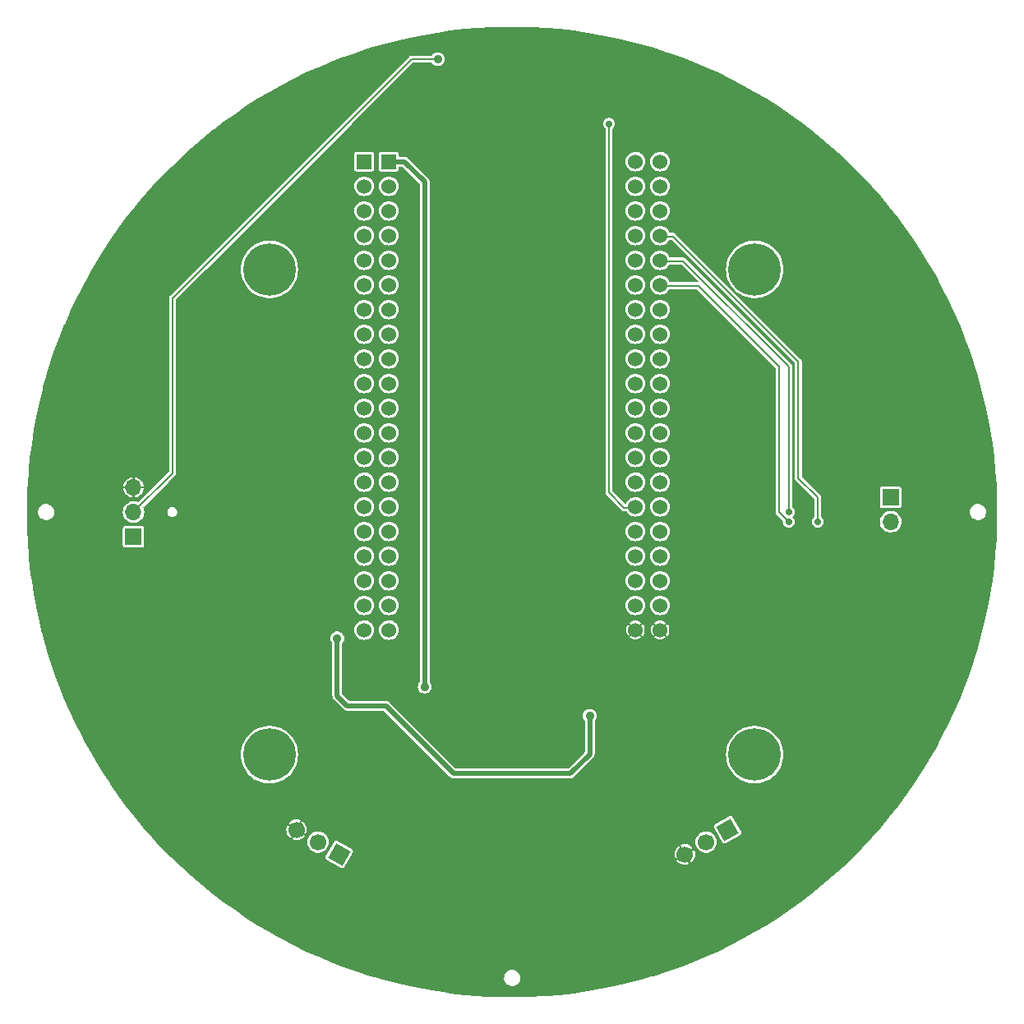
<source format=gbr>
G04 #@! TF.GenerationSoftware,KiCad,Pcbnew,7.0.4-40-g0180cb380f*
G04 #@! TF.CreationDate,2023-07-07T01:52:34-07:00*
G04 #@! TF.ProjectId,RobotOwl,526f626f-744f-4776-9c2e-6b696361645f,rev?*
G04 #@! TF.SameCoordinates,Original*
G04 #@! TF.FileFunction,Copper,L2,Bot*
G04 #@! TF.FilePolarity,Positive*
%FSLAX46Y46*%
G04 Gerber Fmt 4.6, Leading zero omitted, Abs format (unit mm)*
G04 Created by KiCad (PCBNEW 7.0.4-40-g0180cb380f) date 2023-07-07 01:52:34*
%MOMM*%
%LPD*%
G01*
G04 APERTURE LIST*
G04 Aperture macros list*
%AMHorizOval*
0 Thick line with rounded ends*
0 $1 width*
0 $2 $3 position (X,Y) of the first rounded end (center of the circle)*
0 $4 $5 position (X,Y) of the second rounded end (center of the circle)*
0 Add line between two ends*
20,1,$1,$2,$3,$4,$5,0*
0 Add two circle primitives to create the rounded ends*
1,1,$1,$2,$3*
1,1,$1,$4,$5*%
%AMRotRect*
0 Rectangle, with rotation*
0 The origin of the aperture is its center*
0 $1 length*
0 $2 width*
0 $3 Rotation angle, in degrees counterclockwise*
0 Add horizontal line*
21,1,$1,$2,0,0,$3*%
G04 Aperture macros list end*
G04 #@! TA.AperFunction,ComponentPad*
%ADD10RotRect,1.700000X1.700000X300.000000*%
G04 #@! TD*
G04 #@! TA.AperFunction,ComponentPad*
%ADD11HorizOval,1.700000X0.000000X0.000000X0.000000X0.000000X0*%
G04 #@! TD*
G04 #@! TA.AperFunction,ComponentPad*
%ADD12RotRect,1.700000X1.700000X240.000000*%
G04 #@! TD*
G04 #@! TA.AperFunction,ComponentPad*
%ADD13HorizOval,1.700000X0.000000X0.000000X0.000000X0.000000X0*%
G04 #@! TD*
G04 #@! TA.AperFunction,ComponentPad*
%ADD14R,1.524000X1.524000*%
G04 #@! TD*
G04 #@! TA.AperFunction,ComponentPad*
%ADD15C,1.524000*%
G04 #@! TD*
G04 #@! TA.AperFunction,ComponentPad*
%ADD16C,0.800000*%
G04 #@! TD*
G04 #@! TA.AperFunction,ComponentPad*
%ADD17C,5.400000*%
G04 #@! TD*
G04 #@! TA.AperFunction,ComponentPad*
%ADD18R,1.700000X1.700000*%
G04 #@! TD*
G04 #@! TA.AperFunction,ComponentPad*
%ADD19O,1.700000X1.700000*%
G04 #@! TD*
G04 #@! TA.AperFunction,ViaPad*
%ADD20C,0.900000*%
G04 #@! TD*
G04 #@! TA.AperFunction,ViaPad*
%ADD21C,0.700000*%
G04 #@! TD*
G04 #@! TA.AperFunction,Conductor*
%ADD22C,0.500000*%
G04 #@! TD*
G04 #@! TA.AperFunction,Conductor*
%ADD23C,0.200000*%
G04 #@! TD*
G04 APERTURE END LIST*
D10*
X172199705Y-132730000D03*
D11*
X170000000Y-134000000D03*
X167800296Y-135270000D03*
D12*
X132199705Y-135270000D03*
D13*
X130000000Y-134000000D03*
X127800296Y-132730000D03*
D14*
X134760000Y-63902500D03*
X137300000Y-63902500D03*
D15*
X134760000Y-66442500D03*
X137300000Y-66442500D03*
X134760000Y-68982500D03*
X137300000Y-68982500D03*
X134760000Y-71522500D03*
X137300000Y-71522500D03*
X134760000Y-74062500D03*
X137300000Y-74062500D03*
X134760000Y-76602500D03*
X137300000Y-76602500D03*
X134760000Y-79142500D03*
X137300000Y-79142500D03*
X134760000Y-81682500D03*
X137300000Y-81682500D03*
X134760000Y-84222500D03*
X137300000Y-84222500D03*
X134760000Y-86762500D03*
X137300000Y-86762500D03*
X134760000Y-89302500D03*
X137300000Y-89302500D03*
X134760000Y-91842500D03*
X137300000Y-91842500D03*
X134760000Y-94382500D03*
X137300000Y-94382500D03*
X134760000Y-96922500D03*
X137300000Y-96922500D03*
X134760000Y-99462500D03*
X137300000Y-99462500D03*
X134760000Y-102002500D03*
X137300000Y-102002500D03*
X134760000Y-104542500D03*
X137300000Y-104542500D03*
X134760000Y-107082500D03*
X137300000Y-107082500D03*
X134760000Y-109622500D03*
X137300000Y-109622500D03*
X134760000Y-112162500D03*
X137300000Y-112162500D03*
X162700000Y-112162500D03*
X165240000Y-112162500D03*
X162700000Y-109622500D03*
X165240000Y-109622500D03*
X162700000Y-107082500D03*
X165240000Y-107082500D03*
X162700000Y-104542500D03*
X165240000Y-104542500D03*
X162700000Y-102002500D03*
X165240000Y-102002500D03*
X162700000Y-99462500D03*
X165240000Y-99462500D03*
X162700000Y-96922500D03*
X165240000Y-96922500D03*
X162700000Y-94382500D03*
X165240000Y-94382500D03*
X162700000Y-91842500D03*
X165240000Y-91842500D03*
X162700000Y-89302500D03*
X165240000Y-89302500D03*
X162700000Y-86762500D03*
X165240000Y-86762500D03*
X162700000Y-84222500D03*
X165240000Y-84222500D03*
X162700000Y-81682500D03*
X165240000Y-81682500D03*
X162700000Y-79142500D03*
X165240000Y-79142500D03*
X162700000Y-76602500D03*
X165240000Y-76602500D03*
X162700000Y-74062500D03*
X165240000Y-74062500D03*
X162700000Y-71522500D03*
X165240000Y-71522500D03*
X162700000Y-68982500D03*
X165240000Y-68982500D03*
X162700000Y-66442500D03*
X165240000Y-66442500D03*
X162700000Y-63902500D03*
X165240000Y-63902500D03*
D16*
X122975000Y-125000000D03*
X123568109Y-123568109D03*
X123568109Y-126431891D03*
X125000000Y-122975000D03*
D17*
X125000000Y-125000000D03*
D16*
X125000000Y-127025000D03*
X126431891Y-123568109D03*
X126431891Y-126431891D03*
X127025000Y-125000000D03*
X122975000Y-75000000D03*
X123568109Y-73568109D03*
X123568109Y-76431891D03*
X125000000Y-72975000D03*
D17*
X125000000Y-75000000D03*
D16*
X125000000Y-77025000D03*
X126431891Y-73568109D03*
X126431891Y-76431891D03*
X127025000Y-75000000D03*
X172975000Y-125000000D03*
X173568109Y-123568109D03*
X173568109Y-126431891D03*
X175000000Y-122975000D03*
D17*
X175000000Y-125000000D03*
D16*
X175000000Y-127025000D03*
X176431891Y-123568109D03*
X176431891Y-126431891D03*
X177025000Y-125000000D03*
D18*
X111000000Y-102540000D03*
D19*
X111000000Y-100000000D03*
X111000000Y-97460000D03*
D18*
X189000000Y-98460000D03*
D19*
X189000000Y-101000000D03*
D16*
X172975000Y-75000000D03*
X173568109Y-73568109D03*
X173568109Y-76431891D03*
X175000000Y-72975000D03*
D17*
X175000000Y-75000000D03*
D16*
X175000000Y-77025000D03*
X176431891Y-73568109D03*
X176431891Y-76431891D03*
X177025000Y-75000000D03*
D20*
X155750000Y-124950000D03*
X145000000Y-53000000D03*
X158000000Y-116000000D03*
X194875000Y-83369000D03*
X119453000Y-136840000D03*
X102822000Y-91966000D03*
X128000000Y-113000000D03*
X145000000Y-116000000D03*
X146750000Y-124950000D03*
X152750000Y-124950000D03*
X113160000Y-69453000D03*
X186840000Y-130547000D03*
X141966000Y-147178000D03*
X118000000Y-113000000D03*
X152000000Y-116000000D03*
X156000000Y-116000000D03*
X144750000Y-124950000D03*
X158034000Y-52822000D03*
X166631000Y-144875000D03*
X149500000Y-124950000D03*
X180000000Y-102000000D03*
X175000000Y-102000000D03*
X197178000Y-108034000D03*
X105125000Y-116631000D03*
X118000000Y-110000000D03*
X180547000Y-63160000D03*
X133369000Y-55125000D03*
X143000000Y-116000000D03*
D21*
X160000000Y-60000000D03*
X181500000Y-101000000D03*
X178500000Y-100000000D03*
D20*
X141000000Y-118000000D03*
D21*
X178500000Y-101000000D03*
D20*
X142339116Y-53339116D03*
X158000000Y-121000000D03*
X132000000Y-113000000D03*
D22*
X158000000Y-124950000D02*
X158000000Y-121000000D01*
X138902500Y-63902500D02*
X137300000Y-63902500D01*
X141000000Y-117950000D02*
X141000000Y-66000000D01*
X141000000Y-66000000D02*
X138902500Y-63902500D01*
X132000000Y-118950000D02*
X132000000Y-113000000D01*
X156000000Y-115950000D02*
X155750000Y-116200000D01*
X144750000Y-124950000D02*
X146750000Y-124950000D01*
X145000000Y-115950000D02*
X144750000Y-116200000D01*
X118000000Y-113000000D02*
X128000000Y-113000000D01*
X146750000Y-124950000D02*
X149500000Y-124950000D01*
X144750000Y-116200000D02*
X144750000Y-124950000D01*
X143000000Y-115950000D02*
X145000000Y-115950000D01*
X152000000Y-115950000D02*
X156000000Y-115950000D01*
X149500000Y-124950000D02*
X152750000Y-124950000D01*
X155750000Y-116200000D02*
X155750000Y-124950000D01*
X152750000Y-124950000D02*
X155750000Y-124950000D01*
D23*
X161540000Y-99540000D02*
X162700000Y-99540000D01*
X160000000Y-98000000D02*
X161540000Y-99540000D01*
X160000000Y-60000000D02*
X160000000Y-98000000D01*
X181500000Y-98500000D02*
X179500000Y-96500000D01*
X166600000Y-71600000D02*
X165240000Y-71600000D01*
X181500000Y-101000000D02*
X181500000Y-98500000D01*
X179500000Y-96500000D02*
X179500000Y-84500000D01*
X179500000Y-84500000D02*
X166600000Y-71600000D01*
X178500000Y-100000000D02*
X178500000Y-85000000D01*
X178500000Y-85000000D02*
X167640000Y-74140000D01*
X167640000Y-74140000D02*
X165240000Y-74140000D01*
X169180000Y-76680000D02*
X177500000Y-85000000D01*
X177500000Y-100000000D02*
X177500000Y-85000000D01*
X169180000Y-76680000D02*
X165240000Y-76680000D01*
X178500000Y-101000000D02*
X177500000Y-100000000D01*
X139660884Y-53339116D02*
X115015000Y-77985000D01*
X115015000Y-95985000D02*
X111000000Y-100000000D01*
X115015000Y-77985000D02*
X115015000Y-95985000D01*
X142339116Y-53339116D02*
X139660884Y-53339116D01*
D22*
X144000000Y-126950000D02*
X156000000Y-126950000D01*
X137000000Y-119950000D02*
X144000000Y-126950000D01*
X132000000Y-118950000D02*
X133000000Y-119950000D01*
X133000000Y-119950000D02*
X137000000Y-119950000D01*
X156000000Y-126950000D02*
X158000000Y-124950000D01*
G04 #@! TA.AperFunction,Conductor*
G36*
X150708094Y-50015524D02*
G01*
X152121005Y-50055524D01*
X152122257Y-50055578D01*
X153533510Y-50135548D01*
X153534755Y-50135636D01*
X154943217Y-50255514D01*
X154944463Y-50255638D01*
X156348887Y-50415316D01*
X156350224Y-50415488D01*
X157749579Y-50614848D01*
X157750873Y-50615052D01*
X159143998Y-50853927D01*
X159145315Y-50854172D01*
X160531110Y-51132373D01*
X160532423Y-51132657D01*
X160906944Y-51218936D01*
X161909760Y-51449956D01*
X161911088Y-51450282D01*
X163278910Y-51806435D01*
X163280232Y-51806799D01*
X164637451Y-52201524D01*
X164638716Y-52201913D01*
X165740727Y-52556532D01*
X165983378Y-52634616D01*
X165984171Y-52634871D01*
X165985498Y-52635319D01*
X167318226Y-53106201D01*
X167319406Y-53106637D01*
X168638298Y-53615055D01*
X168639491Y-53615534D01*
X169943475Y-54161076D01*
X169944667Y-54161594D01*
X171232625Y-54743788D01*
X171233893Y-54744383D01*
X172504844Y-55362784D01*
X172506095Y-55363415D01*
X173759010Y-56017519D01*
X173760242Y-56018185D01*
X174994207Y-56707520D01*
X174995287Y-56708143D01*
X176209314Y-57432159D01*
X176210414Y-57432837D01*
X177403396Y-58190873D01*
X177404531Y-58191617D01*
X178544565Y-58962147D01*
X178575558Y-58983094D01*
X178576707Y-58983895D01*
X179724838Y-59808171D01*
X179725965Y-59809004D01*
X180850313Y-60665445D01*
X180851416Y-60666309D01*
X181951091Y-61554235D01*
X181952168Y-61555130D01*
X183026268Y-62473814D01*
X183027320Y-62474739D01*
X184074990Y-63423449D01*
X184076015Y-63424404D01*
X184782760Y-64101763D01*
X184982689Y-64293380D01*
X185096435Y-64402396D01*
X185097422Y-64403370D01*
X186089736Y-65409827D01*
X186090682Y-65410815D01*
X187054137Y-66444971D01*
X187055078Y-66446009D01*
X187988868Y-67507002D01*
X187989779Y-67508067D01*
X188893173Y-68595062D01*
X188894054Y-68596152D01*
X189766315Y-69708265D01*
X189767164Y-69709379D01*
X189927498Y-69926164D01*
X190573963Y-70800243D01*
X190607613Y-70845740D01*
X190608430Y-70846879D01*
X191416388Y-72006574D01*
X191417173Y-72007735D01*
X192191990Y-73189832D01*
X192192730Y-73190997D01*
X192933792Y-74394558D01*
X192934477Y-74395708D01*
X193641194Y-75619778D01*
X193641877Y-75621001D01*
X194313640Y-76864521D01*
X194314288Y-76865763D01*
X194950598Y-78127807D01*
X194951211Y-78129067D01*
X195551559Y-79408629D01*
X195552136Y-79409906D01*
X196116034Y-80705947D01*
X196116575Y-80707239D01*
X196643559Y-82018691D01*
X196644063Y-82019998D01*
X196833074Y-82531778D01*
X197133731Y-83345855D01*
X197134197Y-83347176D01*
X197586140Y-84686336D01*
X197586569Y-84687670D01*
X198000450Y-86039128D01*
X198000841Y-86040474D01*
X198376298Y-87403063D01*
X198376651Y-87404419D01*
X198713405Y-88777111D01*
X198713719Y-88778476D01*
X198826656Y-89302503D01*
X199009689Y-90151778D01*
X199011494Y-90160150D01*
X199011768Y-90161523D01*
X199270328Y-91551096D01*
X199270552Y-91552404D01*
X199489682Y-92948728D01*
X199489879Y-92950115D01*
X199669402Y-94352031D01*
X199669560Y-94353423D01*
X199809344Y-95759918D01*
X199809463Y-95761314D01*
X199909383Y-97171125D01*
X199909462Y-97172523D01*
X199969450Y-98584664D01*
X199969489Y-98586065D01*
X199989490Y-99999296D01*
X199989490Y-100000704D01*
X199969489Y-101413934D01*
X199969450Y-101415335D01*
X199909462Y-102827476D01*
X199909383Y-102828874D01*
X199809463Y-104238685D01*
X199809344Y-104240081D01*
X199669560Y-105646576D01*
X199669402Y-105647968D01*
X199489879Y-107049884D01*
X199489682Y-107051271D01*
X199270552Y-108447595D01*
X199270326Y-108448915D01*
X199089034Y-109423231D01*
X199011769Y-109838475D01*
X199011494Y-109839849D01*
X198713719Y-111221523D01*
X198713405Y-111222888D01*
X198376651Y-112595580D01*
X198376298Y-112596936D01*
X198000841Y-113959525D01*
X198000450Y-113960871D01*
X197586569Y-115312329D01*
X197586140Y-115313663D01*
X197134197Y-116652823D01*
X197133731Y-116654144D01*
X196644063Y-117980001D01*
X196643559Y-117981308D01*
X196116575Y-119292760D01*
X196116034Y-119294052D01*
X195552136Y-120590093D01*
X195551559Y-120591370D01*
X194951211Y-121870932D01*
X194950598Y-121872192D01*
X194314288Y-123134236D01*
X194313640Y-123135478D01*
X193641877Y-124378998D01*
X193641194Y-124380221D01*
X192934477Y-125604291D01*
X192933773Y-125605471D01*
X192886341Y-125682507D01*
X192192741Y-126808985D01*
X192191990Y-126810167D01*
X191417173Y-127992264D01*
X191416388Y-127993425D01*
X190608430Y-129153120D01*
X190607613Y-129154259D01*
X189767164Y-130290620D01*
X189766315Y-130291734D01*
X188894054Y-131403847D01*
X188893173Y-131404937D01*
X187989779Y-132491932D01*
X187988868Y-132492997D01*
X187055078Y-133553990D01*
X187054137Y-133555028D01*
X186090682Y-134589184D01*
X186089713Y-134590196D01*
X185097432Y-135596619D01*
X185096435Y-135597603D01*
X184076015Y-136575595D01*
X184074990Y-136576550D01*
X183027320Y-137525260D01*
X183026268Y-137526185D01*
X181952168Y-138444869D01*
X181951091Y-138445764D01*
X180851416Y-139333690D01*
X180850313Y-139334554D01*
X179725965Y-140190995D01*
X179724838Y-140191828D01*
X178576707Y-141016104D01*
X178575558Y-141016905D01*
X177404544Y-141808373D01*
X177403372Y-141809141D01*
X176210447Y-142567142D01*
X176209263Y-142567870D01*
X174995340Y-143291824D01*
X174994147Y-143292514D01*
X173760242Y-143981814D01*
X173759010Y-143982480D01*
X172506095Y-144636584D01*
X172504844Y-144637215D01*
X171233893Y-145255616D01*
X171232625Y-145256211D01*
X169944694Y-145838393D01*
X169943409Y-145838952D01*
X168639562Y-146384436D01*
X168638262Y-146384958D01*
X167319477Y-146893335D01*
X167318162Y-146893821D01*
X165985498Y-147364680D01*
X165984171Y-147365128D01*
X164638716Y-147798086D01*
X164637389Y-147798493D01*
X164409257Y-147864842D01*
X163280260Y-148193192D01*
X163278910Y-148193564D01*
X161911088Y-148549717D01*
X161909727Y-148550051D01*
X160532423Y-148867342D01*
X160531053Y-148867638D01*
X159145338Y-149145822D01*
X159143960Y-149146079D01*
X157750879Y-149384946D01*
X157749513Y-149385161D01*
X157286155Y-149451173D01*
X156350255Y-149584507D01*
X156348865Y-149584685D01*
X154944520Y-149744355D01*
X154943149Y-149744491D01*
X153534825Y-149864357D01*
X153533439Y-149864455D01*
X152975486Y-149896072D01*
X152122318Y-149944418D01*
X152120936Y-149944477D01*
X150708094Y-149984475D01*
X150706706Y-149984495D01*
X149293294Y-149984495D01*
X149291905Y-149984475D01*
X147879060Y-149944477D01*
X147877681Y-149944418D01*
X147319735Y-149912801D01*
X146466555Y-149864455D01*
X146465179Y-149864357D01*
X145056844Y-149744491D01*
X145055479Y-149744355D01*
X143651134Y-149584685D01*
X143649744Y-149584507D01*
X142952417Y-149485162D01*
X142250476Y-149385159D01*
X142249120Y-149384946D01*
X140856039Y-149146079D01*
X140854661Y-149145822D01*
X139468946Y-148867638D01*
X139467576Y-148867342D01*
X138090272Y-148550051D01*
X138088911Y-148549717D01*
X136721089Y-148193564D01*
X136719739Y-148193192D01*
X136210977Y-148045227D01*
X135899958Y-147954772D01*
X149165828Y-147954772D01*
X149175608Y-148135149D01*
X149175609Y-148135157D01*
X149223935Y-148309208D01*
X149223938Y-148309217D01*
X149308547Y-148468808D01*
X149308550Y-148468812D01*
X149308551Y-148468814D01*
X149425498Y-148606494D01*
X149425499Y-148606495D01*
X149425501Y-148606497D01*
X149502532Y-148665054D01*
X149569308Y-148715816D01*
X149733256Y-148791667D01*
X149909678Y-148830500D01*
X150045028Y-148830500D01*
X150179586Y-148815866D01*
X150350774Y-148758186D01*
X150505561Y-148665054D01*
X150636708Y-148540825D01*
X150738083Y-148391307D01*
X150804947Y-148223492D01*
X150834172Y-148045227D01*
X150824392Y-147864848D01*
X150776064Y-147690788D01*
X150776061Y-147690782D01*
X150691452Y-147531191D01*
X150691450Y-147531189D01*
X150691449Y-147531186D01*
X150574502Y-147393506D01*
X150574500Y-147393504D01*
X150574498Y-147393502D01*
X150430693Y-147284185D01*
X150430692Y-147284184D01*
X150339116Y-147241816D01*
X150266747Y-147208334D01*
X150266745Y-147208333D01*
X150231459Y-147200566D01*
X150090322Y-147169500D01*
X150090318Y-147169500D01*
X149954972Y-147169500D01*
X149820411Y-147184134D01*
X149649228Y-147241813D01*
X149649222Y-147241816D01*
X149494442Y-147334943D01*
X149363291Y-147459175D01*
X149261918Y-147608689D01*
X149229207Y-147690788D01*
X149195053Y-147776508D01*
X149191481Y-147798297D01*
X149165828Y-147954772D01*
X135899958Y-147954772D01*
X135362591Y-147798487D01*
X135361283Y-147798086D01*
X134015828Y-147365128D01*
X134014501Y-147364680D01*
X133123674Y-147049931D01*
X132681812Y-146893811D01*
X132680553Y-146893346D01*
X131361738Y-146384958D01*
X131360473Y-146384450D01*
X130056558Y-145838938D01*
X130055305Y-145838393D01*
X128767374Y-145256211D01*
X128766106Y-145255616D01*
X127495155Y-144637215D01*
X127493904Y-144636584D01*
X126240989Y-143982480D01*
X126239757Y-143981814D01*
X125709274Y-143685469D01*
X125005814Y-143292492D01*
X125004689Y-143291842D01*
X123790704Y-142567852D01*
X123789552Y-142567142D01*
X122596627Y-141809141D01*
X122595455Y-141808373D01*
X121424441Y-141016905D01*
X121423292Y-141016104D01*
X120275161Y-140191828D01*
X120274034Y-140190995D01*
X119149686Y-139334554D01*
X119148583Y-139333690D01*
X118048908Y-138445764D01*
X118047831Y-138444869D01*
X116973731Y-137526185D01*
X116972679Y-137525260D01*
X115925009Y-136576550D01*
X115923984Y-136575595D01*
X114956441Y-135648281D01*
X114903556Y-135597595D01*
X114902567Y-135596619D01*
X114853894Y-135547252D01*
X130781316Y-135547252D01*
X130784827Y-135600798D01*
X130787940Y-135648281D01*
X130787941Y-135648283D01*
X130832719Y-135739087D01*
X130889621Y-135788989D01*
X130889623Y-135788990D01*
X130889625Y-135788992D01*
X132405285Y-136664057D01*
X132476957Y-136688388D01*
X132577986Y-136681765D01*
X132668792Y-136636986D01*
X132718697Y-136580080D01*
X133475068Y-135270004D01*
X166745215Y-135270004D01*
X166765486Y-135475830D01*
X166765487Y-135475836D01*
X166825528Y-135673762D01*
X166825530Y-135673767D01*
X166843315Y-135707040D01*
X167325732Y-135428516D01*
X167340803Y-135479844D01*
X167418535Y-135600798D01*
X167422054Y-135603847D01*
X166942956Y-135880455D01*
X167054243Y-136016057D01*
X167214125Y-136147268D01*
X167214135Y-136147275D01*
X167396528Y-136244765D01*
X167396533Y-136244767D01*
X167594459Y-136304808D01*
X167594465Y-136304809D01*
X167800292Y-136325081D01*
X167800300Y-136325081D01*
X168006126Y-136304809D01*
X168006132Y-136304808D01*
X168204056Y-136244768D01*
X168204061Y-136244766D01*
X168237336Y-136226979D01*
X167960054Y-135746713D01*
X168073396Y-135694952D01*
X168131863Y-135644290D01*
X168410751Y-136127338D01*
X168546353Y-136016052D01*
X168677564Y-135856170D01*
X168677571Y-135856160D01*
X168775061Y-135673767D01*
X168775063Y-135673762D01*
X168835104Y-135475836D01*
X168835105Y-135475830D01*
X168855377Y-135270004D01*
X168855377Y-135269995D01*
X168835105Y-135064169D01*
X168835104Y-135064163D01*
X168775064Y-134866238D01*
X168757275Y-134832958D01*
X168274859Y-135111480D01*
X168259789Y-135060156D01*
X168182057Y-134939202D01*
X168178535Y-134936150D01*
X168657634Y-134659543D01*
X168546348Y-134523942D01*
X168386466Y-134392731D01*
X168386456Y-134392724D01*
X168204063Y-134295234D01*
X168204058Y-134295232D01*
X168006132Y-134235191D01*
X168006126Y-134235190D01*
X167800300Y-134214919D01*
X167800292Y-134214919D01*
X167594465Y-134235190D01*
X167594459Y-134235191D01*
X167396541Y-134295230D01*
X167396524Y-134295236D01*
X167363254Y-134313019D01*
X167640536Y-134793286D01*
X167527196Y-134845048D01*
X167468728Y-134895710D01*
X167189839Y-134412660D01*
X167054246Y-134523940D01*
X167054236Y-134523950D01*
X166923027Y-134683829D01*
X166923020Y-134683839D01*
X166825530Y-134866232D01*
X166825528Y-134866237D01*
X166765487Y-135064163D01*
X166765486Y-135064169D01*
X166745215Y-135269995D01*
X166745215Y-135270004D01*
X133475068Y-135270004D01*
X133593762Y-135064420D01*
X133618093Y-134992748D01*
X133611470Y-134891719D01*
X133566691Y-134800913D01*
X133548911Y-134785320D01*
X133509788Y-134751010D01*
X133509782Y-134751006D01*
X132562027Y-134203821D01*
X132208998Y-134000000D01*
X168890768Y-134000000D01*
X168909655Y-134203822D01*
X168935664Y-134295234D01*
X168965672Y-134400701D01*
X169056912Y-134583935D01*
X169180268Y-134747285D01*
X169331538Y-134885186D01*
X169505573Y-134992944D01*
X169696444Y-135066888D01*
X169897653Y-135104500D01*
X170102347Y-135104500D01*
X170303556Y-135066888D01*
X170494427Y-134992944D01*
X170668462Y-134885186D01*
X170819732Y-134747285D01*
X170943088Y-134583935D01*
X171034328Y-134400701D01*
X171090345Y-134203821D01*
X171109232Y-134000000D01*
X171090345Y-133796179D01*
X171034328Y-133599299D01*
X170943088Y-133416065D01*
X170819732Y-133252715D01*
X170668462Y-133114814D01*
X170494427Y-133007056D01*
X170303556Y-132933112D01*
X170303555Y-132933111D01*
X170303553Y-132933111D01*
X170102347Y-132895500D01*
X169897653Y-132895500D01*
X169696446Y-132933111D01*
X169505572Y-133007056D01*
X169505567Y-133007059D01*
X169331542Y-133114811D01*
X169331540Y-133114812D01*
X169331538Y-133114814D01*
X169239095Y-133199087D01*
X169180269Y-133252714D01*
X169056913Y-133416063D01*
X169056908Y-133416072D01*
X168965672Y-133599298D01*
X168909655Y-133796177D01*
X168890768Y-134000000D01*
X132208998Y-134000000D01*
X131994125Y-133875943D01*
X131994123Y-133875942D01*
X131994121Y-133875941D01*
X131922454Y-133851612D01*
X131922452Y-133851611D01*
X131827280Y-133857851D01*
X131821424Y-133858235D01*
X131821422Y-133858235D01*
X131821421Y-133858236D01*
X131730617Y-133903014D01*
X131680715Y-133959916D01*
X131680711Y-133959922D01*
X130805646Y-135475583D01*
X130781317Y-135547250D01*
X130781316Y-135547252D01*
X114853894Y-135547252D01*
X114787433Y-135479844D01*
X113910261Y-134590170D01*
X113909317Y-134589184D01*
X113360413Y-134000000D01*
X128890768Y-134000000D01*
X128909655Y-134203822D01*
X128935664Y-134295234D01*
X128965672Y-134400701D01*
X129056912Y-134583935D01*
X129180268Y-134747285D01*
X129331538Y-134885186D01*
X129505573Y-134992944D01*
X129696444Y-135066888D01*
X129897653Y-135104500D01*
X130102347Y-135104500D01*
X130303556Y-135066888D01*
X130494427Y-134992944D01*
X130668462Y-134885186D01*
X130819732Y-134747285D01*
X130943088Y-134583935D01*
X131034328Y-134400701D01*
X131090345Y-134203821D01*
X131109232Y-134000000D01*
X131090345Y-133796179D01*
X131034328Y-133599299D01*
X130943088Y-133416065D01*
X130819732Y-133252715D01*
X130668462Y-133114814D01*
X130494427Y-133007056D01*
X130303556Y-132933112D01*
X130303555Y-132933111D01*
X130303553Y-132933111D01*
X130102347Y-132895500D01*
X129897653Y-132895500D01*
X129696446Y-132933111D01*
X129505572Y-133007056D01*
X129505567Y-133007059D01*
X129331542Y-133114811D01*
X129331540Y-133114812D01*
X129331538Y-133114814D01*
X129239095Y-133199087D01*
X129180269Y-133252714D01*
X129056913Y-133416063D01*
X129056908Y-133416072D01*
X128965672Y-133599298D01*
X128909655Y-133796177D01*
X128890768Y-134000000D01*
X113360413Y-134000000D01*
X112945862Y-133555028D01*
X112944921Y-133553990D01*
X112219723Y-132730004D01*
X126745215Y-132730004D01*
X126765486Y-132935830D01*
X126765487Y-132935836D01*
X126825528Y-133133762D01*
X126825530Y-133133767D01*
X126923020Y-133316160D01*
X126923027Y-133316170D01*
X127054238Y-133476052D01*
X127189839Y-133587338D01*
X127468727Y-133104289D01*
X127527196Y-133154952D01*
X127640535Y-133206712D01*
X127363254Y-133686979D01*
X127396534Y-133704768D01*
X127594459Y-133764808D01*
X127594465Y-133764809D01*
X127800292Y-133785081D01*
X127800300Y-133785081D01*
X128006126Y-133764809D01*
X128006132Y-133764808D01*
X128204058Y-133704767D01*
X128204063Y-133704765D01*
X128386456Y-133607275D01*
X128386466Y-133607268D01*
X128546348Y-133476057D01*
X128657634Y-133340455D01*
X128178536Y-133063848D01*
X128182057Y-133060798D01*
X128259789Y-132939844D01*
X128274859Y-132888517D01*
X128757275Y-133167040D01*
X128775062Y-133133765D01*
X128775064Y-133133760D01*
X128835104Y-132935836D01*
X128835105Y-132935830D01*
X128855377Y-132730004D01*
X128855377Y-132729995D01*
X128835105Y-132524169D01*
X128835104Y-132524163D01*
X128813441Y-132452751D01*
X170781317Y-132452751D01*
X170805643Y-132524414D01*
X170805645Y-132524419D01*
X171680709Y-134040073D01*
X171680714Y-134040079D01*
X171730618Y-134096986D01*
X171821424Y-134141765D01*
X171922453Y-134148388D01*
X171994125Y-134124059D01*
X172950369Y-133571970D01*
X173509778Y-133248995D01*
X173509780Y-133248993D01*
X173509784Y-133248991D01*
X173566691Y-133199087D01*
X173611470Y-133108281D01*
X173618093Y-133007252D01*
X173618027Y-133007059D01*
X173593766Y-132935585D01*
X173593764Y-132935580D01*
X172718700Y-131419926D01*
X172718695Y-131419920D01*
X172705556Y-131404937D01*
X172668792Y-131363014D01*
X172668790Y-131363013D01*
X172668789Y-131363012D01*
X172577988Y-131318236D01*
X172577986Y-131318235D01*
X172527471Y-131314923D01*
X172476959Y-131311612D01*
X172476953Y-131311612D01*
X172405290Y-131335938D01*
X172405285Y-131335940D01*
X170889631Y-132211004D01*
X170889625Y-132211009D01*
X170832721Y-132260911D01*
X170832717Y-132260915D01*
X170787941Y-132351716D01*
X170787940Y-132351720D01*
X170781317Y-132452745D01*
X170781317Y-132452751D01*
X128813441Y-132452751D01*
X128775063Y-132326237D01*
X128775061Y-132326232D01*
X128677571Y-132143839D01*
X128677564Y-132143829D01*
X128546353Y-131983947D01*
X128410751Y-131872660D01*
X128131862Y-132355708D01*
X128073396Y-132305048D01*
X127960053Y-132253285D01*
X128237336Y-131773019D01*
X128204063Y-131755234D01*
X128204058Y-131755232D01*
X128006132Y-131695191D01*
X128006126Y-131695190D01*
X127800300Y-131674919D01*
X127800292Y-131674919D01*
X127594465Y-131695190D01*
X127594459Y-131695191D01*
X127396533Y-131755232D01*
X127396528Y-131755234D01*
X127214135Y-131852724D01*
X127214125Y-131852731D01*
X127054246Y-131983940D01*
X127054236Y-131983950D01*
X126942956Y-132119543D01*
X127422055Y-132396151D01*
X127418535Y-132399202D01*
X127340803Y-132520156D01*
X127325732Y-132571481D01*
X126843315Y-132292958D01*
X126825532Y-132326228D01*
X126825526Y-132326245D01*
X126765487Y-132524163D01*
X126765486Y-132524169D01*
X126745215Y-132729995D01*
X126745215Y-132730004D01*
X112219723Y-132730004D01*
X112011131Y-132492997D01*
X112010220Y-132491932D01*
X111106826Y-131404937D01*
X111105945Y-131403847D01*
X111052684Y-131335941D01*
X110233684Y-130291734D01*
X110232835Y-130290620D01*
X109392386Y-129154259D01*
X109391569Y-129153120D01*
X108583611Y-127993425D01*
X108582826Y-127992264D01*
X108558073Y-127954500D01*
X107808009Y-126810167D01*
X107807281Y-126809021D01*
X107066195Y-125605420D01*
X107065522Y-125604291D01*
X106716634Y-124999999D01*
X122040493Y-124999999D01*
X122060504Y-125343580D01*
X122120266Y-125682506D01*
X122120266Y-125682507D01*
X122218971Y-126012205D01*
X122218973Y-126012212D01*
X122355285Y-126328217D01*
X122355288Y-126328224D01*
X122527367Y-126626274D01*
X122527369Y-126626277D01*
X122732888Y-126902337D01*
X122969069Y-127152673D01*
X123232701Y-127373886D01*
X123232705Y-127373889D01*
X123520246Y-127563008D01*
X123827799Y-127717467D01*
X124151204Y-127835177D01*
X124151207Y-127835177D01*
X124151208Y-127835178D01*
X124486076Y-127914543D01*
X124486081Y-127914543D01*
X124486087Y-127914545D01*
X124827920Y-127954500D01*
X125172077Y-127954500D01*
X125172080Y-127954500D01*
X125513913Y-127914545D01*
X125513919Y-127914543D01*
X125513923Y-127914543D01*
X125737168Y-127861632D01*
X125848796Y-127835177D01*
X126172201Y-127717467D01*
X126479754Y-127563008D01*
X126767295Y-127373889D01*
X127030937Y-127152667D01*
X127267114Y-126902334D01*
X127472632Y-126626276D01*
X127644712Y-126328224D01*
X127781027Y-126012211D01*
X127879733Y-125682509D01*
X127939496Y-125343578D01*
X127959507Y-125000000D01*
X127939496Y-124656422D01*
X127879733Y-124317491D01*
X127781027Y-123987789D01*
X127644712Y-123671776D01*
X127472632Y-123373724D01*
X127267114Y-123097666D01*
X127267113Y-123097665D01*
X127267111Y-123097662D01*
X127030930Y-122847326D01*
X126767298Y-122626113D01*
X126479755Y-122436992D01*
X126172203Y-122282534D01*
X126172198Y-122282532D01*
X125848791Y-122164821D01*
X125513923Y-122085456D01*
X125402817Y-122072469D01*
X125172080Y-122045500D01*
X125172077Y-122045500D01*
X124827923Y-122045500D01*
X124827920Y-122045500D01*
X124639561Y-122067516D01*
X124486076Y-122085456D01*
X124151208Y-122164821D01*
X123827801Y-122282532D01*
X123827796Y-122282534D01*
X123520244Y-122436992D01*
X123232701Y-122626113D01*
X122969069Y-122847326D01*
X122732888Y-123097662D01*
X122527369Y-123373722D01*
X122527367Y-123373725D01*
X122355288Y-123671775D01*
X122355285Y-123671782D01*
X122218973Y-123987787D01*
X122218971Y-123987794D01*
X122120266Y-124317492D01*
X122120266Y-124317493D01*
X122060504Y-124656419D01*
X122040493Y-124999999D01*
X106716634Y-124999999D01*
X106358805Y-124380221D01*
X106358122Y-124378998D01*
X105976073Y-123671776D01*
X105686345Y-123135452D01*
X105685711Y-123134236D01*
X105049401Y-121872192D01*
X105048788Y-121870932D01*
X104448440Y-120591370D01*
X104447863Y-120590093D01*
X103883965Y-119294052D01*
X103883443Y-119292806D01*
X103356430Y-117981284D01*
X103355950Y-117980038D01*
X102866251Y-116654095D01*
X102865802Y-116652823D01*
X102413859Y-115313663D01*
X102413430Y-115312329D01*
X102196679Y-114604566D01*
X101999533Y-113960819D01*
X101999171Y-113959571D01*
X101734764Y-113000001D01*
X131290326Y-113000001D01*
X131310947Y-113169833D01*
X131310948Y-113169835D01*
X131371615Y-113329802D01*
X131468797Y-113470596D01*
X131470596Y-113472626D01*
X131471276Y-113474187D01*
X131472203Y-113475530D01*
X131471940Y-113475711D01*
X131495037Y-113528718D01*
X131495500Y-113538283D01*
X131495500Y-118885117D01*
X131493238Y-118906160D01*
X131491611Y-118913639D01*
X131495374Y-118966254D01*
X131495500Y-118969787D01*
X131495500Y-118986091D01*
X131497817Y-119002212D01*
X131498195Y-119005721D01*
X131501959Y-119058335D01*
X131501960Y-119058342D01*
X131501961Y-119058344D01*
X131504635Y-119065513D01*
X131509868Y-119086020D01*
X131510956Y-119093590D01*
X131510958Y-119093596D01*
X131532867Y-119141571D01*
X131534219Y-119144836D01*
X131552656Y-119194264D01*
X131552655Y-119194264D01*
X131552656Y-119194266D01*
X131552657Y-119194267D01*
X131557248Y-119200400D01*
X131568042Y-119218593D01*
X131571222Y-119225557D01*
X131605764Y-119265420D01*
X131607982Y-119268172D01*
X131617754Y-119281226D01*
X131629282Y-119292754D01*
X131631682Y-119295331D01*
X131666225Y-119335196D01*
X131672661Y-119339332D01*
X131689140Y-119352611D01*
X132597387Y-120260858D01*
X132610665Y-120277335D01*
X132614804Y-120283775D01*
X132654668Y-120318317D01*
X132657244Y-120320716D01*
X132668776Y-120332247D01*
X132668779Y-120332250D01*
X132681835Y-120342024D01*
X132684549Y-120344209D01*
X132724442Y-120378777D01*
X132731404Y-120381956D01*
X132749604Y-120392755D01*
X132755734Y-120397344D01*
X132805152Y-120415775D01*
X132808417Y-120417128D01*
X132835571Y-120429528D01*
X132856404Y-120439042D01*
X132863976Y-120440130D01*
X132884486Y-120445364D01*
X132891658Y-120448040D01*
X132944296Y-120451804D01*
X132947789Y-120452180D01*
X132963917Y-120454500D01*
X132980201Y-120454500D01*
X132983734Y-120454626D01*
X132988821Y-120454989D01*
X133036360Y-120458390D01*
X133041947Y-120457174D01*
X133043845Y-120456762D01*
X133064888Y-120454500D01*
X136750021Y-120454500D01*
X136808212Y-120473407D01*
X136820025Y-120483496D01*
X143597387Y-127260858D01*
X143610665Y-127277335D01*
X143614804Y-127283775D01*
X143654664Y-127318314D01*
X143657244Y-127320716D01*
X143668776Y-127332247D01*
X143668779Y-127332250D01*
X143681835Y-127342024D01*
X143684549Y-127344209D01*
X143724442Y-127378777D01*
X143731404Y-127381956D01*
X143749604Y-127392755D01*
X143755734Y-127397344D01*
X143805152Y-127415775D01*
X143808417Y-127417128D01*
X143835571Y-127429528D01*
X143856404Y-127439042D01*
X143863976Y-127440130D01*
X143884486Y-127445364D01*
X143891658Y-127448040D01*
X143891657Y-127448040D01*
X143902701Y-127448829D01*
X143944284Y-127451803D01*
X143947772Y-127452178D01*
X143963917Y-127454500D01*
X143980212Y-127454500D01*
X143983744Y-127454625D01*
X144036360Y-127458389D01*
X144043015Y-127456941D01*
X144043840Y-127456762D01*
X144064883Y-127454500D01*
X155935117Y-127454500D01*
X155956160Y-127456762D01*
X155957181Y-127456984D01*
X155963640Y-127458389D01*
X156016255Y-127454625D01*
X156019788Y-127454500D01*
X156036081Y-127454500D01*
X156036083Y-127454500D01*
X156052224Y-127452179D01*
X156055714Y-127451803D01*
X156108342Y-127448040D01*
X156115508Y-127445366D01*
X156136023Y-127440130D01*
X156143596Y-127439042D01*
X156191608Y-127417114D01*
X156194823Y-127415783D01*
X156244267Y-127397343D01*
X156250390Y-127392758D01*
X156268600Y-127381954D01*
X156275558Y-127378777D01*
X156315450Y-127344209D01*
X156318134Y-127342045D01*
X156331221Y-127332250D01*
X156342772Y-127320697D01*
X156345307Y-127318337D01*
X156385196Y-127283775D01*
X156389334Y-127277336D01*
X156402607Y-127260862D01*
X158310862Y-125352607D01*
X158327337Y-125339332D01*
X158333775Y-125335196D01*
X158368337Y-125295307D01*
X158370697Y-125292772D01*
X158382250Y-125281221D01*
X158392045Y-125268134D01*
X158394209Y-125265450D01*
X158428777Y-125225558D01*
X158431954Y-125218600D01*
X158442759Y-125200390D01*
X158447343Y-125194267D01*
X158465783Y-125144823D01*
X158467114Y-125141608D01*
X158489042Y-125093596D01*
X158490130Y-125086023D01*
X158495366Y-125065508D01*
X158498040Y-125058342D01*
X158501803Y-125005714D01*
X158502179Y-125002224D01*
X158502499Y-124999999D01*
X172040493Y-124999999D01*
X172060504Y-125343580D01*
X172120266Y-125682506D01*
X172120266Y-125682507D01*
X172218971Y-126012205D01*
X172218973Y-126012212D01*
X172355285Y-126328217D01*
X172355288Y-126328224D01*
X172527367Y-126626274D01*
X172527369Y-126626277D01*
X172732888Y-126902337D01*
X172969069Y-127152673D01*
X173232701Y-127373886D01*
X173232705Y-127373889D01*
X173520246Y-127563008D01*
X173827799Y-127717467D01*
X174151204Y-127835177D01*
X174151207Y-127835177D01*
X174151208Y-127835178D01*
X174486076Y-127914543D01*
X174486081Y-127914543D01*
X174486087Y-127914545D01*
X174827920Y-127954500D01*
X175172077Y-127954500D01*
X175172080Y-127954500D01*
X175513913Y-127914545D01*
X175513919Y-127914543D01*
X175513923Y-127914543D01*
X175737168Y-127861632D01*
X175848796Y-127835177D01*
X176172201Y-127717467D01*
X176479754Y-127563008D01*
X176767295Y-127373889D01*
X177030937Y-127152667D01*
X177267114Y-126902334D01*
X177472632Y-126626276D01*
X177644712Y-126328224D01*
X177781027Y-126012211D01*
X177879733Y-125682509D01*
X177939496Y-125343578D01*
X177959507Y-125000000D01*
X177939496Y-124656422D01*
X177879733Y-124317491D01*
X177781027Y-123987789D01*
X177644712Y-123671776D01*
X177472632Y-123373724D01*
X177267114Y-123097666D01*
X177267113Y-123097665D01*
X177267111Y-123097662D01*
X177030930Y-122847326D01*
X176767298Y-122626113D01*
X176479755Y-122436992D01*
X176172203Y-122282534D01*
X176172198Y-122282532D01*
X175848791Y-122164821D01*
X175513923Y-122085456D01*
X175402817Y-122072469D01*
X175172080Y-122045500D01*
X175172077Y-122045500D01*
X174827923Y-122045500D01*
X174827920Y-122045500D01*
X174639561Y-122067516D01*
X174486076Y-122085456D01*
X174151208Y-122164821D01*
X173827801Y-122282532D01*
X173827796Y-122282534D01*
X173520244Y-122436992D01*
X173232701Y-122626113D01*
X172969069Y-122847326D01*
X172732888Y-123097662D01*
X172527369Y-123373722D01*
X172527367Y-123373725D01*
X172355288Y-123671775D01*
X172355285Y-123671782D01*
X172218973Y-123987787D01*
X172218971Y-123987794D01*
X172120266Y-124317492D01*
X172120266Y-124317493D01*
X172060504Y-124656419D01*
X172040493Y-124999999D01*
X158502499Y-124999999D01*
X158504500Y-124986083D01*
X158504500Y-124969787D01*
X158504626Y-124966254D01*
X158508389Y-124913640D01*
X158506762Y-124906160D01*
X158504500Y-124885117D01*
X158504500Y-121538283D01*
X158523407Y-121480092D01*
X158529404Y-121472626D01*
X158531192Y-121470606D01*
X158531199Y-121470601D01*
X158628385Y-121329802D01*
X158689052Y-121169836D01*
X158709674Y-121000000D01*
X158689052Y-120830164D01*
X158628385Y-120670198D01*
X158531199Y-120529399D01*
X158403141Y-120415950D01*
X158251654Y-120336443D01*
X158251653Y-120336442D01*
X158251652Y-120336442D01*
X158085544Y-120295500D01*
X158085542Y-120295500D01*
X157914458Y-120295500D01*
X157914455Y-120295500D01*
X157748347Y-120336442D01*
X157596857Y-120415951D01*
X157468799Y-120529400D01*
X157371615Y-120670197D01*
X157310948Y-120830164D01*
X157310947Y-120830166D01*
X157290326Y-120999998D01*
X157290326Y-121000001D01*
X157310947Y-121169833D01*
X157310948Y-121169835D01*
X157371615Y-121329802D01*
X157468797Y-121470596D01*
X157470596Y-121472626D01*
X157471276Y-121474187D01*
X157472203Y-121475530D01*
X157471940Y-121475711D01*
X157495037Y-121528718D01*
X157495500Y-121538283D01*
X157495500Y-124700021D01*
X157476593Y-124758212D01*
X157466504Y-124770025D01*
X155820025Y-126416504D01*
X155765508Y-126444281D01*
X155750021Y-126445500D01*
X144249979Y-126445500D01*
X144191788Y-126426593D01*
X144179975Y-126416504D01*
X137402611Y-119639140D01*
X137389332Y-119622661D01*
X137385196Y-119616225D01*
X137345331Y-119581682D01*
X137342754Y-119579282D01*
X137331226Y-119567754D01*
X137331221Y-119567750D01*
X137318163Y-119557975D01*
X137315420Y-119555764D01*
X137275558Y-119521223D01*
X137275556Y-119521222D01*
X137275557Y-119521222D01*
X137268593Y-119518042D01*
X137250400Y-119507248D01*
X137244267Y-119502657D01*
X137244266Y-119502656D01*
X137244264Y-119502655D01*
X137194836Y-119484219D01*
X137191571Y-119482867D01*
X137143596Y-119460958D01*
X137143590Y-119460956D01*
X137136020Y-119459868D01*
X137115516Y-119454635D01*
X137108342Y-119451960D01*
X137108338Y-119451959D01*
X137108335Y-119451959D01*
X137055721Y-119448195D01*
X137052212Y-119447817D01*
X137036091Y-119445500D01*
X137036083Y-119445500D01*
X137019788Y-119445500D01*
X137016255Y-119445374D01*
X136963640Y-119441611D01*
X136963639Y-119441611D01*
X136956160Y-119443238D01*
X136935117Y-119445500D01*
X133249979Y-119445500D01*
X133191788Y-119426593D01*
X133179975Y-119416504D01*
X132533496Y-118770025D01*
X132505719Y-118715508D01*
X132504500Y-118700021D01*
X132504500Y-113538283D01*
X132523407Y-113480092D01*
X132529404Y-113472626D01*
X132531192Y-113470606D01*
X132531199Y-113470601D01*
X132628385Y-113329802D01*
X132689052Y-113169836D01*
X132709674Y-113000000D01*
X132689052Y-112830164D01*
X132628385Y-112670198D01*
X132577816Y-112596936D01*
X132531200Y-112529400D01*
X132403142Y-112415951D01*
X132403141Y-112415950D01*
X132251654Y-112336443D01*
X132251653Y-112336442D01*
X132251652Y-112336442D01*
X132085544Y-112295500D01*
X132085542Y-112295500D01*
X131914458Y-112295500D01*
X131914455Y-112295500D01*
X131748347Y-112336442D01*
X131596857Y-112415951D01*
X131468799Y-112529400D01*
X131371615Y-112670197D01*
X131310948Y-112830164D01*
X131310947Y-112830166D01*
X131290326Y-112999998D01*
X131290326Y-113000001D01*
X101734764Y-113000001D01*
X101623699Y-112596929D01*
X101623348Y-112595580D01*
X101579280Y-112415950D01*
X101517104Y-112162503D01*
X133738582Y-112162503D01*
X133758206Y-112361763D01*
X133758207Y-112361766D01*
X133816334Y-112553383D01*
X133816335Y-112553385D01*
X133910719Y-112729966D01*
X133942221Y-112768351D01*
X134037748Y-112884752D01*
X134037753Y-112884756D01*
X134192533Y-113011780D01*
X134369114Y-113106164D01*
X134369120Y-113106167D01*
X134560731Y-113164292D01*
X134560733Y-113164292D01*
X134560736Y-113164293D01*
X134759997Y-113183918D01*
X134760000Y-113183918D01*
X134760003Y-113183918D01*
X134959263Y-113164293D01*
X134959264Y-113164292D01*
X134959269Y-113164292D01*
X135150880Y-113106167D01*
X135245536Y-113055572D01*
X135327466Y-113011780D01*
X135327467Y-113011778D01*
X135327469Y-113011778D01*
X135482252Y-112884752D01*
X135609278Y-112729969D01*
X135625538Y-112699550D01*
X135660971Y-112633256D01*
X135703667Y-112553380D01*
X135761792Y-112361769D01*
X135762845Y-112351085D01*
X135781418Y-112162503D01*
X136278582Y-112162503D01*
X136298206Y-112361763D01*
X136298207Y-112361766D01*
X136356334Y-112553383D01*
X136356335Y-112553385D01*
X136450719Y-112729966D01*
X136482221Y-112768351D01*
X136577748Y-112884752D01*
X136577753Y-112884756D01*
X136732533Y-113011780D01*
X136909114Y-113106164D01*
X136909120Y-113106167D01*
X137100731Y-113164292D01*
X137100733Y-113164292D01*
X137100736Y-113164293D01*
X137299997Y-113183918D01*
X137300000Y-113183918D01*
X137300003Y-113183918D01*
X137499263Y-113164293D01*
X137499264Y-113164292D01*
X137499269Y-113164292D01*
X137690880Y-113106167D01*
X137785536Y-113055572D01*
X137867466Y-113011780D01*
X137867467Y-113011778D01*
X137867469Y-113011778D01*
X138022252Y-112884752D01*
X138149278Y-112729969D01*
X138165538Y-112699550D01*
X138200971Y-112633256D01*
X138243667Y-112553380D01*
X138301792Y-112361769D01*
X138302845Y-112351085D01*
X138321418Y-112162503D01*
X138321418Y-112162496D01*
X138301793Y-111963236D01*
X138301792Y-111963233D01*
X138301792Y-111963231D01*
X138243667Y-111771620D01*
X138165541Y-111625456D01*
X138149280Y-111595033D01*
X138022256Y-111440253D01*
X138022252Y-111440248D01*
X137991760Y-111415224D01*
X137867466Y-111313219D01*
X137690885Y-111218835D01*
X137690883Y-111218834D01*
X137676322Y-111214417D01*
X137499269Y-111160708D01*
X137499266Y-111160707D01*
X137499263Y-111160706D01*
X137300003Y-111141082D01*
X137299997Y-111141082D01*
X137100736Y-111160706D01*
X137100733Y-111160707D01*
X136909116Y-111218834D01*
X136909114Y-111218835D01*
X136732533Y-111313219D01*
X136577753Y-111440243D01*
X136577743Y-111440253D01*
X136450719Y-111595033D01*
X136356335Y-111771614D01*
X136356334Y-111771616D01*
X136298207Y-111963233D01*
X136298206Y-111963236D01*
X136278582Y-112162496D01*
X136278582Y-112162503D01*
X135781418Y-112162503D01*
X135781418Y-112162496D01*
X135761793Y-111963236D01*
X135761792Y-111963233D01*
X135761792Y-111963231D01*
X135703667Y-111771620D01*
X135625541Y-111625456D01*
X135609280Y-111595033D01*
X135482256Y-111440253D01*
X135482252Y-111440248D01*
X135451760Y-111415224D01*
X135327466Y-111313219D01*
X135150885Y-111218835D01*
X135150883Y-111218834D01*
X135136322Y-111214417D01*
X134959269Y-111160708D01*
X134959266Y-111160707D01*
X134959263Y-111160706D01*
X134760003Y-111141082D01*
X134759997Y-111141082D01*
X134560736Y-111160706D01*
X134560733Y-111160707D01*
X134369116Y-111218834D01*
X134369114Y-111218835D01*
X134192533Y-111313219D01*
X134037753Y-111440243D01*
X134037743Y-111440253D01*
X133910719Y-111595033D01*
X133816335Y-111771614D01*
X133816334Y-111771616D01*
X133758207Y-111963233D01*
X133758206Y-111963236D01*
X133738582Y-112162496D01*
X133738582Y-112162503D01*
X101517104Y-112162503D01*
X101286585Y-111222849D01*
X101286280Y-111221523D01*
X101285701Y-111218835D01*
X100988489Y-109839772D01*
X100988241Y-109838533D01*
X100948044Y-109622503D01*
X133738582Y-109622503D01*
X133758206Y-109821763D01*
X133758207Y-109821766D01*
X133816334Y-110013383D01*
X133816335Y-110013385D01*
X133910719Y-110189966D01*
X134037743Y-110344746D01*
X134037748Y-110344752D01*
X134037753Y-110344756D01*
X134192533Y-110471780D01*
X134369114Y-110566164D01*
X134369120Y-110566167D01*
X134560731Y-110624292D01*
X134560733Y-110624292D01*
X134560736Y-110624293D01*
X134759997Y-110643918D01*
X134760000Y-110643918D01*
X134760003Y-110643918D01*
X134959263Y-110624293D01*
X134959264Y-110624292D01*
X134959269Y-110624292D01*
X135150880Y-110566167D01*
X135230756Y-110523471D01*
X135327466Y-110471780D01*
X135327467Y-110471778D01*
X135327469Y-110471778D01*
X135482252Y-110344752D01*
X135609278Y-110189969D01*
X135703667Y-110013380D01*
X135761792Y-109821769D01*
X135781418Y-109622503D01*
X136278582Y-109622503D01*
X136298206Y-109821763D01*
X136298207Y-109821766D01*
X136356334Y-110013383D01*
X136356335Y-110013385D01*
X136450719Y-110189966D01*
X136577743Y-110344746D01*
X136577748Y-110344752D01*
X136577753Y-110344756D01*
X136732533Y-110471780D01*
X136909114Y-110566164D01*
X136909120Y-110566167D01*
X137100731Y-110624292D01*
X137100733Y-110624292D01*
X137100736Y-110624293D01*
X137299997Y-110643918D01*
X137300000Y-110643918D01*
X137300003Y-110643918D01*
X137499263Y-110624293D01*
X137499264Y-110624292D01*
X137499269Y-110624292D01*
X137690880Y-110566167D01*
X137770756Y-110523471D01*
X137867466Y-110471780D01*
X137867467Y-110471778D01*
X137867469Y-110471778D01*
X138022252Y-110344752D01*
X138149278Y-110189969D01*
X138243667Y-110013380D01*
X138301792Y-109821769D01*
X138321418Y-109622500D01*
X138321418Y-109622496D01*
X138301793Y-109423236D01*
X138301792Y-109423233D01*
X138301792Y-109423231D01*
X138243667Y-109231620D01*
X138243664Y-109231614D01*
X138149280Y-109055033D01*
X138022256Y-108900253D01*
X138022252Y-108900248D01*
X138022246Y-108900243D01*
X137867466Y-108773219D01*
X137690885Y-108678835D01*
X137690883Y-108678834D01*
X137499266Y-108620707D01*
X137499263Y-108620706D01*
X137300003Y-108601082D01*
X137299997Y-108601082D01*
X137100736Y-108620706D01*
X137100733Y-108620707D01*
X136909116Y-108678834D01*
X136909114Y-108678835D01*
X136732533Y-108773219D01*
X136577753Y-108900243D01*
X136577743Y-108900253D01*
X136450719Y-109055033D01*
X136356335Y-109231614D01*
X136356334Y-109231616D01*
X136298207Y-109423233D01*
X136298206Y-109423236D01*
X136278582Y-109622496D01*
X136278582Y-109622503D01*
X135781418Y-109622503D01*
X135781418Y-109622500D01*
X135781418Y-109622496D01*
X135761793Y-109423236D01*
X135761792Y-109423233D01*
X135761792Y-109423231D01*
X135703667Y-109231620D01*
X135703664Y-109231614D01*
X135609280Y-109055033D01*
X135482256Y-108900253D01*
X135482252Y-108900248D01*
X135482246Y-108900243D01*
X135327466Y-108773219D01*
X135150885Y-108678835D01*
X135150883Y-108678834D01*
X134959266Y-108620707D01*
X134959263Y-108620706D01*
X134760003Y-108601082D01*
X134759997Y-108601082D01*
X134560736Y-108620706D01*
X134560733Y-108620707D01*
X134369116Y-108678834D01*
X134369114Y-108678835D01*
X134192533Y-108773219D01*
X134037753Y-108900243D01*
X134037743Y-108900253D01*
X133910719Y-109055033D01*
X133816335Y-109231614D01*
X133816334Y-109231616D01*
X133758207Y-109423233D01*
X133758206Y-109423236D01*
X133738582Y-109622496D01*
X133738582Y-109622503D01*
X100948044Y-109622503D01*
X100729661Y-108448849D01*
X100729453Y-108447633D01*
X100515219Y-107082503D01*
X133738582Y-107082503D01*
X133758206Y-107281763D01*
X133758207Y-107281766D01*
X133816334Y-107473383D01*
X133816335Y-107473385D01*
X133910719Y-107649966D01*
X134037743Y-107804746D01*
X134037748Y-107804752D01*
X134037753Y-107804756D01*
X134192533Y-107931780D01*
X134369114Y-108026164D01*
X134369120Y-108026167D01*
X134560731Y-108084292D01*
X134560733Y-108084292D01*
X134560736Y-108084293D01*
X134759997Y-108103918D01*
X134760000Y-108103918D01*
X134760003Y-108103918D01*
X134959263Y-108084293D01*
X134959264Y-108084292D01*
X134959269Y-108084292D01*
X135150880Y-108026167D01*
X135230756Y-107983471D01*
X135327466Y-107931780D01*
X135327467Y-107931778D01*
X135327469Y-107931778D01*
X135482252Y-107804752D01*
X135609278Y-107649969D01*
X135703667Y-107473380D01*
X135761792Y-107281769D01*
X135781418Y-107082503D01*
X136278582Y-107082503D01*
X136298206Y-107281763D01*
X136298207Y-107281766D01*
X136356334Y-107473383D01*
X136356335Y-107473385D01*
X136450719Y-107649966D01*
X136577743Y-107804746D01*
X136577748Y-107804752D01*
X136577753Y-107804756D01*
X136732533Y-107931780D01*
X136909114Y-108026164D01*
X136909120Y-108026167D01*
X137100731Y-108084292D01*
X137100733Y-108084292D01*
X137100736Y-108084293D01*
X137299997Y-108103918D01*
X137300000Y-108103918D01*
X137300003Y-108103918D01*
X137499263Y-108084293D01*
X137499264Y-108084292D01*
X137499269Y-108084292D01*
X137690880Y-108026167D01*
X137770756Y-107983471D01*
X137867466Y-107931780D01*
X137867467Y-107931778D01*
X137867469Y-107931778D01*
X138022252Y-107804752D01*
X138149278Y-107649969D01*
X138243667Y-107473380D01*
X138301792Y-107281769D01*
X138321418Y-107082500D01*
X138318636Y-107054254D01*
X138301793Y-106883236D01*
X138301792Y-106883233D01*
X138301792Y-106883231D01*
X138243667Y-106691620D01*
X138243664Y-106691614D01*
X138149280Y-106515033D01*
X138022256Y-106360253D01*
X138022252Y-106360248D01*
X138022246Y-106360243D01*
X137867466Y-106233219D01*
X137690885Y-106138835D01*
X137690883Y-106138834D01*
X137499266Y-106080707D01*
X137499263Y-106080706D01*
X137300003Y-106061082D01*
X137299997Y-106061082D01*
X137100736Y-106080706D01*
X137100733Y-106080707D01*
X136909116Y-106138834D01*
X136909114Y-106138835D01*
X136732533Y-106233219D01*
X136577753Y-106360243D01*
X136577743Y-106360253D01*
X136450719Y-106515033D01*
X136356335Y-106691614D01*
X136356334Y-106691616D01*
X136298207Y-106883233D01*
X136298206Y-106883236D01*
X136278582Y-107082496D01*
X136278582Y-107082503D01*
X135781418Y-107082503D01*
X135781418Y-107082500D01*
X135778636Y-107054254D01*
X135761793Y-106883236D01*
X135761792Y-106883233D01*
X135761792Y-106883231D01*
X135703667Y-106691620D01*
X135703664Y-106691614D01*
X135609280Y-106515033D01*
X135482256Y-106360253D01*
X135482252Y-106360248D01*
X135482246Y-106360243D01*
X135327466Y-106233219D01*
X135150885Y-106138835D01*
X135150883Y-106138834D01*
X134959266Y-106080707D01*
X134959263Y-106080706D01*
X134760003Y-106061082D01*
X134759997Y-106061082D01*
X134560736Y-106080706D01*
X134560733Y-106080707D01*
X134369116Y-106138834D01*
X134369114Y-106138835D01*
X134192533Y-106233219D01*
X134037753Y-106360243D01*
X134037743Y-106360253D01*
X133910719Y-106515033D01*
X133816335Y-106691614D01*
X133816334Y-106691616D01*
X133758207Y-106883233D01*
X133758206Y-106883236D01*
X133738582Y-107082496D01*
X133738582Y-107082503D01*
X100515219Y-107082503D01*
X100510312Y-107051237D01*
X100510120Y-107049884D01*
X100488779Y-106883233D01*
X100330596Y-105647964D01*
X100330439Y-105646576D01*
X100220711Y-104542503D01*
X133738582Y-104542503D01*
X133758206Y-104741763D01*
X133758207Y-104741766D01*
X133816334Y-104933383D01*
X133816335Y-104933385D01*
X133910719Y-105109966D01*
X134037743Y-105264746D01*
X134037748Y-105264752D01*
X134037753Y-105264756D01*
X134192533Y-105391780D01*
X134369114Y-105486164D01*
X134369120Y-105486167D01*
X134560731Y-105544292D01*
X134560733Y-105544292D01*
X134560736Y-105544293D01*
X134759997Y-105563918D01*
X134760000Y-105563918D01*
X134760003Y-105563918D01*
X134959263Y-105544293D01*
X134959264Y-105544292D01*
X134959269Y-105544292D01*
X135150880Y-105486167D01*
X135230756Y-105443471D01*
X135327466Y-105391780D01*
X135327467Y-105391778D01*
X135327469Y-105391778D01*
X135482252Y-105264752D01*
X135609278Y-105109969D01*
X135703667Y-104933380D01*
X135761792Y-104741769D01*
X135781418Y-104542503D01*
X136278582Y-104542503D01*
X136298206Y-104741763D01*
X136298207Y-104741766D01*
X136356334Y-104933383D01*
X136356335Y-104933385D01*
X136450719Y-105109966D01*
X136577743Y-105264746D01*
X136577748Y-105264752D01*
X136577753Y-105264756D01*
X136732533Y-105391780D01*
X136909114Y-105486164D01*
X136909120Y-105486167D01*
X137100731Y-105544292D01*
X137100733Y-105544292D01*
X137100736Y-105544293D01*
X137299997Y-105563918D01*
X137300000Y-105563918D01*
X137300003Y-105563918D01*
X137499263Y-105544293D01*
X137499264Y-105544292D01*
X137499269Y-105544292D01*
X137690880Y-105486167D01*
X137770756Y-105443471D01*
X137867466Y-105391780D01*
X137867467Y-105391778D01*
X137867469Y-105391778D01*
X138022252Y-105264752D01*
X138149278Y-105109969D01*
X138243667Y-104933380D01*
X138301792Y-104741769D01*
X138321418Y-104542500D01*
X138321418Y-104542496D01*
X138301793Y-104343236D01*
X138301792Y-104343233D01*
X138301792Y-104343231D01*
X138243667Y-104151620D01*
X138243664Y-104151614D01*
X138149280Y-103975033D01*
X138022256Y-103820253D01*
X138022252Y-103820248D01*
X138022246Y-103820243D01*
X137867466Y-103693219D01*
X137690885Y-103598835D01*
X137690883Y-103598834D01*
X137499266Y-103540707D01*
X137499263Y-103540706D01*
X137300003Y-103521082D01*
X137299997Y-103521082D01*
X137100736Y-103540706D01*
X137100733Y-103540707D01*
X136909116Y-103598834D01*
X136909114Y-103598835D01*
X136732533Y-103693219D01*
X136577753Y-103820243D01*
X136577743Y-103820253D01*
X136450719Y-103975033D01*
X136356335Y-104151614D01*
X136356334Y-104151616D01*
X136298207Y-104343233D01*
X136298206Y-104343236D01*
X136278582Y-104542496D01*
X136278582Y-104542503D01*
X135781418Y-104542503D01*
X135781418Y-104542500D01*
X135781418Y-104542496D01*
X135761793Y-104343236D01*
X135761792Y-104343233D01*
X135761792Y-104343231D01*
X135703667Y-104151620D01*
X135703664Y-104151614D01*
X135609280Y-103975033D01*
X135482256Y-103820253D01*
X135482252Y-103820248D01*
X135482246Y-103820243D01*
X135327466Y-103693219D01*
X135150885Y-103598835D01*
X135150883Y-103598834D01*
X134959266Y-103540707D01*
X134959263Y-103540706D01*
X134760003Y-103521082D01*
X134759997Y-103521082D01*
X134560736Y-103540706D01*
X134560733Y-103540707D01*
X134369116Y-103598834D01*
X134369114Y-103598835D01*
X134192533Y-103693219D01*
X134037753Y-103820243D01*
X134037743Y-103820253D01*
X133910719Y-103975033D01*
X133816335Y-104151614D01*
X133816334Y-104151616D01*
X133758207Y-104343233D01*
X133758206Y-104343236D01*
X133738582Y-104542496D01*
X133738582Y-104542503D01*
X100220711Y-104542503D01*
X100190655Y-104240081D01*
X100190541Y-104238747D01*
X100132163Y-103415063D01*
X109895500Y-103415063D01*
X109895501Y-103415070D01*
X109910265Y-103489300D01*
X109910266Y-103489302D01*
X109944615Y-103540708D01*
X109966516Y-103573484D01*
X110050699Y-103629734D01*
X110124933Y-103644500D01*
X111875066Y-103644499D01*
X111949301Y-103629734D01*
X112033484Y-103573484D01*
X112089734Y-103489301D01*
X112104500Y-103415067D01*
X112104499Y-102002503D01*
X133738582Y-102002503D01*
X133758206Y-102201763D01*
X133758207Y-102201766D01*
X133816334Y-102393383D01*
X133816335Y-102393385D01*
X133910719Y-102569966D01*
X134037743Y-102724746D01*
X134037748Y-102724752D01*
X134037753Y-102724756D01*
X134192533Y-102851780D01*
X134369114Y-102946164D01*
X134369120Y-102946167D01*
X134560731Y-103004292D01*
X134560733Y-103004292D01*
X134560736Y-103004293D01*
X134759997Y-103023918D01*
X134760000Y-103023918D01*
X134760003Y-103023918D01*
X134959263Y-103004293D01*
X134959264Y-103004292D01*
X134959269Y-103004292D01*
X135150880Y-102946167D01*
X135230756Y-102903471D01*
X135327466Y-102851780D01*
X135327467Y-102851778D01*
X135327469Y-102851778D01*
X135482252Y-102724752D01*
X135609278Y-102569969D01*
X135703667Y-102393380D01*
X135761792Y-102201769D01*
X135775077Y-102066888D01*
X135781418Y-102002503D01*
X136278582Y-102002503D01*
X136298206Y-102201763D01*
X136298207Y-102201766D01*
X136356334Y-102393383D01*
X136356335Y-102393385D01*
X136450719Y-102569966D01*
X136577743Y-102724746D01*
X136577748Y-102724752D01*
X136577753Y-102724756D01*
X136732533Y-102851780D01*
X136909114Y-102946164D01*
X136909120Y-102946167D01*
X137100731Y-103004292D01*
X137100733Y-103004292D01*
X137100736Y-103004293D01*
X137299997Y-103023918D01*
X137300000Y-103023918D01*
X137300003Y-103023918D01*
X137499263Y-103004293D01*
X137499264Y-103004292D01*
X137499269Y-103004292D01*
X137690880Y-102946167D01*
X137770756Y-102903471D01*
X137867466Y-102851780D01*
X137867467Y-102851778D01*
X137867469Y-102851778D01*
X138022252Y-102724752D01*
X138149278Y-102569969D01*
X138243667Y-102393380D01*
X138301792Y-102201769D01*
X138315077Y-102066888D01*
X138321418Y-102002503D01*
X138321418Y-102002496D01*
X138301793Y-101803236D01*
X138301792Y-101803233D01*
X138301792Y-101803231D01*
X138243667Y-101611620D01*
X138243664Y-101611614D01*
X138149280Y-101435033D01*
X138022256Y-101280253D01*
X138022252Y-101280248D01*
X137873055Y-101157806D01*
X137867466Y-101153219D01*
X137690885Y-101058835D01*
X137690883Y-101058834D01*
X137499266Y-101000707D01*
X137499263Y-101000706D01*
X137300003Y-100981082D01*
X137299997Y-100981082D01*
X137100736Y-101000706D01*
X137100733Y-101000707D01*
X136909116Y-101058834D01*
X136909114Y-101058835D01*
X136732533Y-101153219D01*
X136577753Y-101280243D01*
X136577743Y-101280253D01*
X136450719Y-101435033D01*
X136356335Y-101611614D01*
X136356334Y-101611616D01*
X136298207Y-101803233D01*
X136298206Y-101803236D01*
X136278582Y-102002496D01*
X136278582Y-102002503D01*
X135781418Y-102002503D01*
X135781418Y-102002496D01*
X135761793Y-101803236D01*
X135761792Y-101803233D01*
X135761792Y-101803231D01*
X135703667Y-101611620D01*
X135703664Y-101611614D01*
X135609280Y-101435033D01*
X135482256Y-101280253D01*
X135482252Y-101280248D01*
X135333055Y-101157806D01*
X135327466Y-101153219D01*
X135150885Y-101058835D01*
X135150883Y-101058834D01*
X134959266Y-101000707D01*
X134959263Y-101000706D01*
X134760003Y-100981082D01*
X134759997Y-100981082D01*
X134560736Y-101000706D01*
X134560733Y-101000707D01*
X134369116Y-101058834D01*
X134369114Y-101058835D01*
X134192533Y-101153219D01*
X134037753Y-101280243D01*
X134037743Y-101280253D01*
X133910719Y-101435033D01*
X133816335Y-101611614D01*
X133816334Y-101611616D01*
X133758207Y-101803233D01*
X133758206Y-101803236D01*
X133738582Y-102002496D01*
X133738582Y-102002503D01*
X112104499Y-102002503D01*
X112104499Y-101664934D01*
X112089734Y-101590699D01*
X112089733Y-101590697D01*
X112033486Y-101506519D01*
X112033485Y-101506518D01*
X112033484Y-101506516D01*
X111949301Y-101450266D01*
X111875067Y-101435500D01*
X111875066Y-101435500D01*
X110124936Y-101435500D01*
X110124929Y-101435501D01*
X110050699Y-101450265D01*
X110050697Y-101450266D01*
X109966519Y-101506513D01*
X109966514Y-101506518D01*
X109952140Y-101528031D01*
X109910266Y-101590699D01*
X109906105Y-101611620D01*
X109895500Y-101664933D01*
X109895500Y-103415063D01*
X100132163Y-103415063D01*
X100090613Y-102828822D01*
X100090537Y-102827476D01*
X100055086Y-101992940D01*
X100030548Y-101415316D01*
X100030510Y-101413934D01*
X100026131Y-101104500D01*
X100010509Y-100000635D01*
X100010509Y-99999364D01*
X100011140Y-99954773D01*
X101165828Y-99954773D01*
X101174607Y-100116699D01*
X101175608Y-100135149D01*
X101175609Y-100135157D01*
X101223935Y-100309208D01*
X101223938Y-100309217D01*
X101308547Y-100468808D01*
X101308550Y-100468812D01*
X101308551Y-100468814D01*
X101425498Y-100606494D01*
X101425499Y-100606495D01*
X101425501Y-100606497D01*
X101502532Y-100665054D01*
X101569308Y-100715816D01*
X101733256Y-100791667D01*
X101909678Y-100830500D01*
X102045028Y-100830500D01*
X102179586Y-100815866D01*
X102350774Y-100758186D01*
X102505561Y-100665054D01*
X102636708Y-100540825D01*
X102738083Y-100391307D01*
X102804947Y-100223492D01*
X102834172Y-100045227D01*
X102831720Y-100000000D01*
X109890768Y-100000000D01*
X109895505Y-100051122D01*
X109909655Y-100203822D01*
X109965672Y-100400701D01*
X110049409Y-100568868D01*
X110056912Y-100583935D01*
X110180268Y-100747285D01*
X110331538Y-100885186D01*
X110505573Y-100992944D01*
X110696444Y-101066888D01*
X110897653Y-101104500D01*
X111102347Y-101104500D01*
X111303556Y-101066888D01*
X111494427Y-100992944D01*
X111668462Y-100885186D01*
X111819732Y-100747285D01*
X111943088Y-100583935D01*
X112034328Y-100400701D01*
X112090345Y-100203821D01*
X112102510Y-100072539D01*
X114495500Y-100072539D01*
X114528447Y-100184746D01*
X114536371Y-100211732D01*
X114614804Y-100333775D01*
X114724442Y-100428777D01*
X114856404Y-100489042D01*
X114856407Y-100489042D01*
X114856409Y-100489043D01*
X114963912Y-100504500D01*
X115036083Y-100504500D01*
X115036088Y-100504500D01*
X115143590Y-100489043D01*
X115143590Y-100489042D01*
X115143596Y-100489042D01*
X115275558Y-100428777D01*
X115385196Y-100333775D01*
X115463629Y-100211732D01*
X115504500Y-100072536D01*
X115504500Y-99927464D01*
X115463629Y-99788268D01*
X115385196Y-99666225D01*
X115275558Y-99571223D01*
X115143596Y-99510958D01*
X115143594Y-99510957D01*
X115143593Y-99510957D01*
X115143590Y-99510956D01*
X115036088Y-99495500D01*
X115036083Y-99495500D01*
X114963917Y-99495500D01*
X114963912Y-99495500D01*
X114856409Y-99510956D01*
X114856406Y-99510957D01*
X114724440Y-99571224D01*
X114614805Y-99666224D01*
X114614803Y-99666226D01*
X114536371Y-99788267D01*
X114536370Y-99788270D01*
X114495500Y-99927460D01*
X114495500Y-100072539D01*
X112102510Y-100072539D01*
X112109232Y-100000000D01*
X112090345Y-99796179D01*
X112034328Y-99599299D01*
X112022102Y-99574746D01*
X112013090Y-99514233D01*
X112039747Y-99462503D01*
X133738582Y-99462503D01*
X133758206Y-99661763D01*
X133758207Y-99661766D01*
X133758208Y-99661769D01*
X133812939Y-99842193D01*
X133816334Y-99853383D01*
X133816335Y-99853385D01*
X133910719Y-100029966D01*
X134019307Y-100162281D01*
X134037748Y-100184752D01*
X134037753Y-100184756D01*
X134192533Y-100311780D01*
X134369114Y-100406164D01*
X134369120Y-100406167D01*
X134560731Y-100464292D01*
X134560733Y-100464292D01*
X134560736Y-100464293D01*
X134759997Y-100483918D01*
X134760000Y-100483918D01*
X134760003Y-100483918D01*
X134959263Y-100464293D01*
X134959264Y-100464292D01*
X134959269Y-100464292D01*
X135150880Y-100406167D01*
X135286316Y-100333775D01*
X135327466Y-100311780D01*
X135327467Y-100311778D01*
X135327469Y-100311778D01*
X135482252Y-100184752D01*
X135609278Y-100029969D01*
X135609594Y-100029379D01*
X135681688Y-99894500D01*
X135703667Y-99853380D01*
X135761792Y-99661769D01*
X135762803Y-99651511D01*
X135781418Y-99462503D01*
X136278582Y-99462503D01*
X136298206Y-99661763D01*
X136298207Y-99661766D01*
X136298208Y-99661769D01*
X136352939Y-99842193D01*
X136356334Y-99853383D01*
X136356335Y-99853385D01*
X136450719Y-100029966D01*
X136559307Y-100162281D01*
X136577748Y-100184752D01*
X136577753Y-100184756D01*
X136732533Y-100311780D01*
X136909114Y-100406164D01*
X136909120Y-100406167D01*
X137100731Y-100464292D01*
X137100733Y-100464292D01*
X137100736Y-100464293D01*
X137299997Y-100483918D01*
X137300000Y-100483918D01*
X137300003Y-100483918D01*
X137499263Y-100464293D01*
X137499264Y-100464292D01*
X137499269Y-100464292D01*
X137690880Y-100406167D01*
X137826316Y-100333775D01*
X137867466Y-100311780D01*
X137867467Y-100311778D01*
X137867469Y-100311778D01*
X138022252Y-100184752D01*
X138149278Y-100029969D01*
X138149594Y-100029379D01*
X138221688Y-99894500D01*
X138243667Y-99853380D01*
X138301792Y-99661769D01*
X138302803Y-99651511D01*
X138321418Y-99462503D01*
X138321418Y-99462496D01*
X138301793Y-99263236D01*
X138301792Y-99263233D01*
X138301792Y-99263231D01*
X138243667Y-99071620D01*
X138243664Y-99071614D01*
X138149280Y-98895033D01*
X138022256Y-98740253D01*
X138022252Y-98740248D01*
X137958401Y-98687847D01*
X137867466Y-98613219D01*
X137690885Y-98518835D01*
X137690883Y-98518834D01*
X137646040Y-98505231D01*
X137499269Y-98460708D01*
X137499266Y-98460707D01*
X137499263Y-98460706D01*
X137300003Y-98441082D01*
X137299997Y-98441082D01*
X137100736Y-98460706D01*
X137100733Y-98460707D01*
X136909116Y-98518834D01*
X136909114Y-98518835D01*
X136732533Y-98613219D01*
X136577753Y-98740243D01*
X136577743Y-98740253D01*
X136450719Y-98895033D01*
X136356335Y-99071614D01*
X136356334Y-99071616D01*
X136298207Y-99263233D01*
X136298206Y-99263236D01*
X136278582Y-99462496D01*
X136278582Y-99462503D01*
X135781418Y-99462503D01*
X135781418Y-99462496D01*
X135761793Y-99263236D01*
X135761792Y-99263233D01*
X135761792Y-99263231D01*
X135703667Y-99071620D01*
X135703664Y-99071614D01*
X135609280Y-98895033D01*
X135482256Y-98740253D01*
X135482252Y-98740248D01*
X135418401Y-98687847D01*
X135327466Y-98613219D01*
X135150885Y-98518835D01*
X135150883Y-98518834D01*
X135106040Y-98505231D01*
X134959269Y-98460708D01*
X134959266Y-98460707D01*
X134959263Y-98460706D01*
X134760003Y-98441082D01*
X134759997Y-98441082D01*
X134560736Y-98460706D01*
X134560733Y-98460707D01*
X134369116Y-98518834D01*
X134369114Y-98518835D01*
X134192533Y-98613219D01*
X134037753Y-98740243D01*
X134037743Y-98740253D01*
X133910719Y-98895033D01*
X133816335Y-99071614D01*
X133816334Y-99071616D01*
X133758207Y-99263233D01*
X133758206Y-99263236D01*
X133738582Y-99462496D01*
X133738582Y-99462503D01*
X112039747Y-99462503D01*
X112040718Y-99460619D01*
X114578834Y-96922503D01*
X133738582Y-96922503D01*
X133758206Y-97121763D01*
X133758207Y-97121766D01*
X133816334Y-97313383D01*
X133816335Y-97313385D01*
X133910719Y-97489966D01*
X134037743Y-97644746D01*
X134037748Y-97644752D01*
X134037753Y-97644756D01*
X134192533Y-97771780D01*
X134364630Y-97863767D01*
X134369120Y-97866167D01*
X134560731Y-97924292D01*
X134560733Y-97924292D01*
X134560736Y-97924293D01*
X134759997Y-97943918D01*
X134760000Y-97943918D01*
X134760003Y-97943918D01*
X134959263Y-97924293D01*
X134959264Y-97924292D01*
X134959269Y-97924292D01*
X135150880Y-97866167D01*
X135251935Y-97812152D01*
X135327466Y-97771780D01*
X135327467Y-97771778D01*
X135327469Y-97771778D01*
X135482252Y-97644752D01*
X135609278Y-97489969D01*
X135643195Y-97426516D01*
X135678748Y-97360000D01*
X135703667Y-97313380D01*
X135761792Y-97121769D01*
X135768247Y-97056237D01*
X135781418Y-96922503D01*
X136278582Y-96922503D01*
X136298206Y-97121763D01*
X136298207Y-97121766D01*
X136356334Y-97313383D01*
X136356335Y-97313385D01*
X136450719Y-97489966D01*
X136577743Y-97644746D01*
X136577748Y-97644752D01*
X136577753Y-97644756D01*
X136732533Y-97771780D01*
X136904630Y-97863767D01*
X136909120Y-97866167D01*
X137100731Y-97924292D01*
X137100733Y-97924292D01*
X137100736Y-97924293D01*
X137299997Y-97943918D01*
X137300000Y-97943918D01*
X137300003Y-97943918D01*
X137499263Y-97924293D01*
X137499264Y-97924292D01*
X137499269Y-97924292D01*
X137690880Y-97866167D01*
X137791935Y-97812152D01*
X137867466Y-97771780D01*
X137867467Y-97771778D01*
X137867469Y-97771778D01*
X138022252Y-97644752D01*
X138149278Y-97489969D01*
X138183195Y-97426516D01*
X138218748Y-97360000D01*
X138243667Y-97313380D01*
X138301792Y-97121769D01*
X138308247Y-97056237D01*
X138321418Y-96922503D01*
X138321418Y-96922496D01*
X138301793Y-96723236D01*
X138301792Y-96723233D01*
X138301792Y-96723231D01*
X138243667Y-96531620D01*
X138236900Y-96518960D01*
X138149280Y-96355033D01*
X138022256Y-96200253D01*
X138022252Y-96200248D01*
X138017246Y-96196140D01*
X137867466Y-96073219D01*
X137690885Y-95978835D01*
X137690883Y-95978834D01*
X137687062Y-95977675D01*
X137499269Y-95920708D01*
X137499266Y-95920707D01*
X137499263Y-95920706D01*
X137300003Y-95901082D01*
X137299997Y-95901082D01*
X137100736Y-95920706D01*
X137100733Y-95920707D01*
X136909116Y-95978834D01*
X136909114Y-95978835D01*
X136732533Y-96073219D01*
X136577753Y-96200243D01*
X136577743Y-96200253D01*
X136450719Y-96355033D01*
X136356335Y-96531614D01*
X136356334Y-96531616D01*
X136298207Y-96723233D01*
X136298206Y-96723236D01*
X136278582Y-96922496D01*
X136278582Y-96922503D01*
X135781418Y-96922503D01*
X135781418Y-96922496D01*
X135761793Y-96723236D01*
X135761792Y-96723233D01*
X135761792Y-96723231D01*
X135703667Y-96531620D01*
X135696900Y-96518960D01*
X135609280Y-96355033D01*
X135482256Y-96200253D01*
X135482252Y-96200248D01*
X135477246Y-96196140D01*
X135327466Y-96073219D01*
X135150885Y-95978835D01*
X135150883Y-95978834D01*
X135147062Y-95977675D01*
X134959269Y-95920708D01*
X134959266Y-95920707D01*
X134959263Y-95920706D01*
X134760003Y-95901082D01*
X134759997Y-95901082D01*
X134560736Y-95920706D01*
X134560733Y-95920707D01*
X134369116Y-95978834D01*
X134369114Y-95978835D01*
X134192533Y-96073219D01*
X134037753Y-96200243D01*
X134037743Y-96200253D01*
X133910719Y-96355033D01*
X133816335Y-96531614D01*
X133816334Y-96531616D01*
X133758207Y-96723233D01*
X133758206Y-96723236D01*
X133738582Y-96922496D01*
X133738582Y-96922503D01*
X114578834Y-96922503D01*
X115232416Y-96268921D01*
X115248265Y-96256052D01*
X115258416Y-96249421D01*
X115279344Y-96222532D01*
X115283399Y-96217938D01*
X115286442Y-96214897D01*
X115298673Y-96197765D01*
X115299869Y-96196160D01*
X115331085Y-96156056D01*
X115331086Y-96156050D01*
X115334621Y-96149520D01*
X115337883Y-96142849D01*
X115337882Y-96142849D01*
X115337884Y-96142848D01*
X115352389Y-96094124D01*
X115353008Y-96092194D01*
X115369500Y-96044156D01*
X115369500Y-96044151D01*
X115370724Y-96036821D01*
X115371640Y-96029461D01*
X115371642Y-96029456D01*
X115369541Y-95978674D01*
X115369500Y-95976660D01*
X115369500Y-94382503D01*
X133738582Y-94382503D01*
X133758206Y-94581763D01*
X133758207Y-94581766D01*
X133816334Y-94773383D01*
X133816335Y-94773385D01*
X133910719Y-94949966D01*
X134037743Y-95104746D01*
X134037748Y-95104752D01*
X134037753Y-95104756D01*
X134192533Y-95231780D01*
X134369114Y-95326164D01*
X134369120Y-95326167D01*
X134560731Y-95384292D01*
X134560733Y-95384292D01*
X134560736Y-95384293D01*
X134759997Y-95403918D01*
X134760000Y-95403918D01*
X134760003Y-95403918D01*
X134959263Y-95384293D01*
X134959264Y-95384292D01*
X134959269Y-95384292D01*
X135150880Y-95326167D01*
X135230756Y-95283471D01*
X135327466Y-95231780D01*
X135327467Y-95231778D01*
X135327469Y-95231778D01*
X135482252Y-95104752D01*
X135609278Y-94949969D01*
X135703667Y-94773380D01*
X135761792Y-94581769D01*
X135781418Y-94382503D01*
X136278582Y-94382503D01*
X136298206Y-94581763D01*
X136298207Y-94581766D01*
X136356334Y-94773383D01*
X136356335Y-94773385D01*
X136450719Y-94949966D01*
X136577743Y-95104746D01*
X136577748Y-95104752D01*
X136577753Y-95104756D01*
X136732533Y-95231780D01*
X136909114Y-95326164D01*
X136909120Y-95326167D01*
X137100731Y-95384292D01*
X137100733Y-95384292D01*
X137100736Y-95384293D01*
X137299997Y-95403918D01*
X137300000Y-95403918D01*
X137300003Y-95403918D01*
X137499263Y-95384293D01*
X137499264Y-95384292D01*
X137499269Y-95384292D01*
X137690880Y-95326167D01*
X137770756Y-95283471D01*
X137867466Y-95231780D01*
X137867467Y-95231778D01*
X137867469Y-95231778D01*
X138022252Y-95104752D01*
X138149278Y-94949969D01*
X138243667Y-94773380D01*
X138301792Y-94581769D01*
X138321418Y-94382500D01*
X138321418Y-94382496D01*
X138301793Y-94183236D01*
X138301792Y-94183233D01*
X138301792Y-94183231D01*
X138243667Y-93991620D01*
X138243664Y-93991614D01*
X138149280Y-93815033D01*
X138022256Y-93660253D01*
X138022252Y-93660248D01*
X138022246Y-93660243D01*
X137867466Y-93533219D01*
X137690885Y-93438835D01*
X137690883Y-93438834D01*
X137499266Y-93380707D01*
X137499263Y-93380706D01*
X137300003Y-93361082D01*
X137299997Y-93361082D01*
X137100736Y-93380706D01*
X137100733Y-93380707D01*
X136909116Y-93438834D01*
X136909114Y-93438835D01*
X136732533Y-93533219D01*
X136577753Y-93660243D01*
X136577743Y-93660253D01*
X136450719Y-93815033D01*
X136356335Y-93991614D01*
X136356334Y-93991616D01*
X136298207Y-94183233D01*
X136298206Y-94183236D01*
X136278582Y-94382496D01*
X136278582Y-94382503D01*
X135781418Y-94382503D01*
X135781418Y-94382500D01*
X135781418Y-94382496D01*
X135761793Y-94183236D01*
X135761792Y-94183233D01*
X135761792Y-94183231D01*
X135703667Y-93991620D01*
X135703664Y-93991614D01*
X135609280Y-93815033D01*
X135482256Y-93660253D01*
X135482252Y-93660248D01*
X135482246Y-93660243D01*
X135327466Y-93533219D01*
X135150885Y-93438835D01*
X135150883Y-93438834D01*
X134959266Y-93380707D01*
X134959263Y-93380706D01*
X134760003Y-93361082D01*
X134759997Y-93361082D01*
X134560736Y-93380706D01*
X134560733Y-93380707D01*
X134369116Y-93438834D01*
X134369114Y-93438835D01*
X134192533Y-93533219D01*
X134037753Y-93660243D01*
X134037743Y-93660253D01*
X133910719Y-93815033D01*
X133816335Y-93991614D01*
X133816334Y-93991616D01*
X133758207Y-94183233D01*
X133758206Y-94183236D01*
X133738582Y-94382496D01*
X133738582Y-94382503D01*
X115369500Y-94382503D01*
X115369500Y-91842503D01*
X133738582Y-91842503D01*
X133758206Y-92041763D01*
X133758207Y-92041766D01*
X133816334Y-92233383D01*
X133816335Y-92233385D01*
X133910719Y-92409966D01*
X134037743Y-92564746D01*
X134037748Y-92564752D01*
X134037753Y-92564756D01*
X134192533Y-92691780D01*
X134369114Y-92786164D01*
X134369120Y-92786167D01*
X134560731Y-92844292D01*
X134560733Y-92844292D01*
X134560736Y-92844293D01*
X134759997Y-92863918D01*
X134760000Y-92863918D01*
X134760003Y-92863918D01*
X134959263Y-92844293D01*
X134959264Y-92844292D01*
X134959269Y-92844292D01*
X135150880Y-92786167D01*
X135230756Y-92743471D01*
X135327466Y-92691780D01*
X135327467Y-92691778D01*
X135327469Y-92691778D01*
X135482252Y-92564752D01*
X135609278Y-92409969D01*
X135703667Y-92233380D01*
X135761792Y-92041769D01*
X135781418Y-91842503D01*
X136278582Y-91842503D01*
X136298206Y-92041763D01*
X136298207Y-92041766D01*
X136356334Y-92233383D01*
X136356335Y-92233385D01*
X136450719Y-92409966D01*
X136577743Y-92564746D01*
X136577748Y-92564752D01*
X136577753Y-92564756D01*
X136732533Y-92691780D01*
X136909114Y-92786164D01*
X136909120Y-92786167D01*
X137100731Y-92844292D01*
X137100733Y-92844292D01*
X137100736Y-92844293D01*
X137299997Y-92863918D01*
X137300000Y-92863918D01*
X137300003Y-92863918D01*
X137499263Y-92844293D01*
X137499264Y-92844292D01*
X137499269Y-92844292D01*
X137690880Y-92786167D01*
X137770756Y-92743471D01*
X137867466Y-92691780D01*
X137867467Y-92691778D01*
X137867469Y-92691778D01*
X138022252Y-92564752D01*
X138149278Y-92409969D01*
X138243667Y-92233380D01*
X138301792Y-92041769D01*
X138321418Y-91842500D01*
X138321418Y-91842496D01*
X138301793Y-91643236D01*
X138301792Y-91643233D01*
X138301792Y-91643231D01*
X138243667Y-91451620D01*
X138243664Y-91451614D01*
X138149280Y-91275033D01*
X138022256Y-91120253D01*
X138022252Y-91120248D01*
X138022246Y-91120243D01*
X137867466Y-90993219D01*
X137690885Y-90898835D01*
X137690883Y-90898834D01*
X137499266Y-90840707D01*
X137499263Y-90840706D01*
X137300003Y-90821082D01*
X137299997Y-90821082D01*
X137100736Y-90840706D01*
X137100733Y-90840707D01*
X136909116Y-90898834D01*
X136909114Y-90898835D01*
X136732533Y-90993219D01*
X136577753Y-91120243D01*
X136577743Y-91120253D01*
X136450719Y-91275033D01*
X136356335Y-91451614D01*
X136356334Y-91451616D01*
X136298207Y-91643233D01*
X136298206Y-91643236D01*
X136278582Y-91842496D01*
X136278582Y-91842503D01*
X135781418Y-91842503D01*
X135781418Y-91842500D01*
X135781418Y-91842496D01*
X135761793Y-91643236D01*
X135761792Y-91643233D01*
X135761792Y-91643231D01*
X135703667Y-91451620D01*
X135703664Y-91451614D01*
X135609280Y-91275033D01*
X135482256Y-91120253D01*
X135482252Y-91120248D01*
X135482246Y-91120243D01*
X135327466Y-90993219D01*
X135150885Y-90898835D01*
X135150883Y-90898834D01*
X134959266Y-90840707D01*
X134959263Y-90840706D01*
X134760003Y-90821082D01*
X134759997Y-90821082D01*
X134560736Y-90840706D01*
X134560733Y-90840707D01*
X134369116Y-90898834D01*
X134369114Y-90898835D01*
X134192533Y-90993219D01*
X134037753Y-91120243D01*
X134037743Y-91120253D01*
X133910719Y-91275033D01*
X133816335Y-91451614D01*
X133816334Y-91451616D01*
X133758207Y-91643233D01*
X133758206Y-91643236D01*
X133738582Y-91842496D01*
X133738582Y-91842503D01*
X115369500Y-91842503D01*
X115369500Y-89302503D01*
X133738582Y-89302503D01*
X133758206Y-89501763D01*
X133758207Y-89501766D01*
X133816334Y-89693383D01*
X133816335Y-89693385D01*
X133910719Y-89869966D01*
X134037743Y-90024746D01*
X134037748Y-90024752D01*
X134037753Y-90024756D01*
X134192533Y-90151780D01*
X134369114Y-90246164D01*
X134369120Y-90246167D01*
X134560731Y-90304292D01*
X134560733Y-90304292D01*
X134560736Y-90304293D01*
X134759997Y-90323918D01*
X134760000Y-90323918D01*
X134760003Y-90323918D01*
X134959263Y-90304293D01*
X134959264Y-90304292D01*
X134959269Y-90304292D01*
X135150880Y-90246167D01*
X135310553Y-90160820D01*
X135327466Y-90151780D01*
X135327467Y-90151778D01*
X135327469Y-90151778D01*
X135482252Y-90024752D01*
X135609278Y-89869969D01*
X135703667Y-89693380D01*
X135761792Y-89501769D01*
X135781418Y-89302503D01*
X136278582Y-89302503D01*
X136298206Y-89501763D01*
X136298207Y-89501766D01*
X136356334Y-89693383D01*
X136356335Y-89693385D01*
X136450719Y-89869966D01*
X136577743Y-90024746D01*
X136577748Y-90024752D01*
X136577753Y-90024756D01*
X136732533Y-90151780D01*
X136909114Y-90246164D01*
X136909120Y-90246167D01*
X137100731Y-90304292D01*
X137100733Y-90304292D01*
X137100736Y-90304293D01*
X137299997Y-90323918D01*
X137300000Y-90323918D01*
X137300003Y-90323918D01*
X137499263Y-90304293D01*
X137499264Y-90304292D01*
X137499269Y-90304292D01*
X137690880Y-90246167D01*
X137850553Y-90160820D01*
X137867466Y-90151780D01*
X137867467Y-90151778D01*
X137867469Y-90151778D01*
X138022252Y-90024752D01*
X138149278Y-89869969D01*
X138243667Y-89693380D01*
X138301792Y-89501769D01*
X138321418Y-89302500D01*
X138321418Y-89302496D01*
X138301793Y-89103236D01*
X138301792Y-89103233D01*
X138301792Y-89103231D01*
X138243667Y-88911620D01*
X138243664Y-88911614D01*
X138149280Y-88735033D01*
X138022256Y-88580253D01*
X138022252Y-88580248D01*
X138022246Y-88580243D01*
X137867466Y-88453219D01*
X137690885Y-88358835D01*
X137690883Y-88358834D01*
X137499266Y-88300707D01*
X137499263Y-88300706D01*
X137300003Y-88281082D01*
X137299997Y-88281082D01*
X137100736Y-88300706D01*
X137100733Y-88300707D01*
X136909116Y-88358834D01*
X136909114Y-88358835D01*
X136732533Y-88453219D01*
X136577753Y-88580243D01*
X136577743Y-88580253D01*
X136450719Y-88735033D01*
X136356335Y-88911614D01*
X136356334Y-88911616D01*
X136298207Y-89103233D01*
X136298206Y-89103236D01*
X136278582Y-89302496D01*
X136278582Y-89302503D01*
X135781418Y-89302503D01*
X135781418Y-89302500D01*
X135781418Y-89302496D01*
X135761793Y-89103236D01*
X135761792Y-89103233D01*
X135761792Y-89103231D01*
X135703667Y-88911620D01*
X135703664Y-88911614D01*
X135609280Y-88735033D01*
X135482256Y-88580253D01*
X135482252Y-88580248D01*
X135482246Y-88580243D01*
X135327466Y-88453219D01*
X135150885Y-88358835D01*
X135150883Y-88358834D01*
X134959266Y-88300707D01*
X134959263Y-88300706D01*
X134760003Y-88281082D01*
X134759997Y-88281082D01*
X134560736Y-88300706D01*
X134560733Y-88300707D01*
X134369116Y-88358834D01*
X134369114Y-88358835D01*
X134192533Y-88453219D01*
X134037753Y-88580243D01*
X134037743Y-88580253D01*
X133910719Y-88735033D01*
X133816335Y-88911614D01*
X133816334Y-88911616D01*
X133758207Y-89103233D01*
X133758206Y-89103236D01*
X133738582Y-89302496D01*
X133738582Y-89302503D01*
X115369500Y-89302503D01*
X115369500Y-86762503D01*
X133738582Y-86762503D01*
X133758206Y-86961763D01*
X133758207Y-86961766D01*
X133816334Y-87153383D01*
X133816335Y-87153385D01*
X133910719Y-87329966D01*
X133970708Y-87403063D01*
X134037748Y-87484752D01*
X134037753Y-87484756D01*
X134192533Y-87611780D01*
X134369114Y-87706164D01*
X134369120Y-87706167D01*
X134560731Y-87764292D01*
X134560733Y-87764292D01*
X134560736Y-87764293D01*
X134759997Y-87783918D01*
X134760000Y-87783918D01*
X134760003Y-87783918D01*
X134959263Y-87764293D01*
X134959264Y-87764292D01*
X134959269Y-87764292D01*
X135150880Y-87706167D01*
X135230756Y-87663471D01*
X135327466Y-87611780D01*
X135327467Y-87611778D01*
X135327469Y-87611778D01*
X135482252Y-87484752D01*
X135609278Y-87329969D01*
X135703667Y-87153380D01*
X135761792Y-86961769D01*
X135781418Y-86762503D01*
X136278582Y-86762503D01*
X136298206Y-86961763D01*
X136298207Y-86961766D01*
X136356334Y-87153383D01*
X136356335Y-87153385D01*
X136450719Y-87329966D01*
X136510708Y-87403063D01*
X136577748Y-87484752D01*
X136577753Y-87484756D01*
X136732533Y-87611780D01*
X136909114Y-87706164D01*
X136909120Y-87706167D01*
X137100731Y-87764292D01*
X137100733Y-87764292D01*
X137100736Y-87764293D01*
X137299997Y-87783918D01*
X137300000Y-87783918D01*
X137300003Y-87783918D01*
X137499263Y-87764293D01*
X137499264Y-87764292D01*
X137499269Y-87764292D01*
X137690880Y-87706167D01*
X137770756Y-87663471D01*
X137867466Y-87611780D01*
X137867467Y-87611778D01*
X137867469Y-87611778D01*
X138022252Y-87484752D01*
X138149278Y-87329969D01*
X138243667Y-87153380D01*
X138301792Y-86961769D01*
X138321418Y-86762500D01*
X138321418Y-86762496D01*
X138301793Y-86563236D01*
X138301792Y-86563233D01*
X138301792Y-86563231D01*
X138243667Y-86371620D01*
X138243664Y-86371614D01*
X138149280Y-86195033D01*
X138022256Y-86040253D01*
X138022252Y-86040248D01*
X138022246Y-86040243D01*
X137867466Y-85913219D01*
X137690885Y-85818835D01*
X137690883Y-85818834D01*
X137499266Y-85760707D01*
X137499263Y-85760706D01*
X137300003Y-85741082D01*
X137299997Y-85741082D01*
X137100736Y-85760706D01*
X137100733Y-85760707D01*
X136909116Y-85818834D01*
X136909114Y-85818835D01*
X136732533Y-85913219D01*
X136577753Y-86040243D01*
X136577743Y-86040253D01*
X136450719Y-86195033D01*
X136356335Y-86371614D01*
X136356334Y-86371616D01*
X136298207Y-86563233D01*
X136298206Y-86563236D01*
X136278582Y-86762496D01*
X136278582Y-86762503D01*
X135781418Y-86762503D01*
X135781418Y-86762500D01*
X135781418Y-86762496D01*
X135761793Y-86563236D01*
X135761792Y-86563233D01*
X135761792Y-86563231D01*
X135703667Y-86371620D01*
X135703664Y-86371614D01*
X135609280Y-86195033D01*
X135482256Y-86040253D01*
X135482252Y-86040248D01*
X135482246Y-86040243D01*
X135327466Y-85913219D01*
X135150885Y-85818835D01*
X135150883Y-85818834D01*
X134959266Y-85760707D01*
X134959263Y-85760706D01*
X134760003Y-85741082D01*
X134759997Y-85741082D01*
X134560736Y-85760706D01*
X134560733Y-85760707D01*
X134369116Y-85818834D01*
X134369114Y-85818835D01*
X134192533Y-85913219D01*
X134037753Y-86040243D01*
X134037743Y-86040253D01*
X133910719Y-86195033D01*
X133816335Y-86371614D01*
X133816334Y-86371616D01*
X133758207Y-86563233D01*
X133758206Y-86563236D01*
X133738582Y-86762496D01*
X133738582Y-86762503D01*
X115369500Y-86762503D01*
X115369500Y-84222503D01*
X133738582Y-84222503D01*
X133758206Y-84421763D01*
X133758207Y-84421766D01*
X133816334Y-84613383D01*
X133816335Y-84613385D01*
X133910719Y-84789966D01*
X133993101Y-84890349D01*
X134037748Y-84944752D01*
X134037753Y-84944756D01*
X134192533Y-85071780D01*
X134369114Y-85166164D01*
X134369120Y-85166167D01*
X134560731Y-85224292D01*
X134560733Y-85224292D01*
X134560736Y-85224293D01*
X134759997Y-85243918D01*
X134760000Y-85243918D01*
X134760003Y-85243918D01*
X134959263Y-85224293D01*
X134959264Y-85224292D01*
X134959269Y-85224292D01*
X135150880Y-85166167D01*
X135284314Y-85094845D01*
X135327466Y-85071780D01*
X135327467Y-85071778D01*
X135327469Y-85071778D01*
X135482252Y-84944752D01*
X135609278Y-84789969D01*
X135611871Y-84785119D01*
X135703664Y-84613385D01*
X135703665Y-84613383D01*
X135703667Y-84613380D01*
X135761792Y-84421769D01*
X135764188Y-84397449D01*
X135781418Y-84222503D01*
X136278582Y-84222503D01*
X136298206Y-84421763D01*
X136298207Y-84421766D01*
X136356334Y-84613383D01*
X136356335Y-84613385D01*
X136450719Y-84789966D01*
X136533101Y-84890349D01*
X136577748Y-84944752D01*
X136577753Y-84944756D01*
X136732533Y-85071780D01*
X136909114Y-85166164D01*
X136909120Y-85166167D01*
X137100731Y-85224292D01*
X137100733Y-85224292D01*
X137100736Y-85224293D01*
X137299997Y-85243918D01*
X137300000Y-85243918D01*
X137300003Y-85243918D01*
X137499263Y-85224293D01*
X137499264Y-85224292D01*
X137499269Y-85224292D01*
X137690880Y-85166167D01*
X137824314Y-85094845D01*
X137867466Y-85071780D01*
X137867467Y-85071778D01*
X137867469Y-85071778D01*
X138022252Y-84944752D01*
X138149278Y-84789969D01*
X138151871Y-84785119D01*
X138243664Y-84613385D01*
X138243665Y-84613383D01*
X138243667Y-84613380D01*
X138301792Y-84421769D01*
X138304188Y-84397449D01*
X138321418Y-84222503D01*
X138321418Y-84222496D01*
X138301793Y-84023236D01*
X138301792Y-84023233D01*
X138301792Y-84023231D01*
X138243667Y-83831620D01*
X138243664Y-83831614D01*
X138149280Y-83655033D01*
X138022256Y-83500253D01*
X138022252Y-83500248D01*
X138022246Y-83500243D01*
X137867466Y-83373219D01*
X137690885Y-83278835D01*
X137690883Y-83278834D01*
X137499266Y-83220707D01*
X137499263Y-83220706D01*
X137300003Y-83201082D01*
X137299997Y-83201082D01*
X137100736Y-83220706D01*
X137100733Y-83220707D01*
X136909116Y-83278834D01*
X136909114Y-83278835D01*
X136732533Y-83373219D01*
X136577753Y-83500243D01*
X136577743Y-83500253D01*
X136450719Y-83655033D01*
X136356335Y-83831614D01*
X136356334Y-83831616D01*
X136298207Y-84023233D01*
X136298206Y-84023236D01*
X136278582Y-84222496D01*
X136278582Y-84222503D01*
X135781418Y-84222503D01*
X135781418Y-84222496D01*
X135761793Y-84023236D01*
X135761792Y-84023233D01*
X135761792Y-84023231D01*
X135703667Y-83831620D01*
X135703664Y-83831614D01*
X135609280Y-83655033D01*
X135482256Y-83500253D01*
X135482252Y-83500248D01*
X135482246Y-83500243D01*
X135327466Y-83373219D01*
X135150885Y-83278835D01*
X135150883Y-83278834D01*
X134959266Y-83220707D01*
X134959263Y-83220706D01*
X134760003Y-83201082D01*
X134759997Y-83201082D01*
X134560736Y-83220706D01*
X134560733Y-83220707D01*
X134369116Y-83278834D01*
X134369114Y-83278835D01*
X134192533Y-83373219D01*
X134037753Y-83500243D01*
X134037743Y-83500253D01*
X133910719Y-83655033D01*
X133816335Y-83831614D01*
X133816334Y-83831616D01*
X133758207Y-84023233D01*
X133758206Y-84023236D01*
X133738582Y-84222496D01*
X133738582Y-84222503D01*
X115369500Y-84222503D01*
X115369500Y-81682503D01*
X133738582Y-81682503D01*
X133758206Y-81881763D01*
X133758207Y-81881766D01*
X133816334Y-82073383D01*
X133816335Y-82073385D01*
X133910719Y-82249966D01*
X134037743Y-82404746D01*
X134037748Y-82404752D01*
X134037753Y-82404756D01*
X134192533Y-82531780D01*
X134369114Y-82626164D01*
X134369120Y-82626167D01*
X134560731Y-82684292D01*
X134560733Y-82684292D01*
X134560736Y-82684293D01*
X134759997Y-82703918D01*
X134760000Y-82703918D01*
X134760003Y-82703918D01*
X134959263Y-82684293D01*
X134959264Y-82684292D01*
X134959269Y-82684292D01*
X135150880Y-82626167D01*
X135230756Y-82583471D01*
X135327466Y-82531780D01*
X135327467Y-82531778D01*
X135327469Y-82531778D01*
X135482252Y-82404752D01*
X135609278Y-82249969D01*
X135703667Y-82073380D01*
X135761792Y-81881769D01*
X135781418Y-81682503D01*
X136278582Y-81682503D01*
X136298206Y-81881763D01*
X136298207Y-81881766D01*
X136356334Y-82073383D01*
X136356335Y-82073385D01*
X136450719Y-82249966D01*
X136577743Y-82404746D01*
X136577748Y-82404752D01*
X136577753Y-82404756D01*
X136732533Y-82531780D01*
X136909114Y-82626164D01*
X136909120Y-82626167D01*
X137100731Y-82684292D01*
X137100733Y-82684292D01*
X137100736Y-82684293D01*
X137299997Y-82703918D01*
X137300000Y-82703918D01*
X137300003Y-82703918D01*
X137499263Y-82684293D01*
X137499264Y-82684292D01*
X137499269Y-82684292D01*
X137690880Y-82626167D01*
X137770756Y-82583471D01*
X137867466Y-82531780D01*
X137867467Y-82531778D01*
X137867469Y-82531778D01*
X138022252Y-82404752D01*
X138149278Y-82249969D01*
X138243667Y-82073380D01*
X138301792Y-81881769D01*
X138321418Y-81682500D01*
X138321418Y-81682496D01*
X138301793Y-81483236D01*
X138301792Y-81483233D01*
X138301792Y-81483231D01*
X138243667Y-81291620D01*
X138243664Y-81291614D01*
X138149280Y-81115033D01*
X138022256Y-80960253D01*
X138022252Y-80960248D01*
X138022246Y-80960243D01*
X137867466Y-80833219D01*
X137690885Y-80738835D01*
X137690883Y-80738834D01*
X137499266Y-80680707D01*
X137499263Y-80680706D01*
X137300003Y-80661082D01*
X137299997Y-80661082D01*
X137100736Y-80680706D01*
X137100733Y-80680707D01*
X136909116Y-80738834D01*
X136909114Y-80738835D01*
X136732533Y-80833219D01*
X136577753Y-80960243D01*
X136577743Y-80960253D01*
X136450719Y-81115033D01*
X136356335Y-81291614D01*
X136356334Y-81291616D01*
X136298207Y-81483233D01*
X136298206Y-81483236D01*
X136278582Y-81682496D01*
X136278582Y-81682503D01*
X135781418Y-81682503D01*
X135781418Y-81682500D01*
X135781418Y-81682496D01*
X135761793Y-81483236D01*
X135761792Y-81483233D01*
X135761792Y-81483231D01*
X135703667Y-81291620D01*
X135703664Y-81291614D01*
X135609280Y-81115033D01*
X135482256Y-80960253D01*
X135482252Y-80960248D01*
X135482246Y-80960243D01*
X135327466Y-80833219D01*
X135150885Y-80738835D01*
X135150883Y-80738834D01*
X134959266Y-80680707D01*
X134959263Y-80680706D01*
X134760003Y-80661082D01*
X134759997Y-80661082D01*
X134560736Y-80680706D01*
X134560733Y-80680707D01*
X134369116Y-80738834D01*
X134369114Y-80738835D01*
X134192533Y-80833219D01*
X134037753Y-80960243D01*
X134037743Y-80960253D01*
X133910719Y-81115033D01*
X133816335Y-81291614D01*
X133816334Y-81291616D01*
X133758207Y-81483233D01*
X133758206Y-81483236D01*
X133738582Y-81682496D01*
X133738582Y-81682503D01*
X115369500Y-81682503D01*
X115369500Y-79142503D01*
X133738582Y-79142503D01*
X133758206Y-79341763D01*
X133758207Y-79341766D01*
X133816334Y-79533383D01*
X133816335Y-79533385D01*
X133910719Y-79709966D01*
X134037743Y-79864746D01*
X134037748Y-79864752D01*
X134037753Y-79864756D01*
X134192533Y-79991780D01*
X134369114Y-80086164D01*
X134369120Y-80086167D01*
X134560731Y-80144292D01*
X134560733Y-80144292D01*
X134560736Y-80144293D01*
X134759997Y-80163918D01*
X134760000Y-80163918D01*
X134760003Y-80163918D01*
X134959263Y-80144293D01*
X134959264Y-80144292D01*
X134959269Y-80144292D01*
X135150880Y-80086167D01*
X135230756Y-80043471D01*
X135327466Y-79991780D01*
X135327467Y-79991778D01*
X135327469Y-79991778D01*
X135482252Y-79864752D01*
X135609278Y-79709969D01*
X135703667Y-79533380D01*
X135761792Y-79341769D01*
X135781418Y-79142503D01*
X136278582Y-79142503D01*
X136298206Y-79341763D01*
X136298207Y-79341766D01*
X136356334Y-79533383D01*
X136356335Y-79533385D01*
X136450719Y-79709966D01*
X136577743Y-79864746D01*
X136577748Y-79864752D01*
X136577753Y-79864756D01*
X136732533Y-79991780D01*
X136909114Y-80086164D01*
X136909120Y-80086167D01*
X137100731Y-80144292D01*
X137100733Y-80144292D01*
X137100736Y-80144293D01*
X137299997Y-80163918D01*
X137300000Y-80163918D01*
X137300003Y-80163918D01*
X137499263Y-80144293D01*
X137499264Y-80144292D01*
X137499269Y-80144292D01*
X137690880Y-80086167D01*
X137770756Y-80043471D01*
X137867466Y-79991780D01*
X137867467Y-79991778D01*
X137867469Y-79991778D01*
X138022252Y-79864752D01*
X138149278Y-79709969D01*
X138243667Y-79533380D01*
X138301792Y-79341769D01*
X138321418Y-79142500D01*
X138321418Y-79142496D01*
X138301793Y-78943236D01*
X138301792Y-78943233D01*
X138301792Y-78943231D01*
X138243667Y-78751620D01*
X138243664Y-78751614D01*
X138149280Y-78575033D01*
X138022256Y-78420253D01*
X138022252Y-78420248D01*
X138022246Y-78420243D01*
X137867466Y-78293219D01*
X137690885Y-78198835D01*
X137690883Y-78198834D01*
X137499266Y-78140707D01*
X137499263Y-78140706D01*
X137300003Y-78121082D01*
X137299997Y-78121082D01*
X137100736Y-78140706D01*
X137100733Y-78140707D01*
X136909116Y-78198834D01*
X136909114Y-78198835D01*
X136732533Y-78293219D01*
X136577753Y-78420243D01*
X136577743Y-78420253D01*
X136450719Y-78575033D01*
X136356335Y-78751614D01*
X136356334Y-78751616D01*
X136298207Y-78943233D01*
X136298206Y-78943236D01*
X136278582Y-79142496D01*
X136278582Y-79142503D01*
X135781418Y-79142503D01*
X135781418Y-79142500D01*
X135781418Y-79142496D01*
X135761793Y-78943236D01*
X135761792Y-78943233D01*
X135761792Y-78943231D01*
X135703667Y-78751620D01*
X135703664Y-78751614D01*
X135609280Y-78575033D01*
X135482256Y-78420253D01*
X135482252Y-78420248D01*
X135482246Y-78420243D01*
X135327466Y-78293219D01*
X135150885Y-78198835D01*
X135150883Y-78198834D01*
X134959266Y-78140707D01*
X134959263Y-78140706D01*
X134760003Y-78121082D01*
X134759997Y-78121082D01*
X134560736Y-78140706D01*
X134560733Y-78140707D01*
X134369116Y-78198834D01*
X134369114Y-78198835D01*
X134192533Y-78293219D01*
X134037753Y-78420243D01*
X134037743Y-78420253D01*
X133910719Y-78575033D01*
X133816335Y-78751614D01*
X133816334Y-78751616D01*
X133758207Y-78943233D01*
X133758206Y-78943236D01*
X133738582Y-79142496D01*
X133738582Y-79142503D01*
X115369500Y-79142503D01*
X115369500Y-78172846D01*
X115388407Y-78114655D01*
X115398490Y-78102848D01*
X118501338Y-75000000D01*
X122040493Y-75000000D01*
X122060504Y-75343580D01*
X122120266Y-75682506D01*
X122120266Y-75682507D01*
X122218971Y-76012205D01*
X122218973Y-76012212D01*
X122355285Y-76328217D01*
X122355288Y-76328224D01*
X122527367Y-76626274D01*
X122527369Y-76626277D01*
X122732888Y-76902337D01*
X122969069Y-77152673D01*
X123232701Y-77373886D01*
X123232705Y-77373889D01*
X123351129Y-77451778D01*
X123494640Y-77546167D01*
X123520246Y-77563008D01*
X123827799Y-77717467D01*
X124151204Y-77835177D01*
X124151207Y-77835177D01*
X124151208Y-77835178D01*
X124486076Y-77914543D01*
X124486081Y-77914543D01*
X124486087Y-77914545D01*
X124827920Y-77954500D01*
X125172077Y-77954500D01*
X125172080Y-77954500D01*
X125513913Y-77914545D01*
X125513919Y-77914543D01*
X125513923Y-77914543D01*
X125737168Y-77861632D01*
X125848796Y-77835177D01*
X126172201Y-77717467D01*
X126479754Y-77563008D01*
X126767295Y-77373889D01*
X127030937Y-77152667D01*
X127267114Y-76902334D01*
X127472632Y-76626276D01*
X127486357Y-76602503D01*
X133738582Y-76602503D01*
X133758206Y-76801763D01*
X133758207Y-76801766D01*
X133816334Y-76993383D01*
X133816335Y-76993385D01*
X133910719Y-77169966D01*
X134037743Y-77324746D01*
X134037748Y-77324752D01*
X134037753Y-77324756D01*
X134192533Y-77451780D01*
X134369114Y-77546164D01*
X134369120Y-77546167D01*
X134560731Y-77604292D01*
X134560733Y-77604292D01*
X134560736Y-77604293D01*
X134759997Y-77623918D01*
X134760000Y-77623918D01*
X134760003Y-77623918D01*
X134959263Y-77604293D01*
X134959264Y-77604292D01*
X134959269Y-77604292D01*
X135150880Y-77546167D01*
X135230756Y-77503471D01*
X135327466Y-77451780D01*
X135327467Y-77451778D01*
X135327469Y-77451778D01*
X135482252Y-77324752D01*
X135609278Y-77169969D01*
X135703667Y-76993380D01*
X135761792Y-76801769D01*
X135779077Y-76626277D01*
X135781418Y-76602503D01*
X136278582Y-76602503D01*
X136298206Y-76801763D01*
X136298207Y-76801766D01*
X136356334Y-76993383D01*
X136356335Y-76993385D01*
X136450719Y-77169966D01*
X136577743Y-77324746D01*
X136577748Y-77324752D01*
X136577753Y-77324756D01*
X136732533Y-77451780D01*
X136909114Y-77546164D01*
X136909120Y-77546167D01*
X137100731Y-77604292D01*
X137100733Y-77604292D01*
X137100736Y-77604293D01*
X137299997Y-77623918D01*
X137300000Y-77623918D01*
X137300003Y-77623918D01*
X137499263Y-77604293D01*
X137499264Y-77604292D01*
X137499269Y-77604292D01*
X137690880Y-77546167D01*
X137770756Y-77503471D01*
X137867466Y-77451780D01*
X137867467Y-77451778D01*
X137867469Y-77451778D01*
X138022252Y-77324752D01*
X138149278Y-77169969D01*
X138243667Y-76993380D01*
X138301792Y-76801769D01*
X138319077Y-76626277D01*
X138321418Y-76602503D01*
X138321418Y-76602496D01*
X138301793Y-76403236D01*
X138301792Y-76403233D01*
X138301792Y-76403231D01*
X138243667Y-76211620D01*
X138214203Y-76156496D01*
X138149280Y-76035033D01*
X138022256Y-75880253D01*
X138022252Y-75880248D01*
X138022246Y-75880243D01*
X137867466Y-75753219D01*
X137690885Y-75658835D01*
X137690883Y-75658834D01*
X137499266Y-75600707D01*
X137499263Y-75600706D01*
X137300003Y-75581082D01*
X137299997Y-75581082D01*
X137100736Y-75600706D01*
X137100733Y-75600707D01*
X136909116Y-75658834D01*
X136909114Y-75658835D01*
X136732533Y-75753219D01*
X136577753Y-75880243D01*
X136577743Y-75880253D01*
X136450719Y-76035033D01*
X136356335Y-76211614D01*
X136356334Y-76211616D01*
X136298207Y-76403233D01*
X136298206Y-76403236D01*
X136278582Y-76602496D01*
X136278582Y-76602503D01*
X135781418Y-76602503D01*
X135781418Y-76602496D01*
X135761793Y-76403236D01*
X135761792Y-76403233D01*
X135761792Y-76403231D01*
X135703667Y-76211620D01*
X135674203Y-76156496D01*
X135609280Y-76035033D01*
X135482256Y-75880253D01*
X135482252Y-75880248D01*
X135482246Y-75880243D01*
X135327466Y-75753219D01*
X135150885Y-75658835D01*
X135150883Y-75658834D01*
X134959266Y-75600707D01*
X134959263Y-75600706D01*
X134760003Y-75581082D01*
X134759997Y-75581082D01*
X134560736Y-75600706D01*
X134560733Y-75600707D01*
X134369116Y-75658834D01*
X134369114Y-75658835D01*
X134192533Y-75753219D01*
X134037753Y-75880243D01*
X134037743Y-75880253D01*
X133910719Y-76035033D01*
X133816335Y-76211614D01*
X133816334Y-76211616D01*
X133758207Y-76403233D01*
X133758206Y-76403236D01*
X133738582Y-76602496D01*
X133738582Y-76602503D01*
X127486357Y-76602503D01*
X127644712Y-76328224D01*
X127781027Y-76012211D01*
X127879733Y-75682509D01*
X127939496Y-75343578D01*
X127959507Y-75000000D01*
X127939496Y-74656422D01*
X127879733Y-74317491D01*
X127803395Y-74062503D01*
X133738582Y-74062503D01*
X133758206Y-74261763D01*
X133758207Y-74261766D01*
X133816334Y-74453383D01*
X133816335Y-74453385D01*
X133910719Y-74629966D01*
X133932431Y-74656422D01*
X134037748Y-74784752D01*
X134037753Y-74784756D01*
X134192533Y-74911780D01*
X134357582Y-75000000D01*
X134369120Y-75006167D01*
X134560731Y-75064292D01*
X134560733Y-75064292D01*
X134560736Y-75064293D01*
X134759997Y-75083918D01*
X134760000Y-75083918D01*
X134760003Y-75083918D01*
X134959263Y-75064293D01*
X134959264Y-75064292D01*
X134959269Y-75064292D01*
X135150880Y-75006167D01*
X135230756Y-74963471D01*
X135327466Y-74911780D01*
X135327467Y-74911778D01*
X135327469Y-74911778D01*
X135482252Y-74784752D01*
X135609278Y-74629969D01*
X135703667Y-74453380D01*
X135761792Y-74261769D01*
X135781418Y-74062503D01*
X136278582Y-74062503D01*
X136298206Y-74261763D01*
X136298207Y-74261766D01*
X136356334Y-74453383D01*
X136356335Y-74453385D01*
X136450719Y-74629966D01*
X136472431Y-74656422D01*
X136577748Y-74784752D01*
X136577753Y-74784756D01*
X136732533Y-74911780D01*
X136897582Y-75000000D01*
X136909120Y-75006167D01*
X137100731Y-75064292D01*
X137100733Y-75064292D01*
X137100736Y-75064293D01*
X137299997Y-75083918D01*
X137300000Y-75083918D01*
X137300003Y-75083918D01*
X137499263Y-75064293D01*
X137499264Y-75064292D01*
X137499269Y-75064292D01*
X137690880Y-75006167D01*
X137770756Y-74963471D01*
X137867466Y-74911780D01*
X137867467Y-74911778D01*
X137867469Y-74911778D01*
X138022252Y-74784752D01*
X138149278Y-74629969D01*
X138243667Y-74453380D01*
X138301792Y-74261769D01*
X138321418Y-74062500D01*
X138321418Y-74062496D01*
X138301793Y-73863236D01*
X138301792Y-73863233D01*
X138301792Y-73863231D01*
X138243667Y-73671620D01*
X138243664Y-73671614D01*
X138149280Y-73495033D01*
X138022256Y-73340253D01*
X138022252Y-73340248D01*
X138022246Y-73340243D01*
X137867466Y-73213219D01*
X137690885Y-73118835D01*
X137690883Y-73118834D01*
X137499266Y-73060707D01*
X137499263Y-73060706D01*
X137300003Y-73041082D01*
X137299997Y-73041082D01*
X137100736Y-73060706D01*
X137100733Y-73060707D01*
X136909116Y-73118834D01*
X136909114Y-73118835D01*
X136732533Y-73213219D01*
X136577753Y-73340243D01*
X136577743Y-73340253D01*
X136450719Y-73495033D01*
X136356335Y-73671614D01*
X136356334Y-73671616D01*
X136298207Y-73863233D01*
X136298206Y-73863236D01*
X136278582Y-74062496D01*
X136278582Y-74062503D01*
X135781418Y-74062503D01*
X135781418Y-74062500D01*
X135781418Y-74062496D01*
X135761793Y-73863236D01*
X135761792Y-73863233D01*
X135761792Y-73863231D01*
X135703667Y-73671620D01*
X135703664Y-73671614D01*
X135609280Y-73495033D01*
X135482256Y-73340253D01*
X135482252Y-73340248D01*
X135482246Y-73340243D01*
X135327466Y-73213219D01*
X135150885Y-73118835D01*
X135150883Y-73118834D01*
X134959266Y-73060707D01*
X134959263Y-73060706D01*
X134760003Y-73041082D01*
X134759997Y-73041082D01*
X134560736Y-73060706D01*
X134560733Y-73060707D01*
X134369116Y-73118834D01*
X134369114Y-73118835D01*
X134192533Y-73213219D01*
X134037753Y-73340243D01*
X134037743Y-73340253D01*
X133910719Y-73495033D01*
X133816335Y-73671614D01*
X133816334Y-73671616D01*
X133758207Y-73863233D01*
X133758206Y-73863236D01*
X133738582Y-74062496D01*
X133738582Y-74062503D01*
X127803395Y-74062503D01*
X127781027Y-73987789D01*
X127644712Y-73671776D01*
X127472632Y-73373724D01*
X127267114Y-73097666D01*
X127267113Y-73097665D01*
X127267111Y-73097662D01*
X127030930Y-72847326D01*
X126767298Y-72626113D01*
X126479755Y-72436992D01*
X126172203Y-72282534D01*
X126172198Y-72282532D01*
X125848791Y-72164821D01*
X125513923Y-72085456D01*
X125402817Y-72072469D01*
X125172080Y-72045500D01*
X125172077Y-72045500D01*
X124827923Y-72045500D01*
X124827920Y-72045500D01*
X124639561Y-72067516D01*
X124486076Y-72085456D01*
X124151208Y-72164821D01*
X123827801Y-72282532D01*
X123827796Y-72282534D01*
X123520244Y-72436992D01*
X123232701Y-72626113D01*
X122969069Y-72847326D01*
X122732888Y-73097662D01*
X122527369Y-73373722D01*
X122527367Y-73373725D01*
X122355288Y-73671775D01*
X122355285Y-73671782D01*
X122218973Y-73987787D01*
X122218971Y-73987794D01*
X122120266Y-74317492D01*
X122120266Y-74317493D01*
X122060504Y-74656419D01*
X122040493Y-75000000D01*
X118501338Y-75000000D01*
X121978835Y-71522503D01*
X133738582Y-71522503D01*
X133758206Y-71721763D01*
X133758207Y-71721766D01*
X133816334Y-71913383D01*
X133816335Y-71913385D01*
X133910719Y-72089966D01*
X134037743Y-72244746D01*
X134037748Y-72244752D01*
X134037753Y-72244756D01*
X134192533Y-72371780D01*
X134369114Y-72466164D01*
X134369120Y-72466167D01*
X134560731Y-72524292D01*
X134560733Y-72524292D01*
X134560736Y-72524293D01*
X134759997Y-72543918D01*
X134760000Y-72543918D01*
X134760003Y-72543918D01*
X134959263Y-72524293D01*
X134959264Y-72524292D01*
X134959269Y-72524292D01*
X135150880Y-72466167D01*
X135230756Y-72423471D01*
X135327466Y-72371780D01*
X135327467Y-72371778D01*
X135327469Y-72371778D01*
X135482252Y-72244752D01*
X135609278Y-72089969D01*
X135611691Y-72085456D01*
X135703664Y-71913385D01*
X135703665Y-71913383D01*
X135703667Y-71913380D01*
X135761792Y-71721769D01*
X135781418Y-71522503D01*
X136278582Y-71522503D01*
X136298206Y-71721763D01*
X136298207Y-71721766D01*
X136356334Y-71913383D01*
X136356335Y-71913385D01*
X136450719Y-72089966D01*
X136577743Y-72244746D01*
X136577748Y-72244752D01*
X136577753Y-72244756D01*
X136732533Y-72371780D01*
X136909114Y-72466164D01*
X136909120Y-72466167D01*
X137100731Y-72524292D01*
X137100733Y-72524292D01*
X137100736Y-72524293D01*
X137299997Y-72543918D01*
X137300000Y-72543918D01*
X137300003Y-72543918D01*
X137499263Y-72524293D01*
X137499264Y-72524292D01*
X137499269Y-72524292D01*
X137690880Y-72466167D01*
X137770756Y-72423471D01*
X137867466Y-72371780D01*
X137867467Y-72371778D01*
X137867469Y-72371778D01*
X138022252Y-72244752D01*
X138149278Y-72089969D01*
X138151691Y-72085456D01*
X138243664Y-71913385D01*
X138243665Y-71913383D01*
X138243667Y-71913380D01*
X138301792Y-71721769D01*
X138321418Y-71522500D01*
X138307638Y-71382587D01*
X138301793Y-71323236D01*
X138301792Y-71323233D01*
X138301792Y-71323231D01*
X138243667Y-71131620D01*
X138243664Y-71131614D01*
X138149280Y-70955033D01*
X138022256Y-70800253D01*
X138022252Y-70800248D01*
X138022246Y-70800243D01*
X137867466Y-70673219D01*
X137690885Y-70578835D01*
X137690883Y-70578834D01*
X137499266Y-70520707D01*
X137499263Y-70520706D01*
X137300003Y-70501082D01*
X137299997Y-70501082D01*
X137100736Y-70520706D01*
X137100733Y-70520707D01*
X136909116Y-70578834D01*
X136909114Y-70578835D01*
X136732533Y-70673219D01*
X136577753Y-70800243D01*
X136577743Y-70800253D01*
X136450719Y-70955033D01*
X136356335Y-71131614D01*
X136356334Y-71131616D01*
X136298207Y-71323233D01*
X136298206Y-71323236D01*
X136278582Y-71522496D01*
X136278582Y-71522503D01*
X135781418Y-71522503D01*
X135781418Y-71522500D01*
X135767638Y-71382587D01*
X135761793Y-71323236D01*
X135761792Y-71323233D01*
X135761792Y-71323231D01*
X135703667Y-71131620D01*
X135703664Y-71131614D01*
X135609280Y-70955033D01*
X135482256Y-70800253D01*
X135482252Y-70800248D01*
X135482246Y-70800243D01*
X135327466Y-70673219D01*
X135150885Y-70578835D01*
X135150883Y-70578834D01*
X134959266Y-70520707D01*
X134959263Y-70520706D01*
X134760003Y-70501082D01*
X134759997Y-70501082D01*
X134560736Y-70520706D01*
X134560733Y-70520707D01*
X134369116Y-70578834D01*
X134369114Y-70578835D01*
X134192533Y-70673219D01*
X134037753Y-70800243D01*
X134037743Y-70800253D01*
X133910719Y-70955033D01*
X133816335Y-71131614D01*
X133816334Y-71131616D01*
X133758207Y-71323233D01*
X133758206Y-71323236D01*
X133738582Y-71522496D01*
X133738582Y-71522503D01*
X121978835Y-71522503D01*
X124518835Y-68982503D01*
X133738582Y-68982503D01*
X133758206Y-69181763D01*
X133758207Y-69181766D01*
X133816334Y-69373383D01*
X133816335Y-69373385D01*
X133910719Y-69549966D01*
X134028152Y-69693059D01*
X134037748Y-69704752D01*
X134037753Y-69704756D01*
X134192533Y-69831780D01*
X134369114Y-69926164D01*
X134369120Y-69926167D01*
X134560731Y-69984292D01*
X134560733Y-69984292D01*
X134560736Y-69984293D01*
X134759997Y-70003918D01*
X134760000Y-70003918D01*
X134760003Y-70003918D01*
X134959263Y-69984293D01*
X134959264Y-69984292D01*
X134959269Y-69984292D01*
X135150880Y-69926167D01*
X135230756Y-69883471D01*
X135327466Y-69831780D01*
X135327467Y-69831778D01*
X135327469Y-69831778D01*
X135482252Y-69704752D01*
X135609278Y-69549969D01*
X135703667Y-69373380D01*
X135761792Y-69181769D01*
X135781418Y-68982503D01*
X136278582Y-68982503D01*
X136298206Y-69181763D01*
X136298207Y-69181766D01*
X136356334Y-69373383D01*
X136356335Y-69373385D01*
X136450719Y-69549966D01*
X136568152Y-69693059D01*
X136577748Y-69704752D01*
X136577753Y-69704756D01*
X136732533Y-69831780D01*
X136909114Y-69926164D01*
X136909120Y-69926167D01*
X137100731Y-69984292D01*
X137100733Y-69984292D01*
X137100736Y-69984293D01*
X137299997Y-70003918D01*
X137300000Y-70003918D01*
X137300003Y-70003918D01*
X137499263Y-69984293D01*
X137499264Y-69984292D01*
X137499269Y-69984292D01*
X137690880Y-69926167D01*
X137770756Y-69883471D01*
X137867466Y-69831780D01*
X137867467Y-69831778D01*
X137867469Y-69831778D01*
X138022252Y-69704752D01*
X138149278Y-69549969D01*
X138243667Y-69373380D01*
X138301792Y-69181769D01*
X138321418Y-68982500D01*
X138321418Y-68982496D01*
X138301793Y-68783236D01*
X138301792Y-68783233D01*
X138301792Y-68783231D01*
X138243667Y-68591620D01*
X138243664Y-68591614D01*
X138149280Y-68415033D01*
X138022256Y-68260253D01*
X138022252Y-68260248D01*
X138022246Y-68260243D01*
X137867466Y-68133219D01*
X137690885Y-68038835D01*
X137690883Y-68038834D01*
X137499266Y-67980707D01*
X137499263Y-67980706D01*
X137300003Y-67961082D01*
X137299997Y-67961082D01*
X137100736Y-67980706D01*
X137100733Y-67980707D01*
X136909116Y-68038834D01*
X136909114Y-68038835D01*
X136732533Y-68133219D01*
X136577753Y-68260243D01*
X136577743Y-68260253D01*
X136450719Y-68415033D01*
X136356335Y-68591614D01*
X136356334Y-68591616D01*
X136298207Y-68783233D01*
X136298206Y-68783236D01*
X136278582Y-68982496D01*
X136278582Y-68982503D01*
X135781418Y-68982503D01*
X135781418Y-68982500D01*
X135781418Y-68982496D01*
X135761793Y-68783236D01*
X135761792Y-68783233D01*
X135761792Y-68783231D01*
X135703667Y-68591620D01*
X135703664Y-68591614D01*
X135609280Y-68415033D01*
X135482256Y-68260253D01*
X135482252Y-68260248D01*
X135482246Y-68260243D01*
X135327466Y-68133219D01*
X135150885Y-68038835D01*
X135150883Y-68038834D01*
X134959266Y-67980707D01*
X134959263Y-67980706D01*
X134760003Y-67961082D01*
X134759997Y-67961082D01*
X134560736Y-67980706D01*
X134560733Y-67980707D01*
X134369116Y-68038834D01*
X134369114Y-68038835D01*
X134192533Y-68133219D01*
X134037753Y-68260243D01*
X134037743Y-68260253D01*
X133910719Y-68415033D01*
X133816335Y-68591614D01*
X133816334Y-68591616D01*
X133758207Y-68783233D01*
X133758206Y-68783236D01*
X133738582Y-68982496D01*
X133738582Y-68982503D01*
X124518835Y-68982503D01*
X127058835Y-66442503D01*
X133738582Y-66442503D01*
X133758206Y-66641763D01*
X133758207Y-66641766D01*
X133816334Y-66833383D01*
X133816335Y-66833385D01*
X133910719Y-67009966D01*
X134037743Y-67164746D01*
X134037748Y-67164752D01*
X134037753Y-67164756D01*
X134192533Y-67291780D01*
X134369114Y-67386164D01*
X134369120Y-67386167D01*
X134560731Y-67444292D01*
X134560733Y-67444292D01*
X134560736Y-67444293D01*
X134759997Y-67463918D01*
X134760000Y-67463918D01*
X134760003Y-67463918D01*
X134959263Y-67444293D01*
X134959264Y-67444292D01*
X134959269Y-67444292D01*
X135150880Y-67386167D01*
X135230756Y-67343471D01*
X135327466Y-67291780D01*
X135327467Y-67291778D01*
X135327469Y-67291778D01*
X135482252Y-67164752D01*
X135609278Y-67009969D01*
X135703667Y-66833380D01*
X135761792Y-66641769D01*
X135781073Y-66446009D01*
X135781418Y-66442503D01*
X136278582Y-66442503D01*
X136298206Y-66641763D01*
X136298207Y-66641766D01*
X136356334Y-66833383D01*
X136356335Y-66833385D01*
X136450719Y-67009966D01*
X136577743Y-67164746D01*
X136577748Y-67164752D01*
X136577753Y-67164756D01*
X136732533Y-67291780D01*
X136909114Y-67386164D01*
X136909120Y-67386167D01*
X137100731Y-67444292D01*
X137100733Y-67444292D01*
X137100736Y-67444293D01*
X137299997Y-67463918D01*
X137300000Y-67463918D01*
X137300003Y-67463918D01*
X137499263Y-67444293D01*
X137499264Y-67444292D01*
X137499269Y-67444292D01*
X137690880Y-67386167D01*
X137770756Y-67343471D01*
X137867466Y-67291780D01*
X137867467Y-67291778D01*
X137867469Y-67291778D01*
X138022252Y-67164752D01*
X138149278Y-67009969D01*
X138243667Y-66833380D01*
X138301792Y-66641769D01*
X138321073Y-66446009D01*
X138321418Y-66442503D01*
X138321418Y-66442496D01*
X138301793Y-66243236D01*
X138301792Y-66243233D01*
X138301792Y-66243231D01*
X138243667Y-66051620D01*
X138239504Y-66043831D01*
X138149280Y-65875033D01*
X138046344Y-65749604D01*
X138022252Y-65720248D01*
X138022246Y-65720243D01*
X137867466Y-65593219D01*
X137690885Y-65498835D01*
X137690883Y-65498834D01*
X137499266Y-65440707D01*
X137499263Y-65440706D01*
X137300003Y-65421082D01*
X137299997Y-65421082D01*
X137100736Y-65440706D01*
X137100733Y-65440707D01*
X136909116Y-65498834D01*
X136909114Y-65498835D01*
X136732533Y-65593219D01*
X136577753Y-65720243D01*
X136577743Y-65720253D01*
X136450719Y-65875033D01*
X136356335Y-66051614D01*
X136356334Y-66051616D01*
X136298207Y-66243233D01*
X136298206Y-66243236D01*
X136278582Y-66442496D01*
X136278582Y-66442503D01*
X135781418Y-66442503D01*
X135781418Y-66442496D01*
X135761793Y-66243236D01*
X135761792Y-66243233D01*
X135761792Y-66243231D01*
X135703667Y-66051620D01*
X135699504Y-66043831D01*
X135609280Y-65875033D01*
X135506344Y-65749604D01*
X135482252Y-65720248D01*
X135482246Y-65720243D01*
X135327466Y-65593219D01*
X135150885Y-65498835D01*
X135150883Y-65498834D01*
X134959266Y-65440707D01*
X134959263Y-65440706D01*
X134760003Y-65421082D01*
X134759997Y-65421082D01*
X134560736Y-65440706D01*
X134560733Y-65440707D01*
X134369116Y-65498834D01*
X134369114Y-65498835D01*
X134192533Y-65593219D01*
X134037753Y-65720243D01*
X134037743Y-65720253D01*
X133910719Y-65875033D01*
X133816335Y-66051614D01*
X133816334Y-66051616D01*
X133758207Y-66243233D01*
X133758206Y-66243236D01*
X133738582Y-66442496D01*
X133738582Y-66442503D01*
X127058835Y-66442503D01*
X128811775Y-64689563D01*
X133743500Y-64689563D01*
X133743501Y-64689570D01*
X133758265Y-64763800D01*
X133758266Y-64763802D01*
X133813302Y-64846167D01*
X133814516Y-64847984D01*
X133898699Y-64904234D01*
X133972933Y-64919000D01*
X135547066Y-64918999D01*
X135621301Y-64904234D01*
X135705484Y-64847984D01*
X135761734Y-64763801D01*
X135776500Y-64689567D01*
X135776500Y-64689563D01*
X136283500Y-64689563D01*
X136283501Y-64689570D01*
X136298265Y-64763800D01*
X136298266Y-64763802D01*
X136353302Y-64846167D01*
X136354516Y-64847984D01*
X136438699Y-64904234D01*
X136512933Y-64919000D01*
X138087066Y-64918999D01*
X138161301Y-64904234D01*
X138245484Y-64847984D01*
X138301734Y-64763801D01*
X138316500Y-64689567D01*
X138316500Y-64506000D01*
X138335407Y-64447809D01*
X138384907Y-64411845D01*
X138415500Y-64407000D01*
X138652521Y-64407000D01*
X138710712Y-64425907D01*
X138722525Y-64435996D01*
X140466504Y-66179974D01*
X140494281Y-66234491D01*
X140495500Y-66249978D01*
X140495500Y-117461716D01*
X140476593Y-117519907D01*
X140470606Y-117527362D01*
X140468801Y-117529399D01*
X140371615Y-117670197D01*
X140310948Y-117830164D01*
X140310947Y-117830166D01*
X140290326Y-117999998D01*
X140290326Y-118000001D01*
X140310947Y-118169833D01*
X140310948Y-118169835D01*
X140371615Y-118329802D01*
X140468799Y-118470599D01*
X140468800Y-118470600D01*
X140468801Y-118470601D01*
X140596859Y-118584050D01*
X140748346Y-118663557D01*
X140914458Y-118704500D01*
X141085539Y-118704500D01*
X141085542Y-118704500D01*
X141251654Y-118663557D01*
X141403141Y-118584050D01*
X141531199Y-118470601D01*
X141628385Y-118329802D01*
X141689052Y-118169836D01*
X141709674Y-118000000D01*
X141707404Y-117981308D01*
X141689052Y-117830166D01*
X141689052Y-117830164D01*
X141628385Y-117670198D01*
X141531199Y-117529399D01*
X141531194Y-117529394D01*
X141529394Y-117527362D01*
X141528712Y-117525797D01*
X141527797Y-117524471D01*
X141528056Y-117524291D01*
X141504962Y-117471266D01*
X141504500Y-117461716D01*
X141504500Y-112162503D01*
X161733345Y-112162503D01*
X161751917Y-112351080D01*
X161751918Y-112351085D01*
X161806927Y-112532423D01*
X161896255Y-112699543D01*
X161896259Y-112699549D01*
X161952724Y-112768351D01*
X162368848Y-112352226D01*
X162415813Y-112424112D01*
X162508031Y-112495889D01*
X162094147Y-112909774D01*
X162094146Y-112909774D01*
X162162950Y-112966240D01*
X162162956Y-112966244D01*
X162330076Y-113055572D01*
X162511414Y-113110581D01*
X162511419Y-113110582D01*
X162699997Y-113129155D01*
X162700003Y-113129155D01*
X162888580Y-113110582D01*
X162888585Y-113110581D01*
X163069923Y-113055572D01*
X163237043Y-112966244D01*
X163237050Y-112966239D01*
X163305851Y-112909774D01*
X162889330Y-112493253D01*
X162937251Y-112467320D01*
X163023371Y-112373769D01*
X163032310Y-112353387D01*
X163447274Y-112768351D01*
X163503739Y-112699550D01*
X163503744Y-112699543D01*
X163593072Y-112532423D01*
X163648081Y-112351085D01*
X163648082Y-112351080D01*
X163666655Y-112162503D01*
X164273345Y-112162503D01*
X164291917Y-112351080D01*
X164291918Y-112351085D01*
X164346927Y-112532423D01*
X164436255Y-112699543D01*
X164436259Y-112699549D01*
X164492724Y-112768351D01*
X164908848Y-112352226D01*
X164955813Y-112424112D01*
X165048031Y-112495889D01*
X164634147Y-112909774D01*
X164634146Y-112909774D01*
X164702950Y-112966240D01*
X164702956Y-112966244D01*
X164870076Y-113055572D01*
X165051414Y-113110581D01*
X165051419Y-113110582D01*
X165239997Y-113129155D01*
X165240003Y-113129155D01*
X165428580Y-113110582D01*
X165428585Y-113110581D01*
X165609923Y-113055572D01*
X165777043Y-112966244D01*
X165777050Y-112966239D01*
X165845851Y-112909774D01*
X165429330Y-112493253D01*
X165477251Y-112467320D01*
X165563371Y-112373769D01*
X165572310Y-112353387D01*
X165987274Y-112768351D01*
X166043739Y-112699550D01*
X166043744Y-112699543D01*
X166133072Y-112532423D01*
X166188081Y-112351085D01*
X166188082Y-112351080D01*
X166206655Y-112162503D01*
X166206655Y-112162496D01*
X166188082Y-111973919D01*
X166188081Y-111973914D01*
X166133072Y-111792576D01*
X166043744Y-111625456D01*
X166043740Y-111625450D01*
X165987274Y-111556647D01*
X165571150Y-111972770D01*
X165524187Y-111900888D01*
X165431965Y-111829109D01*
X165845851Y-111415224D01*
X165845852Y-111415224D01*
X165777049Y-111358759D01*
X165777043Y-111358755D01*
X165609923Y-111269427D01*
X165428585Y-111214418D01*
X165428580Y-111214417D01*
X165240003Y-111195845D01*
X165239997Y-111195845D01*
X165051419Y-111214417D01*
X165051414Y-111214418D01*
X164870076Y-111269427D01*
X164702952Y-111358757D01*
X164634147Y-111415224D01*
X165050669Y-111831746D01*
X165002749Y-111857680D01*
X164916629Y-111951231D01*
X164907689Y-111971612D01*
X164492724Y-111556647D01*
X164436257Y-111625452D01*
X164346927Y-111792576D01*
X164291918Y-111973914D01*
X164291917Y-111973919D01*
X164273345Y-112162496D01*
X164273345Y-112162503D01*
X163666655Y-112162503D01*
X163666655Y-112162496D01*
X163648082Y-111973919D01*
X163648081Y-111973914D01*
X163593072Y-111792576D01*
X163503744Y-111625456D01*
X163503740Y-111625450D01*
X163447274Y-111556647D01*
X163031150Y-111972770D01*
X162984187Y-111900888D01*
X162891965Y-111829109D01*
X163305851Y-111415224D01*
X163305852Y-111415224D01*
X163237049Y-111358759D01*
X163237043Y-111358755D01*
X163069923Y-111269427D01*
X162888585Y-111214418D01*
X162888580Y-111214417D01*
X162700003Y-111195845D01*
X162699997Y-111195845D01*
X162511419Y-111214417D01*
X162511414Y-111214418D01*
X162330076Y-111269427D01*
X162162952Y-111358757D01*
X162094147Y-111415224D01*
X162510669Y-111831746D01*
X162462749Y-111857680D01*
X162376629Y-111951231D01*
X162367689Y-111971612D01*
X161952724Y-111556647D01*
X161896257Y-111625452D01*
X161806927Y-111792576D01*
X161751918Y-111973914D01*
X161751917Y-111973919D01*
X161733345Y-112162496D01*
X161733345Y-112162503D01*
X141504500Y-112162503D01*
X141504500Y-109622503D01*
X161678582Y-109622503D01*
X161698206Y-109821763D01*
X161698207Y-109821766D01*
X161756334Y-110013383D01*
X161756335Y-110013385D01*
X161850719Y-110189966D01*
X161977743Y-110344746D01*
X161977748Y-110344752D01*
X161977753Y-110344756D01*
X162132533Y-110471780D01*
X162309114Y-110566164D01*
X162309120Y-110566167D01*
X162500731Y-110624292D01*
X162500733Y-110624292D01*
X162500736Y-110624293D01*
X162699997Y-110643918D01*
X162700000Y-110643918D01*
X162700003Y-110643918D01*
X162899263Y-110624293D01*
X162899264Y-110624292D01*
X162899269Y-110624292D01*
X163090880Y-110566167D01*
X163170756Y-110523471D01*
X163267466Y-110471780D01*
X163267467Y-110471778D01*
X163267469Y-110471778D01*
X163422252Y-110344752D01*
X163549278Y-110189969D01*
X163643667Y-110013380D01*
X163701792Y-109821769D01*
X163721418Y-109622503D01*
X164218582Y-109622503D01*
X164238206Y-109821763D01*
X164238207Y-109821766D01*
X164296334Y-110013383D01*
X164296335Y-110013385D01*
X164390719Y-110189966D01*
X164517743Y-110344746D01*
X164517748Y-110344752D01*
X164517753Y-110344756D01*
X164672533Y-110471780D01*
X164849114Y-110566164D01*
X164849120Y-110566167D01*
X165040731Y-110624292D01*
X165040733Y-110624292D01*
X165040736Y-110624293D01*
X165239997Y-110643918D01*
X165240000Y-110643918D01*
X165240003Y-110643918D01*
X165439263Y-110624293D01*
X165439264Y-110624292D01*
X165439269Y-110624292D01*
X165630880Y-110566167D01*
X165710756Y-110523471D01*
X165807466Y-110471780D01*
X165807467Y-110471778D01*
X165807469Y-110471778D01*
X165962252Y-110344752D01*
X166089278Y-110189969D01*
X166183667Y-110013380D01*
X166241792Y-109821769D01*
X166261418Y-109622500D01*
X166261418Y-109622496D01*
X166241793Y-109423236D01*
X166241792Y-109423233D01*
X166241792Y-109423231D01*
X166183667Y-109231620D01*
X166183664Y-109231614D01*
X166089280Y-109055033D01*
X165962256Y-108900253D01*
X165962252Y-108900248D01*
X165962246Y-108900243D01*
X165807466Y-108773219D01*
X165630885Y-108678835D01*
X165630883Y-108678834D01*
X165439266Y-108620707D01*
X165439263Y-108620706D01*
X165240003Y-108601082D01*
X165239997Y-108601082D01*
X165040736Y-108620706D01*
X165040733Y-108620707D01*
X164849116Y-108678834D01*
X164849114Y-108678835D01*
X164672533Y-108773219D01*
X164517753Y-108900243D01*
X164517743Y-108900253D01*
X164390719Y-109055033D01*
X164296335Y-109231614D01*
X164296334Y-109231616D01*
X164238207Y-109423233D01*
X164238206Y-109423236D01*
X164218582Y-109622496D01*
X164218582Y-109622503D01*
X163721418Y-109622503D01*
X163721418Y-109622500D01*
X163721418Y-109622496D01*
X163701793Y-109423236D01*
X163701792Y-109423233D01*
X163701792Y-109423231D01*
X163643667Y-109231620D01*
X163643664Y-109231614D01*
X163549280Y-109055033D01*
X163422256Y-108900253D01*
X163422252Y-108900248D01*
X163422246Y-108900243D01*
X163267466Y-108773219D01*
X163090885Y-108678835D01*
X163090883Y-108678834D01*
X162899266Y-108620707D01*
X162899263Y-108620706D01*
X162700003Y-108601082D01*
X162699997Y-108601082D01*
X162500736Y-108620706D01*
X162500733Y-108620707D01*
X162309116Y-108678834D01*
X162309114Y-108678835D01*
X162132533Y-108773219D01*
X161977753Y-108900243D01*
X161977743Y-108900253D01*
X161850719Y-109055033D01*
X161756335Y-109231614D01*
X161756334Y-109231616D01*
X161698207Y-109423233D01*
X161698206Y-109423236D01*
X161678582Y-109622496D01*
X161678582Y-109622503D01*
X141504500Y-109622503D01*
X141504500Y-107082503D01*
X161678582Y-107082503D01*
X161698206Y-107281763D01*
X161698207Y-107281766D01*
X161756334Y-107473383D01*
X161756335Y-107473385D01*
X161850719Y-107649966D01*
X161977743Y-107804746D01*
X161977748Y-107804752D01*
X161977753Y-107804756D01*
X162132533Y-107931780D01*
X162309114Y-108026164D01*
X162309120Y-108026167D01*
X162500731Y-108084292D01*
X162500733Y-108084292D01*
X162500736Y-108084293D01*
X162699997Y-108103918D01*
X162700000Y-108103918D01*
X162700003Y-108103918D01*
X162899263Y-108084293D01*
X162899264Y-108084292D01*
X162899269Y-108084292D01*
X163090880Y-108026167D01*
X163170756Y-107983471D01*
X163267466Y-107931780D01*
X163267467Y-107931778D01*
X163267469Y-107931778D01*
X163422252Y-107804752D01*
X163549278Y-107649969D01*
X163643667Y-107473380D01*
X163701792Y-107281769D01*
X163721418Y-107082503D01*
X164218582Y-107082503D01*
X164238206Y-107281763D01*
X164238207Y-107281766D01*
X164296334Y-107473383D01*
X164296335Y-107473385D01*
X164390719Y-107649966D01*
X164517743Y-107804746D01*
X164517748Y-107804752D01*
X164517753Y-107804756D01*
X164672533Y-107931780D01*
X164849114Y-108026164D01*
X164849120Y-108026167D01*
X165040731Y-108084292D01*
X165040733Y-108084292D01*
X165040736Y-108084293D01*
X165239997Y-108103918D01*
X165240000Y-108103918D01*
X165240003Y-108103918D01*
X165439263Y-108084293D01*
X165439264Y-108084292D01*
X165439269Y-108084292D01*
X165630880Y-108026167D01*
X165710756Y-107983471D01*
X165807466Y-107931780D01*
X165807467Y-107931778D01*
X165807469Y-107931778D01*
X165962252Y-107804752D01*
X166089278Y-107649969D01*
X166183667Y-107473380D01*
X166241792Y-107281769D01*
X166261418Y-107082500D01*
X166258636Y-107054254D01*
X166241793Y-106883236D01*
X166241792Y-106883233D01*
X166241792Y-106883231D01*
X166183667Y-106691620D01*
X166183664Y-106691614D01*
X166089280Y-106515033D01*
X165962256Y-106360253D01*
X165962252Y-106360248D01*
X165962246Y-106360243D01*
X165807466Y-106233219D01*
X165630885Y-106138835D01*
X165630883Y-106138834D01*
X165439266Y-106080707D01*
X165439263Y-106080706D01*
X165240003Y-106061082D01*
X165239997Y-106061082D01*
X165040736Y-106080706D01*
X165040733Y-106080707D01*
X164849116Y-106138834D01*
X164849114Y-106138835D01*
X164672533Y-106233219D01*
X164517753Y-106360243D01*
X164517743Y-106360253D01*
X164390719Y-106515033D01*
X164296335Y-106691614D01*
X164296334Y-106691616D01*
X164238207Y-106883233D01*
X164238206Y-106883236D01*
X164218582Y-107082496D01*
X164218582Y-107082503D01*
X163721418Y-107082503D01*
X163721418Y-107082500D01*
X163718636Y-107054254D01*
X163701793Y-106883236D01*
X163701792Y-106883233D01*
X163701792Y-106883231D01*
X163643667Y-106691620D01*
X163643664Y-106691614D01*
X163549280Y-106515033D01*
X163422256Y-106360253D01*
X163422252Y-106360248D01*
X163422246Y-106360243D01*
X163267466Y-106233219D01*
X163090885Y-106138835D01*
X163090883Y-106138834D01*
X162899266Y-106080707D01*
X162899263Y-106080706D01*
X162700003Y-106061082D01*
X162699997Y-106061082D01*
X162500736Y-106080706D01*
X162500733Y-106080707D01*
X162309116Y-106138834D01*
X162309114Y-106138835D01*
X162132533Y-106233219D01*
X161977753Y-106360243D01*
X161977743Y-106360253D01*
X161850719Y-106515033D01*
X161756335Y-106691614D01*
X161756334Y-106691616D01*
X161698207Y-106883233D01*
X161698206Y-106883236D01*
X161678582Y-107082496D01*
X161678582Y-107082503D01*
X141504500Y-107082503D01*
X141504500Y-104542503D01*
X161678582Y-104542503D01*
X161698206Y-104741763D01*
X161698207Y-104741766D01*
X161756334Y-104933383D01*
X161756335Y-104933385D01*
X161850719Y-105109966D01*
X161977743Y-105264746D01*
X161977748Y-105264752D01*
X161977753Y-105264756D01*
X162132533Y-105391780D01*
X162309114Y-105486164D01*
X162309120Y-105486167D01*
X162500731Y-105544292D01*
X162500733Y-105544292D01*
X162500736Y-105544293D01*
X162699997Y-105563918D01*
X162700000Y-105563918D01*
X162700003Y-105563918D01*
X162899263Y-105544293D01*
X162899264Y-105544292D01*
X162899269Y-105544292D01*
X163090880Y-105486167D01*
X163170756Y-105443471D01*
X163267466Y-105391780D01*
X163267467Y-105391778D01*
X163267469Y-105391778D01*
X163422252Y-105264752D01*
X163549278Y-105109969D01*
X163643667Y-104933380D01*
X163701792Y-104741769D01*
X163721418Y-104542503D01*
X164218582Y-104542503D01*
X164238206Y-104741763D01*
X164238207Y-104741766D01*
X164296334Y-104933383D01*
X164296335Y-104933385D01*
X164390719Y-105109966D01*
X164517743Y-105264746D01*
X164517748Y-105264752D01*
X164517753Y-105264756D01*
X164672533Y-105391780D01*
X164849114Y-105486164D01*
X164849120Y-105486167D01*
X165040731Y-105544292D01*
X165040733Y-105544292D01*
X165040736Y-105544293D01*
X165239997Y-105563918D01*
X165240000Y-105563918D01*
X165240003Y-105563918D01*
X165439263Y-105544293D01*
X165439264Y-105544292D01*
X165439269Y-105544292D01*
X165630880Y-105486167D01*
X165710756Y-105443471D01*
X165807466Y-105391780D01*
X165807467Y-105391778D01*
X165807469Y-105391778D01*
X165962252Y-105264752D01*
X166089278Y-105109969D01*
X166183667Y-104933380D01*
X166241792Y-104741769D01*
X166261418Y-104542500D01*
X166261418Y-104542496D01*
X166241793Y-104343236D01*
X166241792Y-104343233D01*
X166241792Y-104343231D01*
X166183667Y-104151620D01*
X166183664Y-104151614D01*
X166089280Y-103975033D01*
X165962256Y-103820253D01*
X165962252Y-103820248D01*
X165962246Y-103820243D01*
X165807466Y-103693219D01*
X165630885Y-103598835D01*
X165630883Y-103598834D01*
X165439266Y-103540707D01*
X165439263Y-103540706D01*
X165240003Y-103521082D01*
X165239997Y-103521082D01*
X165040736Y-103540706D01*
X165040733Y-103540707D01*
X164849116Y-103598834D01*
X164849114Y-103598835D01*
X164672533Y-103693219D01*
X164517753Y-103820243D01*
X164517743Y-103820253D01*
X164390719Y-103975033D01*
X164296335Y-104151614D01*
X164296334Y-104151616D01*
X164238207Y-104343233D01*
X164238206Y-104343236D01*
X164218582Y-104542496D01*
X164218582Y-104542503D01*
X163721418Y-104542503D01*
X163721418Y-104542500D01*
X163721418Y-104542496D01*
X163701793Y-104343236D01*
X163701792Y-104343233D01*
X163701792Y-104343231D01*
X163643667Y-104151620D01*
X163643664Y-104151614D01*
X163549280Y-103975033D01*
X163422256Y-103820253D01*
X163422252Y-103820248D01*
X163422246Y-103820243D01*
X163267466Y-103693219D01*
X163090885Y-103598835D01*
X163090883Y-103598834D01*
X162899266Y-103540707D01*
X162899263Y-103540706D01*
X162700003Y-103521082D01*
X162699997Y-103521082D01*
X162500736Y-103540706D01*
X162500733Y-103540707D01*
X162309116Y-103598834D01*
X162309114Y-103598835D01*
X162132533Y-103693219D01*
X161977753Y-103820243D01*
X161977743Y-103820253D01*
X161850719Y-103975033D01*
X161756335Y-104151614D01*
X161756334Y-104151616D01*
X161698207Y-104343233D01*
X161698206Y-104343236D01*
X161678582Y-104542496D01*
X161678582Y-104542503D01*
X141504500Y-104542503D01*
X141504500Y-102002503D01*
X161678582Y-102002503D01*
X161698206Y-102201763D01*
X161698207Y-102201766D01*
X161756334Y-102393383D01*
X161756335Y-102393385D01*
X161850719Y-102569966D01*
X161977743Y-102724746D01*
X161977748Y-102724752D01*
X161977753Y-102724756D01*
X162132533Y-102851780D01*
X162309114Y-102946164D01*
X162309120Y-102946167D01*
X162500731Y-103004292D01*
X162500733Y-103004292D01*
X162500736Y-103004293D01*
X162699997Y-103023918D01*
X162700000Y-103023918D01*
X162700003Y-103023918D01*
X162899263Y-103004293D01*
X162899264Y-103004292D01*
X162899269Y-103004292D01*
X163090880Y-102946167D01*
X163170756Y-102903471D01*
X163267466Y-102851780D01*
X163267467Y-102851778D01*
X163267469Y-102851778D01*
X163422252Y-102724752D01*
X163549278Y-102569969D01*
X163643667Y-102393380D01*
X163701792Y-102201769D01*
X163715077Y-102066888D01*
X163721418Y-102002503D01*
X164218582Y-102002503D01*
X164238206Y-102201763D01*
X164238207Y-102201766D01*
X164296334Y-102393383D01*
X164296335Y-102393385D01*
X164390719Y-102569966D01*
X164517743Y-102724746D01*
X164517748Y-102724752D01*
X164517753Y-102724756D01*
X164672533Y-102851780D01*
X164849114Y-102946164D01*
X164849120Y-102946167D01*
X165040731Y-103004292D01*
X165040733Y-103004292D01*
X165040736Y-103004293D01*
X165239997Y-103023918D01*
X165240000Y-103023918D01*
X165240003Y-103023918D01*
X165439263Y-103004293D01*
X165439264Y-103004292D01*
X165439269Y-103004292D01*
X165630880Y-102946167D01*
X165710756Y-102903471D01*
X165807466Y-102851780D01*
X165807467Y-102851778D01*
X165807469Y-102851778D01*
X165962252Y-102724752D01*
X166089278Y-102569969D01*
X166183667Y-102393380D01*
X166241792Y-102201769D01*
X166255077Y-102066888D01*
X166261418Y-102002503D01*
X166261418Y-102002496D01*
X166241793Y-101803236D01*
X166241792Y-101803233D01*
X166241792Y-101803231D01*
X166183667Y-101611620D01*
X166183664Y-101611614D01*
X166089280Y-101435033D01*
X165962256Y-101280253D01*
X165962252Y-101280248D01*
X165813055Y-101157806D01*
X165807466Y-101153219D01*
X165630885Y-101058835D01*
X165630883Y-101058834D01*
X165439266Y-101000707D01*
X165439263Y-101000706D01*
X165240003Y-100981082D01*
X165239997Y-100981082D01*
X165040736Y-101000706D01*
X165040733Y-101000707D01*
X164849116Y-101058834D01*
X164849114Y-101058835D01*
X164672533Y-101153219D01*
X164517753Y-101280243D01*
X164517743Y-101280253D01*
X164390719Y-101435033D01*
X164296335Y-101611614D01*
X164296334Y-101611616D01*
X164238207Y-101803233D01*
X164238206Y-101803236D01*
X164218582Y-102002496D01*
X164218582Y-102002503D01*
X163721418Y-102002503D01*
X163721418Y-102002496D01*
X163701793Y-101803236D01*
X163701792Y-101803233D01*
X163701792Y-101803231D01*
X163643667Y-101611620D01*
X163643664Y-101611614D01*
X163549280Y-101435033D01*
X163422256Y-101280253D01*
X163422252Y-101280248D01*
X163273055Y-101157806D01*
X163267466Y-101153219D01*
X163090885Y-101058835D01*
X163090883Y-101058834D01*
X162899266Y-101000707D01*
X162899263Y-101000706D01*
X162700003Y-100981082D01*
X162699997Y-100981082D01*
X162500736Y-101000706D01*
X162500733Y-101000707D01*
X162309116Y-101058834D01*
X162309114Y-101058835D01*
X162132533Y-101153219D01*
X161977753Y-101280243D01*
X161977743Y-101280253D01*
X161850719Y-101435033D01*
X161756335Y-101611614D01*
X161756334Y-101611616D01*
X161698207Y-101803233D01*
X161698206Y-101803236D01*
X161678582Y-102002496D01*
X161678582Y-102002503D01*
X141504500Y-102002503D01*
X141504500Y-66064880D01*
X141506764Y-66043831D01*
X141508389Y-66036362D01*
X141508389Y-66036360D01*
X141504626Y-65983743D01*
X141504500Y-65980211D01*
X141504500Y-65963916D01*
X141504130Y-65961345D01*
X141502178Y-65947772D01*
X141501803Y-65944277D01*
X141498040Y-65891659D01*
X141498040Y-65891658D01*
X141495364Y-65884486D01*
X141490130Y-65863976D01*
X141489042Y-65856404D01*
X141479528Y-65835571D01*
X141467128Y-65808417D01*
X141465775Y-65805152D01*
X141447344Y-65755734D01*
X141442755Y-65749604D01*
X141431956Y-65731404D01*
X141428777Y-65724442D01*
X141394209Y-65684549D01*
X141392024Y-65681835D01*
X141382250Y-65668779D01*
X141382246Y-65668776D01*
X141370716Y-65657244D01*
X141368317Y-65654668D01*
X141333775Y-65614804D01*
X141327335Y-65610665D01*
X141310858Y-65597387D01*
X139305111Y-63591640D01*
X139291832Y-63575161D01*
X139287696Y-63568725D01*
X139247831Y-63534182D01*
X139245254Y-63531782D01*
X139233726Y-63520254D01*
X139233721Y-63520250D01*
X139220663Y-63510475D01*
X139217920Y-63508264D01*
X139178058Y-63473723D01*
X139178056Y-63473722D01*
X139178057Y-63473722D01*
X139171093Y-63470542D01*
X139152900Y-63459748D01*
X139146767Y-63455157D01*
X139146766Y-63455156D01*
X139146764Y-63455155D01*
X139097336Y-63436719D01*
X139094071Y-63435367D01*
X139046096Y-63413458D01*
X139046090Y-63413456D01*
X139038520Y-63412368D01*
X139018016Y-63407135D01*
X139010842Y-63404460D01*
X139010838Y-63404459D01*
X139010835Y-63404459D01*
X138958221Y-63400695D01*
X138954712Y-63400317D01*
X138938591Y-63398000D01*
X138938583Y-63398000D01*
X138922288Y-63398000D01*
X138918755Y-63397874D01*
X138866140Y-63394111D01*
X138866139Y-63394111D01*
X138858660Y-63395738D01*
X138837617Y-63398000D01*
X138415499Y-63398000D01*
X138357308Y-63379093D01*
X138321344Y-63329593D01*
X138316499Y-63299000D01*
X138316499Y-63115436D01*
X138316498Y-63115429D01*
X138301734Y-63041199D01*
X138301733Y-63041197D01*
X138245486Y-62957019D01*
X138245485Y-62957018D01*
X138245484Y-62957016D01*
X138161301Y-62900766D01*
X138087067Y-62886000D01*
X138087066Y-62886000D01*
X136512936Y-62886000D01*
X136512929Y-62886001D01*
X136438699Y-62900765D01*
X136438697Y-62900766D01*
X136354519Y-62957013D01*
X136354514Y-62957018D01*
X136317016Y-63013137D01*
X136298266Y-63041199D01*
X136283501Y-63115429D01*
X136283500Y-63115433D01*
X136283500Y-64689563D01*
X135776500Y-64689563D01*
X135776499Y-63115434D01*
X135761734Y-63041199D01*
X135761733Y-63041197D01*
X135705486Y-62957019D01*
X135705485Y-62957018D01*
X135705484Y-62957016D01*
X135621301Y-62900766D01*
X135547067Y-62886000D01*
X135547066Y-62886000D01*
X133972936Y-62886000D01*
X133972929Y-62886001D01*
X133898699Y-62900765D01*
X133898697Y-62900766D01*
X133814519Y-62957013D01*
X133814514Y-62957018D01*
X133777015Y-63013137D01*
X133758266Y-63041199D01*
X133743501Y-63115429D01*
X133743500Y-63115433D01*
X133743500Y-64689563D01*
X128811775Y-64689563D01*
X133501338Y-60000000D01*
X159390284Y-60000000D01*
X159411059Y-60157805D01*
X159411060Y-60157806D01*
X159471968Y-60304854D01*
X159471970Y-60304858D01*
X159568863Y-60431131D01*
X159568864Y-60431132D01*
X159568866Y-60431134D01*
X159606768Y-60460217D01*
X159641423Y-60510640D01*
X159645500Y-60538758D01*
X159645500Y-97952965D01*
X159643393Y-97973279D01*
X159640905Y-97985145D01*
X159645120Y-98018960D01*
X159645500Y-98025088D01*
X159645500Y-98029379D01*
X159648957Y-98050100D01*
X159649252Y-98052122D01*
X159655538Y-98102550D01*
X159657655Y-98109661D01*
X159660071Y-98116699D01*
X159684248Y-98161373D01*
X159685172Y-98163168D01*
X159706137Y-98206050D01*
X159707502Y-98208842D01*
X159711818Y-98214887D01*
X159716379Y-98220746D01*
X159716381Y-98220749D01*
X159741803Y-98244151D01*
X159753751Y-98255150D01*
X159755227Y-98256567D01*
X161256073Y-99757412D01*
X161268946Y-99773265D01*
X161271066Y-99776509D01*
X161275579Y-99783416D01*
X161300611Y-99802899D01*
X161302462Y-99804340D01*
X161307059Y-99808399D01*
X161310100Y-99811439D01*
X161310103Y-99811442D01*
X161327232Y-99823672D01*
X161328861Y-99824887D01*
X161368942Y-99856084D01*
X161375481Y-99859622D01*
X161382147Y-99862880D01*
X161382152Y-99862884D01*
X161430882Y-99877391D01*
X161432780Y-99877999D01*
X161480844Y-99894500D01*
X161480846Y-99894500D01*
X161488167Y-99895722D01*
X161495537Y-99896640D01*
X161495544Y-99896642D01*
X161546326Y-99894541D01*
X161548339Y-99894500D01*
X161718974Y-99894500D01*
X161777165Y-99913407D01*
X161806284Y-99946832D01*
X161850719Y-100029966D01*
X161959307Y-100162281D01*
X161977748Y-100184752D01*
X161977753Y-100184756D01*
X162132533Y-100311780D01*
X162309114Y-100406164D01*
X162309120Y-100406167D01*
X162500731Y-100464292D01*
X162500733Y-100464292D01*
X162500736Y-100464293D01*
X162699997Y-100483918D01*
X162700000Y-100483918D01*
X162700003Y-100483918D01*
X162899263Y-100464293D01*
X162899264Y-100464292D01*
X162899269Y-100464292D01*
X163090880Y-100406167D01*
X163226316Y-100333775D01*
X163267466Y-100311780D01*
X163267467Y-100311778D01*
X163267469Y-100311778D01*
X163422252Y-100184752D01*
X163549278Y-100029969D01*
X163549594Y-100029379D01*
X163621688Y-99894500D01*
X163643667Y-99853380D01*
X163701792Y-99661769D01*
X163702803Y-99651511D01*
X163721418Y-99462503D01*
X164218582Y-99462503D01*
X164238206Y-99661763D01*
X164238207Y-99661766D01*
X164238208Y-99661769D01*
X164292939Y-99842193D01*
X164296334Y-99853383D01*
X164296335Y-99853385D01*
X164390719Y-100029966D01*
X164499307Y-100162281D01*
X164517748Y-100184752D01*
X164517753Y-100184756D01*
X164672533Y-100311780D01*
X164849114Y-100406164D01*
X164849120Y-100406167D01*
X165040731Y-100464292D01*
X165040733Y-100464292D01*
X165040736Y-100464293D01*
X165239997Y-100483918D01*
X165240000Y-100483918D01*
X165240003Y-100483918D01*
X165439263Y-100464293D01*
X165439264Y-100464292D01*
X165439269Y-100464292D01*
X165630880Y-100406167D01*
X165766316Y-100333775D01*
X165807466Y-100311780D01*
X165807467Y-100311778D01*
X165807469Y-100311778D01*
X165962252Y-100184752D01*
X166089278Y-100029969D01*
X166089594Y-100029379D01*
X166161688Y-99894500D01*
X166183667Y-99853380D01*
X166241792Y-99661769D01*
X166242803Y-99651511D01*
X166261418Y-99462503D01*
X166261418Y-99462496D01*
X166241793Y-99263236D01*
X166241792Y-99263233D01*
X166241792Y-99263231D01*
X166183667Y-99071620D01*
X166183664Y-99071614D01*
X166089280Y-98895033D01*
X165962256Y-98740253D01*
X165962252Y-98740248D01*
X165898401Y-98687847D01*
X165807466Y-98613219D01*
X165630885Y-98518835D01*
X165630883Y-98518834D01*
X165586040Y-98505231D01*
X165439269Y-98460708D01*
X165439266Y-98460707D01*
X165439263Y-98460706D01*
X165240003Y-98441082D01*
X165239997Y-98441082D01*
X165040736Y-98460706D01*
X165040733Y-98460707D01*
X164849116Y-98518834D01*
X164849114Y-98518835D01*
X164672533Y-98613219D01*
X164517753Y-98740243D01*
X164517743Y-98740253D01*
X164390719Y-98895033D01*
X164296335Y-99071614D01*
X164296334Y-99071616D01*
X164238207Y-99263233D01*
X164238206Y-99263236D01*
X164218582Y-99462496D01*
X164218582Y-99462503D01*
X163721418Y-99462503D01*
X163721418Y-99462496D01*
X163701793Y-99263236D01*
X163701792Y-99263233D01*
X163701792Y-99263231D01*
X163643667Y-99071620D01*
X163643664Y-99071614D01*
X163549280Y-98895033D01*
X163422256Y-98740253D01*
X163422252Y-98740248D01*
X163358401Y-98687847D01*
X163267466Y-98613219D01*
X163090885Y-98518835D01*
X163090883Y-98518834D01*
X163046040Y-98505231D01*
X162899269Y-98460708D01*
X162899266Y-98460707D01*
X162899263Y-98460706D01*
X162700003Y-98441082D01*
X162699997Y-98441082D01*
X162500736Y-98460706D01*
X162500733Y-98460707D01*
X162309116Y-98518834D01*
X162309114Y-98518835D01*
X162132533Y-98613219D01*
X161977753Y-98740243D01*
X161977743Y-98740253D01*
X161850720Y-98895031D01*
X161755383Y-99073395D01*
X161711277Y-99115801D01*
X161650669Y-99124184D01*
X161598069Y-99096730D01*
X160383496Y-97882156D01*
X160355719Y-97827639D01*
X160354500Y-97812152D01*
X160354500Y-96922503D01*
X161678582Y-96922503D01*
X161698206Y-97121763D01*
X161698207Y-97121766D01*
X161756334Y-97313383D01*
X161756335Y-97313385D01*
X161850719Y-97489966D01*
X161977743Y-97644746D01*
X161977748Y-97644752D01*
X161977753Y-97644756D01*
X162132533Y-97771780D01*
X162304630Y-97863767D01*
X162309120Y-97866167D01*
X162500731Y-97924292D01*
X162500733Y-97924292D01*
X162500736Y-97924293D01*
X162699997Y-97943918D01*
X162700000Y-97943918D01*
X162700003Y-97943918D01*
X162899263Y-97924293D01*
X162899264Y-97924292D01*
X162899269Y-97924292D01*
X163090880Y-97866167D01*
X163191935Y-97812152D01*
X163267466Y-97771780D01*
X163267467Y-97771778D01*
X163267469Y-97771778D01*
X163422252Y-97644752D01*
X163549278Y-97489969D01*
X163583195Y-97426516D01*
X163618748Y-97360000D01*
X163643667Y-97313380D01*
X163701792Y-97121769D01*
X163708247Y-97056237D01*
X163721418Y-96922503D01*
X164218582Y-96922503D01*
X164238206Y-97121763D01*
X164238207Y-97121766D01*
X164296334Y-97313383D01*
X164296335Y-97313385D01*
X164390719Y-97489966D01*
X164517743Y-97644746D01*
X164517748Y-97644752D01*
X164517753Y-97644756D01*
X164672533Y-97771780D01*
X164844630Y-97863767D01*
X164849120Y-97866167D01*
X165040731Y-97924292D01*
X165040733Y-97924292D01*
X165040736Y-97924293D01*
X165239997Y-97943918D01*
X165240000Y-97943918D01*
X165240003Y-97943918D01*
X165439263Y-97924293D01*
X165439264Y-97924292D01*
X165439269Y-97924292D01*
X165630880Y-97866167D01*
X165731935Y-97812152D01*
X165807466Y-97771780D01*
X165807467Y-97771778D01*
X165807469Y-97771778D01*
X165962252Y-97644752D01*
X166089278Y-97489969D01*
X166123195Y-97426516D01*
X166158748Y-97360000D01*
X166183667Y-97313380D01*
X166241792Y-97121769D01*
X166248247Y-97056237D01*
X166261418Y-96922503D01*
X166261418Y-96922496D01*
X166241793Y-96723236D01*
X166241792Y-96723233D01*
X166241792Y-96723231D01*
X166183667Y-96531620D01*
X166176900Y-96518960D01*
X166089280Y-96355033D01*
X165962256Y-96200253D01*
X165962252Y-96200248D01*
X165957246Y-96196140D01*
X165807466Y-96073219D01*
X165630885Y-95978835D01*
X165630883Y-95978834D01*
X165627062Y-95977675D01*
X165439269Y-95920708D01*
X165439266Y-95920707D01*
X165439263Y-95920706D01*
X165240003Y-95901082D01*
X165239997Y-95901082D01*
X165040736Y-95920706D01*
X165040733Y-95920707D01*
X164849116Y-95978834D01*
X164849114Y-95978835D01*
X164672533Y-96073219D01*
X164517753Y-96200243D01*
X164517743Y-96200253D01*
X164390719Y-96355033D01*
X164296335Y-96531614D01*
X164296334Y-96531616D01*
X164238207Y-96723233D01*
X164238206Y-96723236D01*
X164218582Y-96922496D01*
X164218582Y-96922503D01*
X163721418Y-96922503D01*
X163721418Y-96922496D01*
X163701793Y-96723236D01*
X163701792Y-96723233D01*
X163701792Y-96723231D01*
X163643667Y-96531620D01*
X163636900Y-96518960D01*
X163549280Y-96355033D01*
X163422256Y-96200253D01*
X163422252Y-96200248D01*
X163417246Y-96196140D01*
X163267466Y-96073219D01*
X163090885Y-95978835D01*
X163090883Y-95978834D01*
X163087062Y-95977675D01*
X162899269Y-95920708D01*
X162899266Y-95920707D01*
X162899263Y-95920706D01*
X162700003Y-95901082D01*
X162699997Y-95901082D01*
X162500736Y-95920706D01*
X162500733Y-95920707D01*
X162309116Y-95978834D01*
X162309114Y-95978835D01*
X162132533Y-96073219D01*
X161977753Y-96200243D01*
X161977743Y-96200253D01*
X161850719Y-96355033D01*
X161756335Y-96531614D01*
X161756334Y-96531616D01*
X161698207Y-96723233D01*
X161698206Y-96723236D01*
X161678582Y-96922496D01*
X161678582Y-96922503D01*
X160354500Y-96922503D01*
X160354500Y-94382503D01*
X161678582Y-94382503D01*
X161698206Y-94581763D01*
X161698207Y-94581766D01*
X161756334Y-94773383D01*
X161756335Y-94773385D01*
X161850719Y-94949966D01*
X161977743Y-95104746D01*
X161977748Y-95104752D01*
X161977753Y-95104756D01*
X162132533Y-95231780D01*
X162309114Y-95326164D01*
X162309120Y-95326167D01*
X162500731Y-95384292D01*
X162500733Y-95384292D01*
X162500736Y-95384293D01*
X162699997Y-95403918D01*
X162700000Y-95403918D01*
X162700003Y-95403918D01*
X162899263Y-95384293D01*
X162899264Y-95384292D01*
X162899269Y-95384292D01*
X163090880Y-95326167D01*
X163170756Y-95283471D01*
X163267466Y-95231780D01*
X163267467Y-95231778D01*
X163267469Y-95231778D01*
X163422252Y-95104752D01*
X163549278Y-94949969D01*
X163643667Y-94773380D01*
X163701792Y-94581769D01*
X163721418Y-94382503D01*
X164218582Y-94382503D01*
X164238206Y-94581763D01*
X164238207Y-94581766D01*
X164296334Y-94773383D01*
X164296335Y-94773385D01*
X164390719Y-94949966D01*
X164517743Y-95104746D01*
X164517748Y-95104752D01*
X164517753Y-95104756D01*
X164672533Y-95231780D01*
X164849114Y-95326164D01*
X164849120Y-95326167D01*
X165040731Y-95384292D01*
X165040733Y-95384292D01*
X165040736Y-95384293D01*
X165239997Y-95403918D01*
X165240000Y-95403918D01*
X165240003Y-95403918D01*
X165439263Y-95384293D01*
X165439264Y-95384292D01*
X165439269Y-95384292D01*
X165630880Y-95326167D01*
X165710756Y-95283471D01*
X165807466Y-95231780D01*
X165807467Y-95231778D01*
X165807469Y-95231778D01*
X165962252Y-95104752D01*
X166089278Y-94949969D01*
X166183667Y-94773380D01*
X166241792Y-94581769D01*
X166261418Y-94382500D01*
X166261418Y-94382496D01*
X166241793Y-94183236D01*
X166241792Y-94183233D01*
X166241792Y-94183231D01*
X166183667Y-93991620D01*
X166183664Y-93991614D01*
X166089280Y-93815033D01*
X165962256Y-93660253D01*
X165962252Y-93660248D01*
X165962246Y-93660243D01*
X165807466Y-93533219D01*
X165630885Y-93438835D01*
X165630883Y-93438834D01*
X165439266Y-93380707D01*
X165439263Y-93380706D01*
X165240003Y-93361082D01*
X165239997Y-93361082D01*
X165040736Y-93380706D01*
X165040733Y-93380707D01*
X164849116Y-93438834D01*
X164849114Y-93438835D01*
X164672533Y-93533219D01*
X164517753Y-93660243D01*
X164517743Y-93660253D01*
X164390719Y-93815033D01*
X164296335Y-93991614D01*
X164296334Y-93991616D01*
X164238207Y-94183233D01*
X164238206Y-94183236D01*
X164218582Y-94382496D01*
X164218582Y-94382503D01*
X163721418Y-94382503D01*
X163721418Y-94382500D01*
X163721418Y-94382496D01*
X163701793Y-94183236D01*
X163701792Y-94183233D01*
X163701792Y-94183231D01*
X163643667Y-93991620D01*
X163643664Y-93991614D01*
X163549280Y-93815033D01*
X163422256Y-93660253D01*
X163422252Y-93660248D01*
X163422246Y-93660243D01*
X163267466Y-93533219D01*
X163090885Y-93438835D01*
X163090883Y-93438834D01*
X162899266Y-93380707D01*
X162899263Y-93380706D01*
X162700003Y-93361082D01*
X162699997Y-93361082D01*
X162500736Y-93380706D01*
X162500733Y-93380707D01*
X162309116Y-93438834D01*
X162309114Y-93438835D01*
X162132533Y-93533219D01*
X161977753Y-93660243D01*
X161977743Y-93660253D01*
X161850719Y-93815033D01*
X161756335Y-93991614D01*
X161756334Y-93991616D01*
X161698207Y-94183233D01*
X161698206Y-94183236D01*
X161678582Y-94382496D01*
X161678582Y-94382503D01*
X160354500Y-94382503D01*
X160354500Y-91842503D01*
X161678582Y-91842503D01*
X161698206Y-92041763D01*
X161698207Y-92041766D01*
X161756334Y-92233383D01*
X161756335Y-92233385D01*
X161850719Y-92409966D01*
X161977743Y-92564746D01*
X161977748Y-92564752D01*
X161977753Y-92564756D01*
X162132533Y-92691780D01*
X162309114Y-92786164D01*
X162309120Y-92786167D01*
X162500731Y-92844292D01*
X162500733Y-92844292D01*
X162500736Y-92844293D01*
X162699997Y-92863918D01*
X162700000Y-92863918D01*
X162700003Y-92863918D01*
X162899263Y-92844293D01*
X162899264Y-92844292D01*
X162899269Y-92844292D01*
X163090880Y-92786167D01*
X163170756Y-92743471D01*
X163267466Y-92691780D01*
X163267467Y-92691778D01*
X163267469Y-92691778D01*
X163422252Y-92564752D01*
X163549278Y-92409969D01*
X163643667Y-92233380D01*
X163701792Y-92041769D01*
X163721418Y-91842503D01*
X164218582Y-91842503D01*
X164238206Y-92041763D01*
X164238207Y-92041766D01*
X164296334Y-92233383D01*
X164296335Y-92233385D01*
X164390719Y-92409966D01*
X164517743Y-92564746D01*
X164517748Y-92564752D01*
X164517753Y-92564756D01*
X164672533Y-92691780D01*
X164849114Y-92786164D01*
X164849120Y-92786167D01*
X165040731Y-92844292D01*
X165040733Y-92844292D01*
X165040736Y-92844293D01*
X165239997Y-92863918D01*
X165240000Y-92863918D01*
X165240003Y-92863918D01*
X165439263Y-92844293D01*
X165439264Y-92844292D01*
X165439269Y-92844292D01*
X165630880Y-92786167D01*
X165710756Y-92743471D01*
X165807466Y-92691780D01*
X165807467Y-92691778D01*
X165807469Y-92691778D01*
X165962252Y-92564752D01*
X166089278Y-92409969D01*
X166183667Y-92233380D01*
X166241792Y-92041769D01*
X166261418Y-91842500D01*
X166261418Y-91842496D01*
X166241793Y-91643236D01*
X166241792Y-91643233D01*
X166241792Y-91643231D01*
X166183667Y-91451620D01*
X166183664Y-91451614D01*
X166089280Y-91275033D01*
X165962256Y-91120253D01*
X165962252Y-91120248D01*
X165962246Y-91120243D01*
X165807466Y-90993219D01*
X165630885Y-90898835D01*
X165630883Y-90898834D01*
X165439266Y-90840707D01*
X165439263Y-90840706D01*
X165240003Y-90821082D01*
X165239997Y-90821082D01*
X165040736Y-90840706D01*
X165040733Y-90840707D01*
X164849116Y-90898834D01*
X164849114Y-90898835D01*
X164672533Y-90993219D01*
X164517753Y-91120243D01*
X164517743Y-91120253D01*
X164390719Y-91275033D01*
X164296335Y-91451614D01*
X164296334Y-91451616D01*
X164238207Y-91643233D01*
X164238206Y-91643236D01*
X164218582Y-91842496D01*
X164218582Y-91842503D01*
X163721418Y-91842503D01*
X163721418Y-91842500D01*
X163721418Y-91842496D01*
X163701793Y-91643236D01*
X163701792Y-91643233D01*
X163701792Y-91643231D01*
X163643667Y-91451620D01*
X163643664Y-91451614D01*
X163549280Y-91275033D01*
X163422256Y-91120253D01*
X163422252Y-91120248D01*
X163422246Y-91120243D01*
X163267466Y-90993219D01*
X163090885Y-90898835D01*
X163090883Y-90898834D01*
X162899266Y-90840707D01*
X162899263Y-90840706D01*
X162700003Y-90821082D01*
X162699997Y-90821082D01*
X162500736Y-90840706D01*
X162500733Y-90840707D01*
X162309116Y-90898834D01*
X162309114Y-90898835D01*
X162132533Y-90993219D01*
X161977753Y-91120243D01*
X161977743Y-91120253D01*
X161850719Y-91275033D01*
X161756335Y-91451614D01*
X161756334Y-91451616D01*
X161698207Y-91643233D01*
X161698206Y-91643236D01*
X161678582Y-91842496D01*
X161678582Y-91842503D01*
X160354500Y-91842503D01*
X160354500Y-89302503D01*
X161678582Y-89302503D01*
X161698206Y-89501763D01*
X161698207Y-89501766D01*
X161756334Y-89693383D01*
X161756335Y-89693385D01*
X161850719Y-89869966D01*
X161977743Y-90024746D01*
X161977748Y-90024752D01*
X161977753Y-90024756D01*
X162132533Y-90151780D01*
X162309114Y-90246164D01*
X162309120Y-90246167D01*
X162500731Y-90304292D01*
X162500733Y-90304292D01*
X162500736Y-90304293D01*
X162699997Y-90323918D01*
X162700000Y-90323918D01*
X162700003Y-90323918D01*
X162899263Y-90304293D01*
X162899264Y-90304292D01*
X162899269Y-90304292D01*
X163090880Y-90246167D01*
X163250553Y-90160820D01*
X163267466Y-90151780D01*
X163267467Y-90151778D01*
X163267469Y-90151778D01*
X163422252Y-90024752D01*
X163549278Y-89869969D01*
X163643667Y-89693380D01*
X163701792Y-89501769D01*
X163721418Y-89302503D01*
X164218582Y-89302503D01*
X164238206Y-89501763D01*
X164238207Y-89501766D01*
X164296334Y-89693383D01*
X164296335Y-89693385D01*
X164390719Y-89869966D01*
X164517743Y-90024746D01*
X164517748Y-90024752D01*
X164517753Y-90024756D01*
X164672533Y-90151780D01*
X164849114Y-90246164D01*
X164849120Y-90246167D01*
X165040731Y-90304292D01*
X165040733Y-90304292D01*
X165040736Y-90304293D01*
X165239997Y-90323918D01*
X165240000Y-90323918D01*
X165240003Y-90323918D01*
X165439263Y-90304293D01*
X165439264Y-90304292D01*
X165439269Y-90304292D01*
X165630880Y-90246167D01*
X165790553Y-90160820D01*
X165807466Y-90151780D01*
X165807467Y-90151778D01*
X165807469Y-90151778D01*
X165962252Y-90024752D01*
X166089278Y-89869969D01*
X166183667Y-89693380D01*
X166241792Y-89501769D01*
X166261418Y-89302500D01*
X166261418Y-89302496D01*
X166241793Y-89103236D01*
X166241792Y-89103233D01*
X166241792Y-89103231D01*
X166183667Y-88911620D01*
X166183664Y-88911614D01*
X166089280Y-88735033D01*
X165962256Y-88580253D01*
X165962252Y-88580248D01*
X165962246Y-88580243D01*
X165807466Y-88453219D01*
X165630885Y-88358835D01*
X165630883Y-88358834D01*
X165439266Y-88300707D01*
X165439263Y-88300706D01*
X165240003Y-88281082D01*
X165239997Y-88281082D01*
X165040736Y-88300706D01*
X165040733Y-88300707D01*
X164849116Y-88358834D01*
X164849114Y-88358835D01*
X164672533Y-88453219D01*
X164517753Y-88580243D01*
X164517743Y-88580253D01*
X164390719Y-88735033D01*
X164296335Y-88911614D01*
X164296334Y-88911616D01*
X164238207Y-89103233D01*
X164238206Y-89103236D01*
X164218582Y-89302496D01*
X164218582Y-89302503D01*
X163721418Y-89302503D01*
X163721418Y-89302500D01*
X163721418Y-89302496D01*
X163701793Y-89103236D01*
X163701792Y-89103233D01*
X163701792Y-89103231D01*
X163643667Y-88911620D01*
X163643664Y-88911614D01*
X163549280Y-88735033D01*
X163422256Y-88580253D01*
X163422252Y-88580248D01*
X163422246Y-88580243D01*
X163267466Y-88453219D01*
X163090885Y-88358835D01*
X163090883Y-88358834D01*
X162899266Y-88300707D01*
X162899263Y-88300706D01*
X162700003Y-88281082D01*
X162699997Y-88281082D01*
X162500736Y-88300706D01*
X162500733Y-88300707D01*
X162309116Y-88358834D01*
X162309114Y-88358835D01*
X162132533Y-88453219D01*
X161977753Y-88580243D01*
X161977743Y-88580253D01*
X161850719Y-88735033D01*
X161756335Y-88911614D01*
X161756334Y-88911616D01*
X161698207Y-89103233D01*
X161698206Y-89103236D01*
X161678582Y-89302496D01*
X161678582Y-89302503D01*
X160354500Y-89302503D01*
X160354500Y-86762503D01*
X161678582Y-86762503D01*
X161698206Y-86961763D01*
X161698207Y-86961766D01*
X161756334Y-87153383D01*
X161756335Y-87153385D01*
X161850719Y-87329966D01*
X161910708Y-87403063D01*
X161977748Y-87484752D01*
X161977753Y-87484756D01*
X162132533Y-87611780D01*
X162309114Y-87706164D01*
X162309120Y-87706167D01*
X162500731Y-87764292D01*
X162500733Y-87764292D01*
X162500736Y-87764293D01*
X162699997Y-87783918D01*
X162700000Y-87783918D01*
X162700003Y-87783918D01*
X162899263Y-87764293D01*
X162899264Y-87764292D01*
X162899269Y-87764292D01*
X163090880Y-87706167D01*
X163170756Y-87663471D01*
X163267466Y-87611780D01*
X163267467Y-87611778D01*
X163267469Y-87611778D01*
X163422252Y-87484752D01*
X163549278Y-87329969D01*
X163643667Y-87153380D01*
X163701792Y-86961769D01*
X163721418Y-86762503D01*
X164218582Y-86762503D01*
X164238206Y-86961763D01*
X164238207Y-86961766D01*
X164296334Y-87153383D01*
X164296335Y-87153385D01*
X164390719Y-87329966D01*
X164450708Y-87403063D01*
X164517748Y-87484752D01*
X164517753Y-87484756D01*
X164672533Y-87611780D01*
X164849114Y-87706164D01*
X164849120Y-87706167D01*
X165040731Y-87764292D01*
X165040733Y-87764292D01*
X165040736Y-87764293D01*
X165239997Y-87783918D01*
X165240000Y-87783918D01*
X165240003Y-87783918D01*
X165439263Y-87764293D01*
X165439264Y-87764292D01*
X165439269Y-87764292D01*
X165630880Y-87706167D01*
X165710756Y-87663471D01*
X165807466Y-87611780D01*
X165807467Y-87611778D01*
X165807469Y-87611778D01*
X165962252Y-87484752D01*
X166089278Y-87329969D01*
X166183667Y-87153380D01*
X166241792Y-86961769D01*
X166261418Y-86762500D01*
X166261418Y-86762496D01*
X166241793Y-86563236D01*
X166241792Y-86563233D01*
X166241792Y-86563231D01*
X166183667Y-86371620D01*
X166183664Y-86371614D01*
X166089280Y-86195033D01*
X165962256Y-86040253D01*
X165962252Y-86040248D01*
X165962246Y-86040243D01*
X165807466Y-85913219D01*
X165630885Y-85818835D01*
X165630883Y-85818834D01*
X165439266Y-85760707D01*
X165439263Y-85760706D01*
X165240003Y-85741082D01*
X165239997Y-85741082D01*
X165040736Y-85760706D01*
X165040733Y-85760707D01*
X164849116Y-85818834D01*
X164849114Y-85818835D01*
X164672533Y-85913219D01*
X164517753Y-86040243D01*
X164517743Y-86040253D01*
X164390719Y-86195033D01*
X164296335Y-86371614D01*
X164296334Y-86371616D01*
X164238207Y-86563233D01*
X164238206Y-86563236D01*
X164218582Y-86762496D01*
X164218582Y-86762503D01*
X163721418Y-86762503D01*
X163721418Y-86762500D01*
X163721418Y-86762496D01*
X163701793Y-86563236D01*
X163701792Y-86563233D01*
X163701792Y-86563231D01*
X163643667Y-86371620D01*
X163643664Y-86371614D01*
X163549280Y-86195033D01*
X163422256Y-86040253D01*
X163422252Y-86040248D01*
X163422246Y-86040243D01*
X163267466Y-85913219D01*
X163090885Y-85818835D01*
X163090883Y-85818834D01*
X162899266Y-85760707D01*
X162899263Y-85760706D01*
X162700003Y-85741082D01*
X162699997Y-85741082D01*
X162500736Y-85760706D01*
X162500733Y-85760707D01*
X162309116Y-85818834D01*
X162309114Y-85818835D01*
X162132533Y-85913219D01*
X161977753Y-86040243D01*
X161977743Y-86040253D01*
X161850719Y-86195033D01*
X161756335Y-86371614D01*
X161756334Y-86371616D01*
X161698207Y-86563233D01*
X161698206Y-86563236D01*
X161678582Y-86762496D01*
X161678582Y-86762503D01*
X160354500Y-86762503D01*
X160354500Y-84222503D01*
X161678582Y-84222503D01*
X161698206Y-84421763D01*
X161698207Y-84421766D01*
X161756334Y-84613383D01*
X161756335Y-84613385D01*
X161850719Y-84789966D01*
X161933101Y-84890349D01*
X161977748Y-84944752D01*
X161977753Y-84944756D01*
X162132533Y-85071780D01*
X162309114Y-85166164D01*
X162309120Y-85166167D01*
X162500731Y-85224292D01*
X162500733Y-85224292D01*
X162500736Y-85224293D01*
X162699997Y-85243918D01*
X162700000Y-85243918D01*
X162700003Y-85243918D01*
X162899263Y-85224293D01*
X162899264Y-85224292D01*
X162899269Y-85224292D01*
X163090880Y-85166167D01*
X163224314Y-85094845D01*
X163267466Y-85071780D01*
X163267467Y-85071778D01*
X163267469Y-85071778D01*
X163422252Y-84944752D01*
X163549278Y-84789969D01*
X163551871Y-84785119D01*
X163643664Y-84613385D01*
X163643665Y-84613383D01*
X163643667Y-84613380D01*
X163701792Y-84421769D01*
X163704188Y-84397449D01*
X163721418Y-84222503D01*
X164218582Y-84222503D01*
X164238206Y-84421763D01*
X164238207Y-84421766D01*
X164296334Y-84613383D01*
X164296335Y-84613385D01*
X164390719Y-84789966D01*
X164473101Y-84890349D01*
X164517748Y-84944752D01*
X164517753Y-84944756D01*
X164672533Y-85071780D01*
X164849114Y-85166164D01*
X164849120Y-85166167D01*
X165040731Y-85224292D01*
X165040733Y-85224292D01*
X165040736Y-85224293D01*
X165239997Y-85243918D01*
X165240000Y-85243918D01*
X165240003Y-85243918D01*
X165439263Y-85224293D01*
X165439264Y-85224292D01*
X165439269Y-85224292D01*
X165630880Y-85166167D01*
X165764314Y-85094845D01*
X165807466Y-85071780D01*
X165807467Y-85071778D01*
X165807469Y-85071778D01*
X165962252Y-84944752D01*
X166089278Y-84789969D01*
X166091871Y-84785119D01*
X166183664Y-84613385D01*
X166183665Y-84613383D01*
X166183667Y-84613380D01*
X166241792Y-84421769D01*
X166244188Y-84397449D01*
X166261418Y-84222503D01*
X166261418Y-84222496D01*
X166241793Y-84023236D01*
X166241792Y-84023233D01*
X166241792Y-84023231D01*
X166183667Y-83831620D01*
X166183664Y-83831614D01*
X166089280Y-83655033D01*
X165962256Y-83500253D01*
X165962252Y-83500248D01*
X165962246Y-83500243D01*
X165807466Y-83373219D01*
X165630885Y-83278835D01*
X165630883Y-83278834D01*
X165439266Y-83220707D01*
X165439263Y-83220706D01*
X165240003Y-83201082D01*
X165239997Y-83201082D01*
X165040736Y-83220706D01*
X165040733Y-83220707D01*
X164849116Y-83278834D01*
X164849114Y-83278835D01*
X164672533Y-83373219D01*
X164517753Y-83500243D01*
X164517743Y-83500253D01*
X164390719Y-83655033D01*
X164296335Y-83831614D01*
X164296334Y-83831616D01*
X164238207Y-84023233D01*
X164238206Y-84023236D01*
X164218582Y-84222496D01*
X164218582Y-84222503D01*
X163721418Y-84222503D01*
X163721418Y-84222496D01*
X163701793Y-84023236D01*
X163701792Y-84023233D01*
X163701792Y-84023231D01*
X163643667Y-83831620D01*
X163643664Y-83831614D01*
X163549280Y-83655033D01*
X163422256Y-83500253D01*
X163422252Y-83500248D01*
X163422246Y-83500243D01*
X163267466Y-83373219D01*
X163090885Y-83278835D01*
X163090883Y-83278834D01*
X162899266Y-83220707D01*
X162899263Y-83220706D01*
X162700003Y-83201082D01*
X162699997Y-83201082D01*
X162500736Y-83220706D01*
X162500733Y-83220707D01*
X162309116Y-83278834D01*
X162309114Y-83278835D01*
X162132533Y-83373219D01*
X161977753Y-83500243D01*
X161977743Y-83500253D01*
X161850719Y-83655033D01*
X161756335Y-83831614D01*
X161756334Y-83831616D01*
X161698207Y-84023233D01*
X161698206Y-84023236D01*
X161678582Y-84222496D01*
X161678582Y-84222503D01*
X160354500Y-84222503D01*
X160354500Y-81682503D01*
X161678582Y-81682503D01*
X161698206Y-81881763D01*
X161698207Y-81881766D01*
X161756334Y-82073383D01*
X161756335Y-82073385D01*
X161850719Y-82249966D01*
X161977743Y-82404746D01*
X161977748Y-82404752D01*
X161977753Y-82404756D01*
X162132533Y-82531780D01*
X162309114Y-82626164D01*
X162309120Y-82626167D01*
X162500731Y-82684292D01*
X162500733Y-82684292D01*
X162500736Y-82684293D01*
X162699997Y-82703918D01*
X162700000Y-82703918D01*
X162700003Y-82703918D01*
X162899263Y-82684293D01*
X162899264Y-82684292D01*
X162899269Y-82684292D01*
X163090880Y-82626167D01*
X163170756Y-82583471D01*
X163267466Y-82531780D01*
X163267467Y-82531778D01*
X163267469Y-82531778D01*
X163422252Y-82404752D01*
X163549278Y-82249969D01*
X163643667Y-82073380D01*
X163701792Y-81881769D01*
X163721418Y-81682503D01*
X164218582Y-81682503D01*
X164238206Y-81881763D01*
X164238207Y-81881766D01*
X164296334Y-82073383D01*
X164296335Y-82073385D01*
X164390719Y-82249966D01*
X164517743Y-82404746D01*
X164517748Y-82404752D01*
X164517753Y-82404756D01*
X164672533Y-82531780D01*
X164849114Y-82626164D01*
X164849120Y-82626167D01*
X165040731Y-82684292D01*
X165040733Y-82684292D01*
X165040736Y-82684293D01*
X165239997Y-82703918D01*
X165240000Y-82703918D01*
X165240003Y-82703918D01*
X165439263Y-82684293D01*
X165439264Y-82684292D01*
X165439269Y-82684292D01*
X165630880Y-82626167D01*
X165710756Y-82583471D01*
X165807466Y-82531780D01*
X165807467Y-82531778D01*
X165807469Y-82531778D01*
X165962252Y-82404752D01*
X166089278Y-82249969D01*
X166183667Y-82073380D01*
X166241792Y-81881769D01*
X166261418Y-81682500D01*
X166261418Y-81682496D01*
X166241793Y-81483236D01*
X166241792Y-81483233D01*
X166241792Y-81483231D01*
X166183667Y-81291620D01*
X166183664Y-81291614D01*
X166089280Y-81115033D01*
X165962256Y-80960253D01*
X165962252Y-80960248D01*
X165962246Y-80960243D01*
X165807466Y-80833219D01*
X165630885Y-80738835D01*
X165630883Y-80738834D01*
X165439266Y-80680707D01*
X165439263Y-80680706D01*
X165240003Y-80661082D01*
X165239997Y-80661082D01*
X165040736Y-80680706D01*
X165040733Y-80680707D01*
X164849116Y-80738834D01*
X164849114Y-80738835D01*
X164672533Y-80833219D01*
X164517753Y-80960243D01*
X164517743Y-80960253D01*
X164390719Y-81115033D01*
X164296335Y-81291614D01*
X164296334Y-81291616D01*
X164238207Y-81483233D01*
X164238206Y-81483236D01*
X164218582Y-81682496D01*
X164218582Y-81682503D01*
X163721418Y-81682503D01*
X163721418Y-81682500D01*
X163721418Y-81682496D01*
X163701793Y-81483236D01*
X163701792Y-81483233D01*
X163701792Y-81483231D01*
X163643667Y-81291620D01*
X163643664Y-81291614D01*
X163549280Y-81115033D01*
X163422256Y-80960253D01*
X163422252Y-80960248D01*
X163422246Y-80960243D01*
X163267466Y-80833219D01*
X163090885Y-80738835D01*
X163090883Y-80738834D01*
X162899266Y-80680707D01*
X162899263Y-80680706D01*
X162700003Y-80661082D01*
X162699997Y-80661082D01*
X162500736Y-80680706D01*
X162500733Y-80680707D01*
X162309116Y-80738834D01*
X162309114Y-80738835D01*
X162132533Y-80833219D01*
X161977753Y-80960243D01*
X161977743Y-80960253D01*
X161850719Y-81115033D01*
X161756335Y-81291614D01*
X161756334Y-81291616D01*
X161698207Y-81483233D01*
X161698206Y-81483236D01*
X161678582Y-81682496D01*
X161678582Y-81682503D01*
X160354500Y-81682503D01*
X160354500Y-79142503D01*
X161678582Y-79142503D01*
X161698206Y-79341763D01*
X161698207Y-79341766D01*
X161756334Y-79533383D01*
X161756335Y-79533385D01*
X161850719Y-79709966D01*
X161977743Y-79864746D01*
X161977748Y-79864752D01*
X161977753Y-79864756D01*
X162132533Y-79991780D01*
X162309114Y-80086164D01*
X162309120Y-80086167D01*
X162500731Y-80144292D01*
X162500733Y-80144292D01*
X162500736Y-80144293D01*
X162699997Y-80163918D01*
X162700000Y-80163918D01*
X162700003Y-80163918D01*
X162899263Y-80144293D01*
X162899264Y-80144292D01*
X162899269Y-80144292D01*
X163090880Y-80086167D01*
X163170756Y-80043471D01*
X163267466Y-79991780D01*
X163267467Y-79991778D01*
X163267469Y-79991778D01*
X163422252Y-79864752D01*
X163549278Y-79709969D01*
X163643667Y-79533380D01*
X163701792Y-79341769D01*
X163721418Y-79142503D01*
X164218582Y-79142503D01*
X164238206Y-79341763D01*
X164238207Y-79341766D01*
X164296334Y-79533383D01*
X164296335Y-79533385D01*
X164390719Y-79709966D01*
X164517743Y-79864746D01*
X164517748Y-79864752D01*
X164517753Y-79864756D01*
X164672533Y-79991780D01*
X164849114Y-80086164D01*
X164849120Y-80086167D01*
X165040731Y-80144292D01*
X165040733Y-80144292D01*
X165040736Y-80144293D01*
X165239997Y-80163918D01*
X165240000Y-80163918D01*
X165240003Y-80163918D01*
X165439263Y-80144293D01*
X165439264Y-80144292D01*
X165439269Y-80144292D01*
X165630880Y-80086167D01*
X165710756Y-80043471D01*
X165807466Y-79991780D01*
X165807467Y-79991778D01*
X165807469Y-79991778D01*
X165962252Y-79864752D01*
X166089278Y-79709969D01*
X166183667Y-79533380D01*
X166241792Y-79341769D01*
X166261418Y-79142500D01*
X166261418Y-79142496D01*
X166241793Y-78943236D01*
X166241792Y-78943233D01*
X166241792Y-78943231D01*
X166183667Y-78751620D01*
X166183664Y-78751614D01*
X166089280Y-78575033D01*
X165962256Y-78420253D01*
X165962252Y-78420248D01*
X165962246Y-78420243D01*
X165807466Y-78293219D01*
X165630885Y-78198835D01*
X165630883Y-78198834D01*
X165439266Y-78140707D01*
X165439263Y-78140706D01*
X165240003Y-78121082D01*
X165239997Y-78121082D01*
X165040736Y-78140706D01*
X165040733Y-78140707D01*
X164849116Y-78198834D01*
X164849114Y-78198835D01*
X164672533Y-78293219D01*
X164517753Y-78420243D01*
X164517743Y-78420253D01*
X164390719Y-78575033D01*
X164296335Y-78751614D01*
X164296334Y-78751616D01*
X164238207Y-78943233D01*
X164238206Y-78943236D01*
X164218582Y-79142496D01*
X164218582Y-79142503D01*
X163721418Y-79142503D01*
X163721418Y-79142500D01*
X163721418Y-79142496D01*
X163701793Y-78943236D01*
X163701792Y-78943233D01*
X163701792Y-78943231D01*
X163643667Y-78751620D01*
X163643664Y-78751614D01*
X163549280Y-78575033D01*
X163422256Y-78420253D01*
X163422252Y-78420248D01*
X163422246Y-78420243D01*
X163267466Y-78293219D01*
X163090885Y-78198835D01*
X163090883Y-78198834D01*
X162899266Y-78140707D01*
X162899263Y-78140706D01*
X162700003Y-78121082D01*
X162699997Y-78121082D01*
X162500736Y-78140706D01*
X162500733Y-78140707D01*
X162309116Y-78198834D01*
X162309114Y-78198835D01*
X162132533Y-78293219D01*
X161977753Y-78420243D01*
X161977743Y-78420253D01*
X161850719Y-78575033D01*
X161756335Y-78751614D01*
X161756334Y-78751616D01*
X161698207Y-78943233D01*
X161698206Y-78943236D01*
X161678582Y-79142496D01*
X161678582Y-79142503D01*
X160354500Y-79142503D01*
X160354500Y-76602503D01*
X161678582Y-76602503D01*
X161698206Y-76801763D01*
X161698207Y-76801766D01*
X161756334Y-76993383D01*
X161756335Y-76993385D01*
X161850719Y-77169966D01*
X161977743Y-77324746D01*
X161977748Y-77324752D01*
X161977753Y-77324756D01*
X162132533Y-77451780D01*
X162309114Y-77546164D01*
X162309120Y-77546167D01*
X162500731Y-77604292D01*
X162500733Y-77604292D01*
X162500736Y-77604293D01*
X162699997Y-77623918D01*
X162700000Y-77623918D01*
X162700003Y-77623918D01*
X162899263Y-77604293D01*
X162899264Y-77604292D01*
X162899269Y-77604292D01*
X163090880Y-77546167D01*
X163170756Y-77503471D01*
X163267466Y-77451780D01*
X163267467Y-77451778D01*
X163267469Y-77451778D01*
X163422252Y-77324752D01*
X163549278Y-77169969D01*
X163643667Y-76993380D01*
X163701792Y-76801769D01*
X163719077Y-76626277D01*
X163721418Y-76602503D01*
X164218582Y-76602503D01*
X164238206Y-76801763D01*
X164238207Y-76801766D01*
X164296334Y-76993383D01*
X164296335Y-76993385D01*
X164390719Y-77169966D01*
X164517743Y-77324746D01*
X164517748Y-77324752D01*
X164517753Y-77324756D01*
X164672533Y-77451780D01*
X164849114Y-77546164D01*
X164849120Y-77546167D01*
X165040731Y-77604292D01*
X165040733Y-77604292D01*
X165040736Y-77604293D01*
X165239997Y-77623918D01*
X165240000Y-77623918D01*
X165240003Y-77623918D01*
X165439263Y-77604293D01*
X165439264Y-77604292D01*
X165439269Y-77604292D01*
X165630880Y-77546167D01*
X165710756Y-77503471D01*
X165807466Y-77451780D01*
X165807467Y-77451778D01*
X165807469Y-77451778D01*
X165962252Y-77324752D01*
X166089278Y-77169969D01*
X166133715Y-77086832D01*
X166177821Y-77044425D01*
X166221026Y-77034500D01*
X168992153Y-77034500D01*
X169050344Y-77053407D01*
X169062157Y-77063496D01*
X177116504Y-85117843D01*
X177144281Y-85172360D01*
X177145500Y-85187847D01*
X177145500Y-99952965D01*
X177143393Y-99973279D01*
X177140905Y-99985147D01*
X177143636Y-100007059D01*
X177145120Y-100018960D01*
X177145500Y-100025088D01*
X177145500Y-100029379D01*
X177148957Y-100050100D01*
X177149252Y-100052122D01*
X177155538Y-100102550D01*
X177157655Y-100109661D01*
X177160071Y-100116699D01*
X177170056Y-100135149D01*
X177182317Y-100157806D01*
X177184248Y-100161373D01*
X177185172Y-100163168D01*
X177195722Y-100184746D01*
X177207502Y-100208842D01*
X177211818Y-100214887D01*
X177216379Y-100220746D01*
X177216381Y-100220749D01*
X177251106Y-100252715D01*
X177253752Y-100255151D01*
X177255228Y-100256568D01*
X177868370Y-100869708D01*
X177896147Y-100924225D01*
X177896519Y-100952632D01*
X177890284Y-100999997D01*
X177890284Y-101000000D01*
X177911059Y-101157805D01*
X177911060Y-101157806D01*
X177971970Y-101304858D01*
X178068866Y-101431134D01*
X178195142Y-101528030D01*
X178342194Y-101588940D01*
X178499999Y-101609716D01*
X178499999Y-101609715D01*
X178500000Y-101609716D01*
X178657806Y-101588940D01*
X178804858Y-101528030D01*
X178931134Y-101431134D01*
X179028030Y-101304858D01*
X179088940Y-101157806D01*
X179109716Y-101000000D01*
X179088940Y-100842194D01*
X179028030Y-100695142D01*
X178931134Y-100568866D01*
X178931132Y-100568865D01*
X178927184Y-100563719D01*
X178928538Y-100562679D01*
X178904494Y-100515487D01*
X178914065Y-100455055D01*
X178927518Y-100436537D01*
X178927184Y-100436281D01*
X178931132Y-100431135D01*
X178931134Y-100431134D01*
X179028030Y-100304858D01*
X179088940Y-100157806D01*
X179109716Y-100000000D01*
X179103761Y-99954772D01*
X179088940Y-99842194D01*
X179028030Y-99695142D01*
X178931134Y-99568866D01*
X178915133Y-99556588D01*
X178893231Y-99539781D01*
X178858576Y-99489356D01*
X178854500Y-99461240D01*
X178854500Y-85047034D01*
X178856607Y-85026718D01*
X178859095Y-85014853D01*
X178854879Y-84981034D01*
X178854500Y-84974911D01*
X178854500Y-84970621D01*
X178851039Y-84949880D01*
X178850744Y-84947855D01*
X178848833Y-84932530D01*
X178844461Y-84897449D01*
X178844459Y-84897445D01*
X178842347Y-84890349D01*
X178839928Y-84883300D01*
X178837786Y-84879342D01*
X178815733Y-84838593D01*
X178814814Y-84836805D01*
X178795060Y-84796399D01*
X178792499Y-84791160D01*
X178792498Y-84791159D01*
X178788185Y-84785119D01*
X178783621Y-84779254D01*
X178783619Y-84779251D01*
X178746243Y-84744844D01*
X178744771Y-84743431D01*
X167923926Y-73922587D01*
X167911051Y-73906732D01*
X167904420Y-73896583D01*
X167877534Y-73875657D01*
X167872939Y-73871600D01*
X167869897Y-73868558D01*
X167852774Y-73856332D01*
X167851142Y-73855115D01*
X167811054Y-73823913D01*
X167804535Y-73820386D01*
X167797850Y-73817117D01*
X167797848Y-73817116D01*
X167749141Y-73802614D01*
X167747195Y-73801991D01*
X167699157Y-73785500D01*
X167691828Y-73784277D01*
X167684457Y-73783358D01*
X167684456Y-73783358D01*
X167684454Y-73783358D01*
X167679022Y-73783582D01*
X167633673Y-73785458D01*
X167631661Y-73785500D01*
X166291635Y-73785500D01*
X166233444Y-73766593D01*
X166197480Y-73717093D01*
X166196898Y-73715238D01*
X166183667Y-73671620D01*
X166183664Y-73671614D01*
X166089280Y-73495033D01*
X165962256Y-73340253D01*
X165962252Y-73340248D01*
X165962246Y-73340243D01*
X165807466Y-73213219D01*
X165630885Y-73118835D01*
X165630883Y-73118834D01*
X165439266Y-73060707D01*
X165439263Y-73060706D01*
X165240003Y-73041082D01*
X165239997Y-73041082D01*
X165040736Y-73060706D01*
X165040733Y-73060707D01*
X164849116Y-73118834D01*
X164849114Y-73118835D01*
X164672533Y-73213219D01*
X164517753Y-73340243D01*
X164517743Y-73340253D01*
X164390719Y-73495033D01*
X164296335Y-73671614D01*
X164296334Y-73671616D01*
X164238207Y-73863233D01*
X164238206Y-73863236D01*
X164218582Y-74062496D01*
X164218582Y-74062503D01*
X164238206Y-74261763D01*
X164238207Y-74261766D01*
X164296334Y-74453383D01*
X164296335Y-74453385D01*
X164390719Y-74629966D01*
X164412431Y-74656422D01*
X164517748Y-74784752D01*
X164517753Y-74784756D01*
X164672533Y-74911780D01*
X164837582Y-75000000D01*
X164849120Y-75006167D01*
X165040731Y-75064292D01*
X165040733Y-75064292D01*
X165040736Y-75064293D01*
X165239997Y-75083918D01*
X165240000Y-75083918D01*
X165240003Y-75083918D01*
X165439263Y-75064293D01*
X165439264Y-75064292D01*
X165439269Y-75064292D01*
X165630880Y-75006167D01*
X165710756Y-74963471D01*
X165807466Y-74911780D01*
X165807467Y-74911778D01*
X165807469Y-74911778D01*
X165962252Y-74784752D01*
X166089278Y-74629969D01*
X166133715Y-74546832D01*
X166177821Y-74504425D01*
X166221026Y-74494500D01*
X167452153Y-74494500D01*
X167510344Y-74513407D01*
X167522157Y-74523496D01*
X169155157Y-76156496D01*
X169182934Y-76211013D01*
X169173363Y-76271445D01*
X169130098Y-76314710D01*
X169085153Y-76325500D01*
X166291635Y-76325500D01*
X166233444Y-76306593D01*
X166197480Y-76257093D01*
X166196898Y-76255238D01*
X166183667Y-76211620D01*
X166154203Y-76156496D01*
X166089280Y-76035033D01*
X165962256Y-75880253D01*
X165962252Y-75880248D01*
X165962246Y-75880243D01*
X165807466Y-75753219D01*
X165630885Y-75658835D01*
X165630883Y-75658834D01*
X165439266Y-75600707D01*
X165439263Y-75600706D01*
X165240003Y-75581082D01*
X165239997Y-75581082D01*
X165040736Y-75600706D01*
X165040733Y-75600707D01*
X164849116Y-75658834D01*
X164849114Y-75658835D01*
X164672533Y-75753219D01*
X164517753Y-75880243D01*
X164517743Y-75880253D01*
X164390719Y-76035033D01*
X164296335Y-76211614D01*
X164296334Y-76211616D01*
X164238207Y-76403233D01*
X164238206Y-76403236D01*
X164218582Y-76602496D01*
X164218582Y-76602503D01*
X163721418Y-76602503D01*
X163721418Y-76602496D01*
X163701793Y-76403236D01*
X163701792Y-76403233D01*
X163701792Y-76403231D01*
X163643667Y-76211620D01*
X163614203Y-76156496D01*
X163549280Y-76035033D01*
X163422256Y-75880253D01*
X163422252Y-75880248D01*
X163422246Y-75880243D01*
X163267466Y-75753219D01*
X163090885Y-75658835D01*
X163090883Y-75658834D01*
X162899266Y-75600707D01*
X162899263Y-75600706D01*
X162700003Y-75581082D01*
X162699997Y-75581082D01*
X162500736Y-75600706D01*
X162500733Y-75600707D01*
X162309116Y-75658834D01*
X162309114Y-75658835D01*
X162132533Y-75753219D01*
X161977753Y-75880243D01*
X161977743Y-75880253D01*
X161850719Y-76035033D01*
X161756335Y-76211614D01*
X161756334Y-76211616D01*
X161698207Y-76403233D01*
X161698206Y-76403236D01*
X161678582Y-76602496D01*
X161678582Y-76602503D01*
X160354500Y-76602503D01*
X160354500Y-74062503D01*
X161678582Y-74062503D01*
X161698206Y-74261763D01*
X161698207Y-74261766D01*
X161756334Y-74453383D01*
X161756335Y-74453385D01*
X161850719Y-74629966D01*
X161872431Y-74656422D01*
X161977748Y-74784752D01*
X161977753Y-74784756D01*
X162132533Y-74911780D01*
X162297582Y-75000000D01*
X162309120Y-75006167D01*
X162500731Y-75064292D01*
X162500733Y-75064292D01*
X162500736Y-75064293D01*
X162699997Y-75083918D01*
X162700000Y-75083918D01*
X162700003Y-75083918D01*
X162899263Y-75064293D01*
X162899264Y-75064292D01*
X162899269Y-75064292D01*
X163090880Y-75006167D01*
X163170756Y-74963471D01*
X163267466Y-74911780D01*
X163267467Y-74911778D01*
X163267469Y-74911778D01*
X163422252Y-74784752D01*
X163549278Y-74629969D01*
X163643667Y-74453380D01*
X163701792Y-74261769D01*
X163721418Y-74062500D01*
X163721418Y-74062496D01*
X163701793Y-73863236D01*
X163701792Y-73863233D01*
X163701792Y-73863231D01*
X163643667Y-73671620D01*
X163643664Y-73671614D01*
X163549280Y-73495033D01*
X163422256Y-73340253D01*
X163422252Y-73340248D01*
X163422246Y-73340243D01*
X163267466Y-73213219D01*
X163090885Y-73118835D01*
X163090883Y-73118834D01*
X162899266Y-73060707D01*
X162899263Y-73060706D01*
X162700003Y-73041082D01*
X162699997Y-73041082D01*
X162500736Y-73060706D01*
X162500733Y-73060707D01*
X162309116Y-73118834D01*
X162309114Y-73118835D01*
X162132533Y-73213219D01*
X161977753Y-73340243D01*
X161977743Y-73340253D01*
X161850719Y-73495033D01*
X161756335Y-73671614D01*
X161756334Y-73671616D01*
X161698207Y-73863233D01*
X161698206Y-73863236D01*
X161678582Y-74062496D01*
X161678582Y-74062503D01*
X160354500Y-74062503D01*
X160354500Y-71522503D01*
X161678582Y-71522503D01*
X161698206Y-71721763D01*
X161698207Y-71721766D01*
X161756334Y-71913383D01*
X161756335Y-71913385D01*
X161850719Y-72089966D01*
X161977743Y-72244746D01*
X161977748Y-72244752D01*
X161977753Y-72244756D01*
X162132533Y-72371780D01*
X162309114Y-72466164D01*
X162309120Y-72466167D01*
X162500731Y-72524292D01*
X162500733Y-72524292D01*
X162500736Y-72524293D01*
X162699997Y-72543918D01*
X162700000Y-72543918D01*
X162700003Y-72543918D01*
X162899263Y-72524293D01*
X162899264Y-72524292D01*
X162899269Y-72524292D01*
X163090880Y-72466167D01*
X163170756Y-72423471D01*
X163267466Y-72371780D01*
X163267467Y-72371778D01*
X163267469Y-72371778D01*
X163422252Y-72244752D01*
X163549278Y-72089969D01*
X163551691Y-72085456D01*
X163643664Y-71913385D01*
X163643665Y-71913383D01*
X163643667Y-71913380D01*
X163701792Y-71721769D01*
X163721418Y-71522503D01*
X164218582Y-71522503D01*
X164238206Y-71721763D01*
X164238207Y-71721766D01*
X164296334Y-71913383D01*
X164296335Y-71913385D01*
X164390719Y-72089966D01*
X164517743Y-72244746D01*
X164517748Y-72244752D01*
X164517753Y-72244756D01*
X164672533Y-72371780D01*
X164849114Y-72466164D01*
X164849120Y-72466167D01*
X165040731Y-72524292D01*
X165040733Y-72524292D01*
X165040736Y-72524293D01*
X165239997Y-72543918D01*
X165240000Y-72543918D01*
X165240003Y-72543918D01*
X165439263Y-72524293D01*
X165439264Y-72524292D01*
X165439269Y-72524292D01*
X165630880Y-72466167D01*
X165710756Y-72423471D01*
X165807466Y-72371780D01*
X165807467Y-72371778D01*
X165807469Y-72371778D01*
X165962252Y-72244752D01*
X166089278Y-72089969D01*
X166091691Y-72085456D01*
X166133716Y-72006832D01*
X166177821Y-71964425D01*
X166221026Y-71954500D01*
X166412153Y-71954500D01*
X166470344Y-71973407D01*
X166482157Y-71983496D01*
X179116504Y-84617843D01*
X179144281Y-84672360D01*
X179145500Y-84687847D01*
X179145500Y-96452965D01*
X179143393Y-96473279D01*
X179140905Y-96485145D01*
X179145120Y-96518960D01*
X179145500Y-96525088D01*
X179145500Y-96529379D01*
X179148957Y-96550100D01*
X179149252Y-96552122D01*
X179155538Y-96602550D01*
X179157655Y-96609661D01*
X179160071Y-96616699D01*
X179184248Y-96661373D01*
X179185172Y-96663168D01*
X179207501Y-96708840D01*
X179207502Y-96708842D01*
X179211818Y-96714887D01*
X179216379Y-96720746D01*
X179216381Y-96720749D01*
X179253751Y-96755150D01*
X179255227Y-96756567D01*
X181116504Y-98617843D01*
X181144281Y-98672360D01*
X181145500Y-98687847D01*
X181145500Y-100461240D01*
X181126593Y-100519431D01*
X181106769Y-100539781D01*
X181068869Y-100568863D01*
X181068864Y-100568868D01*
X180971970Y-100695141D01*
X180971968Y-100695145D01*
X180911060Y-100842193D01*
X180911059Y-100842194D01*
X180890284Y-100999999D01*
X180890284Y-101000000D01*
X180911059Y-101157805D01*
X180911060Y-101157806D01*
X180971970Y-101304858D01*
X181068866Y-101431134D01*
X181195142Y-101528030D01*
X181342194Y-101588940D01*
X181499999Y-101609716D01*
X181499999Y-101609715D01*
X181500000Y-101609716D01*
X181657806Y-101588940D01*
X181804858Y-101528030D01*
X181931134Y-101431134D01*
X182028030Y-101304858D01*
X182088940Y-101157806D01*
X182109716Y-101000000D01*
X187890768Y-101000000D01*
X187909655Y-101203821D01*
X187965672Y-101400701D01*
X188056912Y-101583935D01*
X188180268Y-101747285D01*
X188331538Y-101885186D01*
X188505573Y-101992944D01*
X188696444Y-102066888D01*
X188897653Y-102104500D01*
X189102347Y-102104500D01*
X189303556Y-102066888D01*
X189494427Y-101992944D01*
X189668462Y-101885186D01*
X189819732Y-101747285D01*
X189943088Y-101583935D01*
X190034328Y-101400701D01*
X190090345Y-101203821D01*
X190109232Y-101000000D01*
X190090345Y-100796179D01*
X190034328Y-100599299D01*
X189943088Y-100416065D01*
X189819732Y-100252715D01*
X189668462Y-100114814D01*
X189494427Y-100007056D01*
X189359469Y-99954773D01*
X197165828Y-99954773D01*
X197174607Y-100116699D01*
X197175608Y-100135149D01*
X197175609Y-100135157D01*
X197223935Y-100309208D01*
X197223938Y-100309217D01*
X197308547Y-100468808D01*
X197308550Y-100468812D01*
X197308551Y-100468814D01*
X197425498Y-100606494D01*
X197425499Y-100606495D01*
X197425501Y-100606497D01*
X197502532Y-100665054D01*
X197569308Y-100715816D01*
X197733256Y-100791667D01*
X197909678Y-100830500D01*
X197909682Y-100830500D01*
X198045028Y-100830500D01*
X198179586Y-100815866D01*
X198350774Y-100758186D01*
X198505561Y-100665054D01*
X198636708Y-100540825D01*
X198738083Y-100391307D01*
X198804947Y-100223492D01*
X198834172Y-100045227D01*
X198824392Y-99864848D01*
X198776064Y-99690788D01*
X198755241Y-99651511D01*
X198691452Y-99531191D01*
X198691450Y-99531189D01*
X198691449Y-99531186D01*
X198574502Y-99393506D01*
X198574500Y-99393504D01*
X198574498Y-99393502D01*
X198430693Y-99284185D01*
X198430692Y-99284184D01*
X198339116Y-99241816D01*
X198266747Y-99208334D01*
X198266745Y-99208333D01*
X198231459Y-99200566D01*
X198090322Y-99169500D01*
X198090318Y-99169500D01*
X197954972Y-99169500D01*
X197820411Y-99184134D01*
X197649228Y-99241813D01*
X197649222Y-99241816D01*
X197494442Y-99334943D01*
X197363291Y-99459175D01*
X197261918Y-99608689D01*
X197229207Y-99690788D01*
X197195053Y-99776508D01*
X197165828Y-99954773D01*
X189359469Y-99954773D01*
X189303556Y-99933112D01*
X189303555Y-99933111D01*
X189303553Y-99933111D01*
X189102347Y-99895500D01*
X188897653Y-99895500D01*
X188696446Y-99933111D01*
X188505572Y-100007056D01*
X188505567Y-100007059D01*
X188331542Y-100114811D01*
X188331540Y-100114812D01*
X188331538Y-100114814D01*
X188180268Y-100252715D01*
X188140895Y-100304854D01*
X188056913Y-100416063D01*
X188056908Y-100416072D01*
X187965672Y-100599298D01*
X187909655Y-100796177D01*
X187909654Y-100796179D01*
X187909655Y-100796179D01*
X187890768Y-101000000D01*
X182109716Y-101000000D01*
X182088940Y-100842194D01*
X182028030Y-100695142D01*
X181931134Y-100568866D01*
X181923071Y-100562679D01*
X181893231Y-100539781D01*
X181858576Y-100489356D01*
X181854500Y-100461240D01*
X181854500Y-99335063D01*
X187895500Y-99335063D01*
X187895501Y-99335070D01*
X187910265Y-99409300D01*
X187910266Y-99409302D01*
X187966513Y-99493480D01*
X187966516Y-99493484D01*
X188050699Y-99549734D01*
X188124933Y-99564500D01*
X189875066Y-99564499D01*
X189949301Y-99549734D01*
X190033484Y-99493484D01*
X190089734Y-99409301D01*
X190104500Y-99335067D01*
X190104499Y-97584934D01*
X190089734Y-97510699D01*
X190089733Y-97510697D01*
X190033486Y-97426519D01*
X190033485Y-97426518D01*
X190033484Y-97426516D01*
X189949301Y-97370266D01*
X189875067Y-97355500D01*
X189875066Y-97355500D01*
X188124936Y-97355500D01*
X188124929Y-97355501D01*
X188050699Y-97370265D01*
X188050697Y-97370266D01*
X187966519Y-97426513D01*
X187966514Y-97426518D01*
X187929015Y-97482637D01*
X187910266Y-97510699D01*
X187895501Y-97584929D01*
X187895500Y-97584933D01*
X187895500Y-99335063D01*
X181854500Y-99335063D01*
X181854500Y-98547034D01*
X181856607Y-98526718D01*
X181859095Y-98514853D01*
X181854879Y-98481034D01*
X181854500Y-98474911D01*
X181854500Y-98470621D01*
X181851039Y-98449880D01*
X181850744Y-98447855D01*
X181848833Y-98432530D01*
X181844461Y-98397449D01*
X181844459Y-98397445D01*
X181842347Y-98390349D01*
X181839928Y-98383300D01*
X181837786Y-98379342D01*
X181815733Y-98338593D01*
X181814814Y-98336805D01*
X181805867Y-98318505D01*
X181792499Y-98291160D01*
X181792498Y-98291159D01*
X181788185Y-98285119D01*
X181783621Y-98279254D01*
X181783619Y-98279251D01*
X181746243Y-98244844D01*
X181744771Y-98243431D01*
X179883496Y-96382156D01*
X179855719Y-96327639D01*
X179854500Y-96312152D01*
X179854500Y-84547034D01*
X179856607Y-84526718D01*
X179859095Y-84514853D01*
X179854879Y-84481034D01*
X179854500Y-84474911D01*
X179854500Y-84470621D01*
X179851039Y-84449880D01*
X179850744Y-84447855D01*
X179847492Y-84421766D01*
X179844461Y-84397449D01*
X179844459Y-84397445D01*
X179842347Y-84390349D01*
X179839928Y-84383300D01*
X179837786Y-84379342D01*
X179815733Y-84338593D01*
X179814814Y-84336805D01*
X179805867Y-84318505D01*
X179792499Y-84291160D01*
X179792498Y-84291159D01*
X179788185Y-84285119D01*
X179783621Y-84279254D01*
X179783619Y-84279251D01*
X179746243Y-84244844D01*
X179744771Y-84243431D01*
X170501339Y-75000000D01*
X172040493Y-75000000D01*
X172060504Y-75343580D01*
X172120266Y-75682506D01*
X172120266Y-75682507D01*
X172218971Y-76012205D01*
X172218973Y-76012212D01*
X172355285Y-76328217D01*
X172355288Y-76328224D01*
X172527367Y-76626274D01*
X172527369Y-76626277D01*
X172732888Y-76902337D01*
X172969069Y-77152673D01*
X173232701Y-77373886D01*
X173232705Y-77373889D01*
X173351129Y-77451778D01*
X173494640Y-77546167D01*
X173520246Y-77563008D01*
X173827799Y-77717467D01*
X174151204Y-77835177D01*
X174151207Y-77835177D01*
X174151208Y-77835178D01*
X174486076Y-77914543D01*
X174486081Y-77914543D01*
X174486087Y-77914545D01*
X174827920Y-77954500D01*
X175172077Y-77954500D01*
X175172080Y-77954500D01*
X175513913Y-77914545D01*
X175513919Y-77914543D01*
X175513923Y-77914543D01*
X175737168Y-77861632D01*
X175848796Y-77835177D01*
X176172201Y-77717467D01*
X176479754Y-77563008D01*
X176767295Y-77373889D01*
X177030937Y-77152667D01*
X177267114Y-76902334D01*
X177472632Y-76626276D01*
X177644712Y-76328224D01*
X177781027Y-76012211D01*
X177879733Y-75682509D01*
X177939496Y-75343578D01*
X177959507Y-75000000D01*
X177939496Y-74656422D01*
X177879733Y-74317491D01*
X177781027Y-73987789D01*
X177644712Y-73671776D01*
X177472632Y-73373724D01*
X177267114Y-73097666D01*
X177267113Y-73097665D01*
X177267111Y-73097662D01*
X177030930Y-72847326D01*
X176767298Y-72626113D01*
X176479755Y-72436992D01*
X176172203Y-72282534D01*
X176172198Y-72282532D01*
X175848791Y-72164821D01*
X175513923Y-72085456D01*
X175402817Y-72072469D01*
X175172080Y-72045500D01*
X175172077Y-72045500D01*
X174827923Y-72045500D01*
X174827920Y-72045500D01*
X174639561Y-72067516D01*
X174486076Y-72085456D01*
X174151208Y-72164821D01*
X173827801Y-72282532D01*
X173827796Y-72282534D01*
X173520244Y-72436992D01*
X173232701Y-72626113D01*
X172969069Y-72847326D01*
X172732888Y-73097662D01*
X172527369Y-73373722D01*
X172527367Y-73373725D01*
X172355288Y-73671775D01*
X172355285Y-73671782D01*
X172218973Y-73987787D01*
X172218971Y-73987794D01*
X172120266Y-74317492D01*
X172120266Y-74317493D01*
X172060504Y-74656419D01*
X172040493Y-75000000D01*
X170501339Y-75000000D01*
X166883926Y-71382587D01*
X166871051Y-71366732D01*
X166864420Y-71356583D01*
X166837534Y-71335657D01*
X166832939Y-71331600D01*
X166829897Y-71328558D01*
X166812774Y-71316332D01*
X166811142Y-71315115D01*
X166771054Y-71283913D01*
X166764535Y-71280386D01*
X166757850Y-71277117D01*
X166757848Y-71277116D01*
X166709141Y-71262614D01*
X166707195Y-71261991D01*
X166659157Y-71245500D01*
X166651828Y-71244277D01*
X166644457Y-71243358D01*
X166644456Y-71243358D01*
X166644454Y-71243358D01*
X166639022Y-71243582D01*
X166593673Y-71245458D01*
X166591661Y-71245500D01*
X166291635Y-71245500D01*
X166233444Y-71226593D01*
X166197480Y-71177093D01*
X166196898Y-71175238D01*
X166183667Y-71131620D01*
X166183664Y-71131614D01*
X166089280Y-70955033D01*
X165962256Y-70800253D01*
X165962252Y-70800248D01*
X165962246Y-70800243D01*
X165807466Y-70673219D01*
X165630885Y-70578835D01*
X165630883Y-70578834D01*
X165439266Y-70520707D01*
X165439263Y-70520706D01*
X165240003Y-70501082D01*
X165239997Y-70501082D01*
X165040736Y-70520706D01*
X165040733Y-70520707D01*
X164849116Y-70578834D01*
X164849114Y-70578835D01*
X164672533Y-70673219D01*
X164517753Y-70800243D01*
X164517743Y-70800253D01*
X164390719Y-70955033D01*
X164296335Y-71131614D01*
X164296334Y-71131616D01*
X164238207Y-71323233D01*
X164238206Y-71323236D01*
X164218582Y-71522496D01*
X164218582Y-71522503D01*
X163721418Y-71522503D01*
X163721418Y-71522500D01*
X163707638Y-71382587D01*
X163701793Y-71323236D01*
X163701792Y-71323233D01*
X163701792Y-71323231D01*
X163643667Y-71131620D01*
X163643664Y-71131614D01*
X163549280Y-70955033D01*
X163422256Y-70800253D01*
X163422252Y-70800248D01*
X163422246Y-70800243D01*
X163267466Y-70673219D01*
X163090885Y-70578835D01*
X163090883Y-70578834D01*
X162899266Y-70520707D01*
X162899263Y-70520706D01*
X162700003Y-70501082D01*
X162699997Y-70501082D01*
X162500736Y-70520706D01*
X162500733Y-70520707D01*
X162309116Y-70578834D01*
X162309114Y-70578835D01*
X162132533Y-70673219D01*
X161977753Y-70800243D01*
X161977743Y-70800253D01*
X161850719Y-70955033D01*
X161756335Y-71131614D01*
X161756334Y-71131616D01*
X161698207Y-71323233D01*
X161698206Y-71323236D01*
X161678582Y-71522496D01*
X161678582Y-71522503D01*
X160354500Y-71522503D01*
X160354500Y-68982503D01*
X161678582Y-68982503D01*
X161698206Y-69181763D01*
X161698207Y-69181766D01*
X161756334Y-69373383D01*
X161756335Y-69373385D01*
X161850719Y-69549966D01*
X161968152Y-69693059D01*
X161977748Y-69704752D01*
X161977753Y-69704756D01*
X162132533Y-69831780D01*
X162309114Y-69926164D01*
X162309120Y-69926167D01*
X162500731Y-69984292D01*
X162500733Y-69984292D01*
X162500736Y-69984293D01*
X162699997Y-70003918D01*
X162700000Y-70003918D01*
X162700003Y-70003918D01*
X162899263Y-69984293D01*
X162899264Y-69984292D01*
X162899269Y-69984292D01*
X163090880Y-69926167D01*
X163170756Y-69883471D01*
X163267466Y-69831780D01*
X163267467Y-69831778D01*
X163267469Y-69831778D01*
X163422252Y-69704752D01*
X163549278Y-69549969D01*
X163643667Y-69373380D01*
X163701792Y-69181769D01*
X163721418Y-68982503D01*
X164218582Y-68982503D01*
X164238206Y-69181763D01*
X164238207Y-69181766D01*
X164296334Y-69373383D01*
X164296335Y-69373385D01*
X164390719Y-69549966D01*
X164508152Y-69693059D01*
X164517748Y-69704752D01*
X164517753Y-69704756D01*
X164672533Y-69831780D01*
X164849114Y-69926164D01*
X164849120Y-69926167D01*
X165040731Y-69984292D01*
X165040733Y-69984292D01*
X165040736Y-69984293D01*
X165239997Y-70003918D01*
X165240000Y-70003918D01*
X165240003Y-70003918D01*
X165439263Y-69984293D01*
X165439264Y-69984292D01*
X165439269Y-69984292D01*
X165630880Y-69926167D01*
X165710756Y-69883471D01*
X165807466Y-69831780D01*
X165807467Y-69831778D01*
X165807469Y-69831778D01*
X165962252Y-69704752D01*
X166089278Y-69549969D01*
X166183667Y-69373380D01*
X166241792Y-69181769D01*
X166261418Y-68982500D01*
X166261418Y-68982496D01*
X166241793Y-68783236D01*
X166241792Y-68783233D01*
X166241792Y-68783231D01*
X166183667Y-68591620D01*
X166183664Y-68591614D01*
X166089280Y-68415033D01*
X165962256Y-68260253D01*
X165962252Y-68260248D01*
X165962246Y-68260243D01*
X165807466Y-68133219D01*
X165630885Y-68038835D01*
X165630883Y-68038834D01*
X165439266Y-67980707D01*
X165439263Y-67980706D01*
X165240003Y-67961082D01*
X165239997Y-67961082D01*
X165040736Y-67980706D01*
X165040733Y-67980707D01*
X164849116Y-68038834D01*
X164849114Y-68038835D01*
X164672533Y-68133219D01*
X164517753Y-68260243D01*
X164517743Y-68260253D01*
X164390719Y-68415033D01*
X164296335Y-68591614D01*
X164296334Y-68591616D01*
X164238207Y-68783233D01*
X164238206Y-68783236D01*
X164218582Y-68982496D01*
X164218582Y-68982503D01*
X163721418Y-68982503D01*
X163721418Y-68982500D01*
X163721418Y-68982496D01*
X163701793Y-68783236D01*
X163701792Y-68783233D01*
X163701792Y-68783231D01*
X163643667Y-68591620D01*
X163643664Y-68591614D01*
X163549280Y-68415033D01*
X163422256Y-68260253D01*
X163422252Y-68260248D01*
X163422246Y-68260243D01*
X163267466Y-68133219D01*
X163090885Y-68038835D01*
X163090883Y-68038834D01*
X162899266Y-67980707D01*
X162899263Y-67980706D01*
X162700003Y-67961082D01*
X162699997Y-67961082D01*
X162500736Y-67980706D01*
X162500733Y-67980707D01*
X162309116Y-68038834D01*
X162309114Y-68038835D01*
X162132533Y-68133219D01*
X161977753Y-68260243D01*
X161977743Y-68260253D01*
X161850719Y-68415033D01*
X161756335Y-68591614D01*
X161756334Y-68591616D01*
X161698207Y-68783233D01*
X161698206Y-68783236D01*
X161678582Y-68982496D01*
X161678582Y-68982503D01*
X160354500Y-68982503D01*
X160354500Y-66442503D01*
X161678582Y-66442503D01*
X161698206Y-66641763D01*
X161698207Y-66641766D01*
X161756334Y-66833383D01*
X161756335Y-66833385D01*
X161850719Y-67009966D01*
X161977743Y-67164746D01*
X161977748Y-67164752D01*
X161977753Y-67164756D01*
X162132533Y-67291780D01*
X162309114Y-67386164D01*
X162309120Y-67386167D01*
X162500731Y-67444292D01*
X162500733Y-67444292D01*
X162500736Y-67444293D01*
X162699997Y-67463918D01*
X162700000Y-67463918D01*
X162700003Y-67463918D01*
X162899263Y-67444293D01*
X162899264Y-67444292D01*
X162899269Y-67444292D01*
X163090880Y-67386167D01*
X163170756Y-67343471D01*
X163267466Y-67291780D01*
X163267467Y-67291778D01*
X163267469Y-67291778D01*
X163422252Y-67164752D01*
X163549278Y-67009969D01*
X163643667Y-66833380D01*
X163701792Y-66641769D01*
X163721073Y-66446009D01*
X163721418Y-66442503D01*
X164218582Y-66442503D01*
X164238206Y-66641763D01*
X164238207Y-66641766D01*
X164296334Y-66833383D01*
X164296335Y-66833385D01*
X164390719Y-67009966D01*
X164517743Y-67164746D01*
X164517748Y-67164752D01*
X164517753Y-67164756D01*
X164672533Y-67291780D01*
X164849114Y-67386164D01*
X164849120Y-67386167D01*
X165040731Y-67444292D01*
X165040733Y-67444292D01*
X165040736Y-67444293D01*
X165239997Y-67463918D01*
X165240000Y-67463918D01*
X165240003Y-67463918D01*
X165439263Y-67444293D01*
X165439264Y-67444292D01*
X165439269Y-67444292D01*
X165630880Y-67386167D01*
X165710756Y-67343471D01*
X165807466Y-67291780D01*
X165807467Y-67291778D01*
X165807469Y-67291778D01*
X165962252Y-67164752D01*
X166089278Y-67009969D01*
X166183667Y-66833380D01*
X166241792Y-66641769D01*
X166261073Y-66446009D01*
X166261418Y-66442503D01*
X166261418Y-66442496D01*
X166241793Y-66243236D01*
X166241792Y-66243233D01*
X166241792Y-66243231D01*
X166183667Y-66051620D01*
X166179504Y-66043831D01*
X166089280Y-65875033D01*
X165986344Y-65749604D01*
X165962252Y-65720248D01*
X165962246Y-65720243D01*
X165807466Y-65593219D01*
X165630885Y-65498835D01*
X165630883Y-65498834D01*
X165439266Y-65440707D01*
X165439263Y-65440706D01*
X165240003Y-65421082D01*
X165239997Y-65421082D01*
X165040736Y-65440706D01*
X165040733Y-65440707D01*
X164849116Y-65498834D01*
X164849114Y-65498835D01*
X164672533Y-65593219D01*
X164517753Y-65720243D01*
X164517743Y-65720253D01*
X164390719Y-65875033D01*
X164296335Y-66051614D01*
X164296334Y-66051616D01*
X164238207Y-66243233D01*
X164238206Y-66243236D01*
X164218582Y-66442496D01*
X164218582Y-66442503D01*
X163721418Y-66442503D01*
X163721418Y-66442496D01*
X163701793Y-66243236D01*
X163701792Y-66243233D01*
X163701792Y-66243231D01*
X163643667Y-66051620D01*
X163639504Y-66043831D01*
X163549280Y-65875033D01*
X163446344Y-65749604D01*
X163422252Y-65720248D01*
X163422246Y-65720243D01*
X163267466Y-65593219D01*
X163090885Y-65498835D01*
X163090883Y-65498834D01*
X162899266Y-65440707D01*
X162899263Y-65440706D01*
X162700003Y-65421082D01*
X162699997Y-65421082D01*
X162500736Y-65440706D01*
X162500733Y-65440707D01*
X162309116Y-65498834D01*
X162309114Y-65498835D01*
X162132533Y-65593219D01*
X161977753Y-65720243D01*
X161977743Y-65720253D01*
X161850719Y-65875033D01*
X161756335Y-66051614D01*
X161756334Y-66051616D01*
X161698207Y-66243233D01*
X161698206Y-66243236D01*
X161678582Y-66442496D01*
X161678582Y-66442503D01*
X160354500Y-66442503D01*
X160354500Y-63902503D01*
X161678582Y-63902503D01*
X161698206Y-64101763D01*
X161698207Y-64101766D01*
X161756334Y-64293383D01*
X161756335Y-64293385D01*
X161850719Y-64469966D01*
X161977743Y-64624746D01*
X161977748Y-64624752D01*
X161977753Y-64624756D01*
X162132533Y-64751780D01*
X162309114Y-64846164D01*
X162309120Y-64846167D01*
X162500731Y-64904292D01*
X162500733Y-64904292D01*
X162500736Y-64904293D01*
X162699997Y-64923918D01*
X162700000Y-64923918D01*
X162700003Y-64923918D01*
X162899263Y-64904293D01*
X162899264Y-64904292D01*
X162899269Y-64904292D01*
X163090880Y-64846167D01*
X163244976Y-64763801D01*
X163267466Y-64751780D01*
X163267467Y-64751778D01*
X163267469Y-64751778D01*
X163422252Y-64624752D01*
X163549278Y-64469969D01*
X163643667Y-64293380D01*
X163701792Y-64101769D01*
X163721418Y-63902503D01*
X164218582Y-63902503D01*
X164238206Y-64101763D01*
X164238207Y-64101766D01*
X164296334Y-64293383D01*
X164296335Y-64293385D01*
X164390719Y-64469966D01*
X164517743Y-64624746D01*
X164517748Y-64624752D01*
X164517753Y-64624756D01*
X164672533Y-64751780D01*
X164849114Y-64846164D01*
X164849120Y-64846167D01*
X165040731Y-64904292D01*
X165040733Y-64904292D01*
X165040736Y-64904293D01*
X165239997Y-64923918D01*
X165240000Y-64923918D01*
X165240003Y-64923918D01*
X165439263Y-64904293D01*
X165439264Y-64904292D01*
X165439269Y-64904292D01*
X165630880Y-64846167D01*
X165784976Y-64763801D01*
X165807466Y-64751780D01*
X165807467Y-64751778D01*
X165807469Y-64751778D01*
X165962252Y-64624752D01*
X166089278Y-64469969D01*
X166183667Y-64293380D01*
X166241792Y-64101769D01*
X166261418Y-63902500D01*
X166261418Y-63902496D01*
X166241793Y-63703236D01*
X166241792Y-63703233D01*
X166241792Y-63703231D01*
X166183667Y-63511620D01*
X166163410Y-63473722D01*
X166089280Y-63335033D01*
X165962256Y-63180253D01*
X165962252Y-63180248D01*
X165883278Y-63115436D01*
X165807466Y-63053219D01*
X165630885Y-62958835D01*
X165630883Y-62958834D01*
X165624883Y-62957014D01*
X165535074Y-62929770D01*
X165439266Y-62900707D01*
X165439263Y-62900706D01*
X165240003Y-62881082D01*
X165239997Y-62881082D01*
X165040736Y-62900706D01*
X165040733Y-62900707D01*
X164849116Y-62958834D01*
X164849114Y-62958835D01*
X164672533Y-63053219D01*
X164517753Y-63180243D01*
X164517743Y-63180253D01*
X164390719Y-63335033D01*
X164296335Y-63511614D01*
X164296334Y-63511616D01*
X164238207Y-63703233D01*
X164238206Y-63703236D01*
X164218582Y-63902496D01*
X164218582Y-63902503D01*
X163721418Y-63902503D01*
X163721418Y-63902500D01*
X163721418Y-63902496D01*
X163701793Y-63703236D01*
X163701792Y-63703233D01*
X163701792Y-63703231D01*
X163643667Y-63511620D01*
X163623410Y-63473722D01*
X163549280Y-63335033D01*
X163422256Y-63180253D01*
X163422252Y-63180248D01*
X163343278Y-63115436D01*
X163267466Y-63053219D01*
X163090885Y-62958835D01*
X163090883Y-62958834D01*
X163084883Y-62957014D01*
X162995074Y-62929770D01*
X162899266Y-62900707D01*
X162899263Y-62900706D01*
X162700003Y-62881082D01*
X162699997Y-62881082D01*
X162500736Y-62900706D01*
X162500733Y-62900707D01*
X162309116Y-62958834D01*
X162309114Y-62958835D01*
X162132533Y-63053219D01*
X161977753Y-63180243D01*
X161977743Y-63180253D01*
X161850719Y-63335033D01*
X161756335Y-63511614D01*
X161756334Y-63511616D01*
X161698207Y-63703233D01*
X161698206Y-63703236D01*
X161678582Y-63902496D01*
X161678582Y-63902503D01*
X160354500Y-63902503D01*
X160354500Y-60538758D01*
X160373407Y-60480567D01*
X160393228Y-60460220D01*
X160431134Y-60431134D01*
X160528030Y-60304858D01*
X160588940Y-60157806D01*
X160609716Y-60000000D01*
X160588940Y-59842194D01*
X160528030Y-59695142D01*
X160431134Y-59568866D01*
X160304858Y-59471970D01*
X160304854Y-59471968D01*
X160157806Y-59411060D01*
X160157805Y-59411059D01*
X160000000Y-59390284D01*
X159842194Y-59411059D01*
X159842193Y-59411060D01*
X159695145Y-59471968D01*
X159695141Y-59471970D01*
X159568868Y-59568864D01*
X159568864Y-59568868D01*
X159471970Y-59695141D01*
X159471968Y-59695145D01*
X159411060Y-59842193D01*
X159411059Y-59842194D01*
X159390284Y-59999999D01*
X159390284Y-60000000D01*
X133501338Y-60000000D01*
X139778726Y-53722612D01*
X139833244Y-53694835D01*
X139848731Y-53693616D01*
X141675819Y-53693616D01*
X141734010Y-53712523D01*
X141757295Y-53736378D01*
X141807915Y-53809715D01*
X141807916Y-53809716D01*
X141807917Y-53809717D01*
X141935975Y-53923166D01*
X142087462Y-54002673D01*
X142253574Y-54043616D01*
X142424655Y-54043616D01*
X142424658Y-54043616D01*
X142590770Y-54002673D01*
X142742257Y-53923166D01*
X142870315Y-53809717D01*
X142967501Y-53668918D01*
X143028168Y-53508952D01*
X143048790Y-53339116D01*
X143028168Y-53169280D01*
X142967501Y-53009314D01*
X142870315Y-52868515D01*
X142742257Y-52755066D01*
X142590770Y-52675559D01*
X142590769Y-52675558D01*
X142590768Y-52675558D01*
X142424660Y-52634616D01*
X142424658Y-52634616D01*
X142253574Y-52634616D01*
X142253571Y-52634616D01*
X142087463Y-52675558D01*
X141935973Y-52755067D01*
X141807915Y-52868516D01*
X141757295Y-52941854D01*
X141708678Y-52979004D01*
X141675819Y-52984616D01*
X139707918Y-52984616D01*
X139687603Y-52982509D01*
X139675736Y-52980021D01*
X139641922Y-52984236D01*
X139635796Y-52984616D01*
X139631506Y-52984616D01*
X139610770Y-52988075D01*
X139608750Y-52988369D01*
X139558334Y-52994655D01*
X139551188Y-52996782D01*
X139544187Y-52999186D01*
X139499499Y-53023369D01*
X139497681Y-53024305D01*
X139452046Y-53046615D01*
X139445994Y-53050935D01*
X139440134Y-53055496D01*
X139405733Y-53092866D01*
X139404317Y-53094342D01*
X114797585Y-77701074D01*
X114781736Y-77713945D01*
X114771586Y-77720577D01*
X114771581Y-77720581D01*
X114750652Y-77747469D01*
X114746594Y-77752066D01*
X114743563Y-77755096D01*
X114743554Y-77755107D01*
X114731332Y-77772223D01*
X114730113Y-77773857D01*
X114698915Y-77813942D01*
X114695388Y-77820460D01*
X114692113Y-77827158D01*
X114677617Y-77875848D01*
X114676994Y-77877794D01*
X114660499Y-77925843D01*
X114659277Y-77933171D01*
X114658358Y-77940546D01*
X114660457Y-77991293D01*
X114660499Y-77993338D01*
X114660500Y-95797152D01*
X114641593Y-95855343D01*
X114631504Y-95867156D01*
X111538006Y-98960653D01*
X111483489Y-98988430D01*
X111432239Y-98982964D01*
X111303553Y-98933111D01*
X111102347Y-98895500D01*
X110897653Y-98895500D01*
X110696446Y-98933111D01*
X110505572Y-99007056D01*
X110505567Y-99007059D01*
X110331542Y-99114811D01*
X110331540Y-99114812D01*
X110331538Y-99114814D01*
X110228953Y-99208333D01*
X110180269Y-99252714D01*
X110056913Y-99416063D01*
X110056908Y-99416072D01*
X109965672Y-99599298D01*
X109909655Y-99796177D01*
X109892144Y-99985147D01*
X109890768Y-100000000D01*
X102831720Y-100000000D01*
X102824392Y-99864848D01*
X102776064Y-99690788D01*
X102755241Y-99651511D01*
X102691452Y-99531191D01*
X102691450Y-99531189D01*
X102691449Y-99531186D01*
X102574502Y-99393506D01*
X102574500Y-99393504D01*
X102574498Y-99393502D01*
X102430693Y-99284185D01*
X102430692Y-99284184D01*
X102339116Y-99241816D01*
X102266747Y-99208334D01*
X102266745Y-99208333D01*
X102231459Y-99200566D01*
X102090322Y-99169500D01*
X102090318Y-99169500D01*
X101954972Y-99169500D01*
X101820411Y-99184134D01*
X101649228Y-99241813D01*
X101649222Y-99241816D01*
X101494442Y-99334943D01*
X101363291Y-99459175D01*
X101261918Y-99608689D01*
X101229207Y-99690788D01*
X101195053Y-99776508D01*
X101165828Y-99954773D01*
X100011140Y-99954773D01*
X100030510Y-98586065D01*
X100030549Y-98584664D01*
X100033346Y-98518835D01*
X100074077Y-97560000D01*
X109954767Y-97560000D01*
X109965190Y-97665831D01*
X109965191Y-97665836D01*
X110025232Y-97863762D01*
X110025234Y-97863767D01*
X110122724Y-98046160D01*
X110122731Y-98046170D01*
X110253940Y-98206050D01*
X110253949Y-98206059D01*
X110413829Y-98337268D01*
X110413839Y-98337275D01*
X110596232Y-98434765D01*
X110596237Y-98434767D01*
X110794166Y-98494808D01*
X110899998Y-98505231D01*
X110899999Y-98505230D01*
X110899999Y-97950763D01*
X110964237Y-97960000D01*
X111035763Y-97960000D01*
X111100000Y-97950764D01*
X111100000Y-98505230D01*
X111100001Y-98505231D01*
X111205833Y-98494808D01*
X111403762Y-98434767D01*
X111403767Y-98434765D01*
X111586160Y-98337275D01*
X111586170Y-98337268D01*
X111746050Y-98206059D01*
X111746059Y-98206050D01*
X111877268Y-98046170D01*
X111877275Y-98046160D01*
X111974765Y-97863767D01*
X111974767Y-97863762D01*
X112034808Y-97665836D01*
X112034809Y-97665831D01*
X112045232Y-97560000D01*
X111491746Y-97560000D01*
X111500000Y-97531889D01*
X111500000Y-97388111D01*
X111491746Y-97360000D01*
X112045232Y-97360000D01*
X112045232Y-97359999D01*
X112034809Y-97254168D01*
X112034808Y-97254163D01*
X111974767Y-97056237D01*
X111974765Y-97056232D01*
X111877275Y-96873839D01*
X111877268Y-96873829D01*
X111746059Y-96713949D01*
X111746050Y-96713940D01*
X111586170Y-96582731D01*
X111586160Y-96582724D01*
X111403767Y-96485234D01*
X111403762Y-96485232D01*
X111205836Y-96425191D01*
X111205831Y-96425190D01*
X111100000Y-96414767D01*
X111099999Y-96969235D01*
X111035763Y-96960000D01*
X110964237Y-96960000D01*
X110899999Y-96969236D01*
X110899999Y-96414767D01*
X110899998Y-96414767D01*
X110794168Y-96425190D01*
X110794163Y-96425191D01*
X110596237Y-96485232D01*
X110596232Y-96485234D01*
X110413839Y-96582724D01*
X110413829Y-96582731D01*
X110253949Y-96713940D01*
X110253940Y-96713949D01*
X110122731Y-96873829D01*
X110122724Y-96873839D01*
X110025234Y-97056232D01*
X110025232Y-97056237D01*
X109965191Y-97254163D01*
X109965190Y-97254168D01*
X109954767Y-97359999D01*
X109954768Y-97360000D01*
X110508254Y-97360000D01*
X110500000Y-97388111D01*
X110500000Y-97531889D01*
X110508254Y-97560000D01*
X109954767Y-97560000D01*
X100074077Y-97560000D01*
X100090537Y-97172517D01*
X100090612Y-97171181D01*
X100190541Y-95761246D01*
X100190655Y-95759918D01*
X100330439Y-94353423D01*
X100330597Y-94352031D01*
X100376750Y-93991616D01*
X100510122Y-92950098D01*
X100510310Y-92948772D01*
X100729455Y-91552354D01*
X100729659Y-91551162D01*
X100988244Y-90161452D01*
X100988486Y-90160240D01*
X101286288Y-88778440D01*
X101286581Y-88777165D01*
X101623350Y-87404408D01*
X101623701Y-87403063D01*
X101692500Y-87153383D01*
X101999176Y-86040408D01*
X101999528Y-86039199D01*
X102281691Y-85117841D01*
X102413430Y-84687670D01*
X102413859Y-84686336D01*
X102438479Y-84613385D01*
X102865814Y-83347139D01*
X102866243Y-83345925D01*
X103355959Y-82019937D01*
X103356421Y-82018739D01*
X103883453Y-80707168D01*
X103883965Y-80705947D01*
X103894947Y-80680708D01*
X104447869Y-79409891D01*
X104448440Y-79408629D01*
X104479813Y-79341763D01*
X105048794Y-78129053D01*
X105049382Y-78127844D01*
X105685722Y-76865740D01*
X105686330Y-76864575D01*
X106358130Y-75620985D01*
X106358805Y-75619778D01*
X106668184Y-75083918D01*
X107065536Y-74395684D01*
X107066176Y-74394609D01*
X107807301Y-73190946D01*
X107807988Y-73189864D01*
X108582858Y-72007686D01*
X108583611Y-72006574D01*
X108593363Y-71992577D01*
X109391582Y-70846859D01*
X109392349Y-70845790D01*
X110232862Y-69709342D01*
X110233666Y-69708288D01*
X111105975Y-68596113D01*
X111106826Y-68595062D01*
X112010220Y-67508067D01*
X112011131Y-67507002D01*
X112312345Y-67164756D01*
X112944940Y-66445986D01*
X112945862Y-66444971D01*
X113909317Y-65410815D01*
X113910228Y-65409863D01*
X114902614Y-64403333D01*
X114903521Y-64402437D01*
X115832984Y-63511620D01*
X1159
... [1505 chars truncated]
</source>
